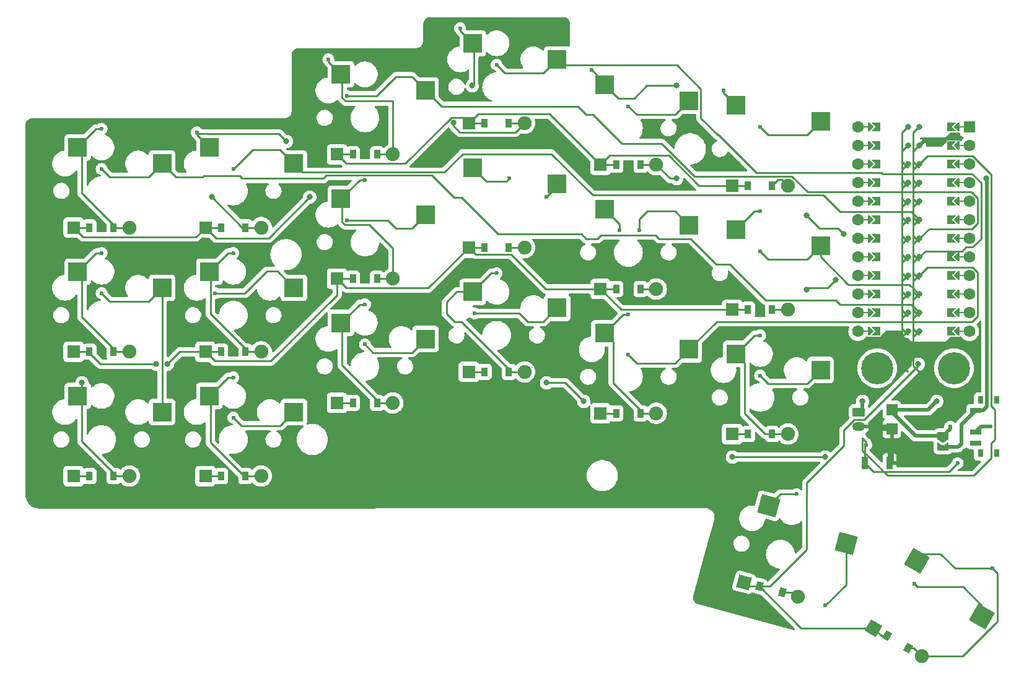
<source format=gbr>
%TF.GenerationSoftware,KiCad,Pcbnew,(7.0.0-0)*%
%TF.CreationDate,2023-02-19T20:14:33+01:00*%
%TF.ProjectId,karlkb_6x3,6b61726c-6b62-45f3-9678-332e6b696361,v0.1*%
%TF.SameCoordinates,Original*%
%TF.FileFunction,Copper,L2,Bot*%
%TF.FilePolarity,Positive*%
%FSLAX46Y46*%
G04 Gerber Fmt 4.6, Leading zero omitted, Abs format (unit mm)*
G04 Created by KiCad (PCBNEW (7.0.0-0)) date 2023-02-19 20:14:33*
%MOMM*%
%LPD*%
G01*
G04 APERTURE LIST*
G04 Aperture macros list*
%AMRoundRect*
0 Rectangle with rounded corners*
0 $1 Rounding radius*
0 $2 $3 $4 $5 $6 $7 $8 $9 X,Y pos of 4 corners*
0 Add a 4 corners polygon primitive as box body*
4,1,4,$2,$3,$4,$5,$6,$7,$8,$9,$2,$3,0*
0 Add four circle primitives for the rounded corners*
1,1,$1+$1,$2,$3*
1,1,$1+$1,$4,$5*
1,1,$1+$1,$6,$7*
1,1,$1+$1,$8,$9*
0 Add four rect primitives between the rounded corners*
20,1,$1+$1,$2,$3,$4,$5,0*
20,1,$1+$1,$4,$5,$6,$7,0*
20,1,$1+$1,$6,$7,$8,$9,0*
20,1,$1+$1,$8,$9,$2,$3,0*%
%AMRotRect*
0 Rectangle, with rotation*
0 The origin of the aperture is its center*
0 $1 length*
0 $2 width*
0 $3 Rotation angle, in degrees counterclockwise*
0 Add horizontal line*
21,1,$1,$2,0,0,$3*%
%AMFreePoly0*
4,1,49,0.004652,0.123753,0.008918,0.124682,0.028635,0.117327,0.062500,0.108253,0.068172,0.102580,0.074910,0.100068,0.087486,0.083266,0.108253,0.062500,0.111163,0.051639,0.117119,0.043683,0.118510,0.024217,0.125000,0.000000,0.121245,-0.014013,0.122144,-0.026571,0.113772,-0.041901,0.108253,-0.062500,0.095633,-0.075119,0.088389,-0.088388,-0.641000,-0.817776,-0.641000,-4.770224,
0.088389,-5.499612,0.109711,-5.528094,0.124682,-5.596918,0.100068,-5.662910,0.043683,-5.705119,-0.026571,-5.710144,-0.088388,-5.676389,-0.854388,-4.910388,-0.867764,-4.892519,-0.871157,-4.889580,-0.871926,-4.886960,-0.875710,-4.881906,-0.882285,-4.851677,-0.891000,-4.822000,-0.891000,-0.766000,-0.887823,-0.743906,-0.888144,-0.739429,-0.886835,-0.737032,-0.885937,-0.730783,-0.869209,-0.704755,
-0.854388,-0.677612,-0.088388,0.088389,-0.064427,0.106325,-0.062500,0.108253,-0.061491,0.108523,-0.059906,0.109711,-0.044779,0.113001,0.000000,0.125000,0.004652,0.123753,0.004652,0.123753,$1*%
%AMFreePoly1*
4,1,6,0.600000,0.200000,0.000000,-0.400000,-0.600000,0.200000,-0.600000,0.400000,0.600000,0.400000,0.600000,0.200000,0.600000,0.200000,$1*%
%AMFreePoly2*
4,1,5,0.125000,-0.500000,-0.125000,-0.500000,-0.125000,0.500000,0.125000,0.500000,0.125000,-0.500000,0.125000,-0.500000,$1*%
%AMFreePoly3*
4,1,6,0.600000,-0.250000,-0.600000,-0.250000,-0.600000,1.000000,0.000000,0.400000,0.600000,1.000000,0.600000,-0.250000,0.600000,-0.250000,$1*%
%AMFreePoly4*
4,1,6,1.000000,0.000000,0.500000,-0.750000,-0.500000,-0.750000,-0.500000,0.750000,0.500000,0.750000,1.000000,0.000000,1.000000,0.000000,$1*%
%AMFreePoly5*
4,1,6,0.500000,-0.750000,-0.650000,-0.750000,-0.150000,0.000000,-0.650000,0.750000,0.500000,0.750000,0.500000,-0.750000,0.500000,-0.750000,$1*%
G04 Aperture macros list end*
%TA.AperFunction,SMDPad,CuDef*%
%ADD10R,2.600000X2.600000*%
%TD*%
%TA.AperFunction,SMDPad,CuDef*%
%ADD11RotRect,2.600000X2.600000X345.000000*%
%TD*%
%TA.AperFunction,SMDPad,CuDef*%
%ADD12RotRect,2.600000X2.600000X330.000000*%
%TD*%
%TA.AperFunction,SMDPad,CuDef*%
%ADD13R,0.900000X1.200000*%
%TD*%
%TA.AperFunction,ComponentPad*%
%ADD14C,1.905000*%
%TD*%
%TA.AperFunction,ComponentPad*%
%ADD15R,1.778000X1.778000*%
%TD*%
%TA.AperFunction,SMDPad,CuDef*%
%ADD16RotRect,0.900000X1.200000X345.000000*%
%TD*%
%TA.AperFunction,ComponentPad*%
%ADD17RotRect,1.778000X1.778000X345.000000*%
%TD*%
%TA.AperFunction,SMDPad,CuDef*%
%ADD18RotRect,0.900000X1.200000X330.000000*%
%TD*%
%TA.AperFunction,ComponentPad*%
%ADD19RotRect,1.778000X1.778000X330.000000*%
%TD*%
%TA.AperFunction,SMDPad,CuDef*%
%ADD20FreePoly0,270.000000*%
%TD*%
%TA.AperFunction,SMDPad,CuDef*%
%ADD21FreePoly0,90.000000*%
%TD*%
%TA.AperFunction,ComponentPad*%
%ADD22C,0.800000*%
%TD*%
%TA.AperFunction,SMDPad,CuDef*%
%ADD23FreePoly1,270.000000*%
%TD*%
%TA.AperFunction,SMDPad,CuDef*%
%ADD24FreePoly2,270.000000*%
%TD*%
%TA.AperFunction,SMDPad,CuDef*%
%ADD25FreePoly3,270.000000*%
%TD*%
%TA.AperFunction,SMDPad,CuDef*%
%ADD26FreePoly3,90.000000*%
%TD*%
%TA.AperFunction,SMDPad,CuDef*%
%ADD27FreePoly1,90.000000*%
%TD*%
%TA.AperFunction,SMDPad,CuDef*%
%ADD28FreePoly2,90.000000*%
%TD*%
%TA.AperFunction,ComponentPad*%
%ADD29R,1.600000X1.600000*%
%TD*%
%TA.AperFunction,ComponentPad*%
%ADD30C,1.600000*%
%TD*%
%TA.AperFunction,ComponentPad*%
%ADD31RoundRect,0.250000X-0.625000X-0.350000X0.625000X-0.350000X0.625000X0.350000X-0.625000X0.350000X0*%
%TD*%
%TA.AperFunction,ComponentPad*%
%ADD32O,1.750000X1.200000*%
%TD*%
%TA.AperFunction,SMDPad,CuDef*%
%ADD33R,1.500000X1.500000*%
%TD*%
%TA.AperFunction,SMDPad,CuDef*%
%ADD34FreePoly4,270.000000*%
%TD*%
%TA.AperFunction,SMDPad,CuDef*%
%ADD35FreePoly5,270.000000*%
%TD*%
%TA.AperFunction,SMDPad,CuDef*%
%ADD36R,1.500000X0.700000*%
%TD*%
%TA.AperFunction,SMDPad,CuDef*%
%ADD37R,0.800000X1.000000*%
%TD*%
%TA.AperFunction,SMDPad,CuDef*%
%ADD38R,0.900000X1.700000*%
%TD*%
%TA.AperFunction,ComponentPad*%
%ADD39C,4.400000*%
%TD*%
%TA.AperFunction,ViaPad*%
%ADD40C,0.800000*%
%TD*%
%TA.AperFunction,ViaPad*%
%ADD41C,0.600000*%
%TD*%
%TA.AperFunction,Conductor*%
%ADD42C,0.250000*%
%TD*%
%TA.AperFunction,Conductor*%
%ADD43C,0.500000*%
%TD*%
G04 APERTURE END LIST*
D10*
%TO.P,S1,1*%
%TO.N,outer_bottom*%
X146724999Y-144049999D03*
%TO.P,S1,2*%
%TO.N,P16*%
X158274999Y-146249999D03*
%TD*%
%TO.P,S2,1*%
%TO.N,outer_home*%
X146724999Y-127049999D03*
%TO.P,S2,2*%
%TO.N,P16*%
X158274999Y-129249999D03*
%TD*%
%TO.P,S3,1*%
%TO.N,outer_top*%
X146724999Y-110049999D03*
%TO.P,S3,2*%
%TO.N,P16*%
X158274999Y-112249999D03*
%TD*%
%TO.P,S4,1*%
%TO.N,pinky_bottom*%
X164724999Y-144049999D03*
%TO.P,S4,2*%
%TO.N,P20*%
X176274999Y-146249999D03*
%TD*%
%TO.P,S5,1*%
%TO.N,pinky_home*%
X164724999Y-127049999D03*
%TO.P,S5,2*%
%TO.N,P20*%
X176274999Y-129249999D03*
%TD*%
%TO.P,S6,1*%
%TO.N,pinky_top*%
X164724999Y-110049999D03*
%TO.P,S6,2*%
%TO.N,P20*%
X176274999Y-112249999D03*
%TD*%
%TO.P,S7,1*%
%TO.N,ring_bottom*%
X182724999Y-134049999D03*
%TO.P,S7,2*%
%TO.N,P19*%
X194274999Y-136249999D03*
%TD*%
%TO.P,S8,1*%
%TO.N,ring_home*%
X182724999Y-117049999D03*
%TO.P,S8,2*%
%TO.N,P19*%
X194274999Y-119249999D03*
%TD*%
%TO.P,S9,1*%
%TO.N,ring_top*%
X182724999Y-100049999D03*
%TO.P,S9,2*%
%TO.N,P19*%
X194274999Y-102249999D03*
%TD*%
%TO.P,S10,1*%
%TO.N,middle_bottom*%
X200724999Y-129799999D03*
%TO.P,S10,2*%
%TO.N,P18*%
X212274999Y-131999999D03*
%TD*%
%TO.P,S11,1*%
%TO.N,middle_home*%
X200724999Y-112799999D03*
%TO.P,S11,2*%
%TO.N,P18*%
X212274999Y-114999999D03*
%TD*%
%TO.P,S12,1*%
%TO.N,middle_top*%
X200724999Y-95799999D03*
%TO.P,S12,2*%
%TO.N,P18*%
X212274999Y-97999999D03*
%TD*%
%TO.P,S13,1*%
%TO.N,index_bottom*%
X218724999Y-135466666D03*
%TO.P,S13,2*%
%TO.N,P15*%
X230274999Y-137666666D03*
%TD*%
%TO.P,S14,1*%
%TO.N,index_home*%
X218724999Y-118466666D03*
%TO.P,S14,2*%
%TO.N,P15*%
X230274999Y-120666666D03*
%TD*%
%TO.P,S15,1*%
%TO.N,index_top*%
X218724999Y-101466666D03*
%TO.P,S15,2*%
%TO.N,P15*%
X230274999Y-103666666D03*
%TD*%
%TO.P,S16,1*%
%TO.N,inner_bottom*%
X236724999Y-138299999D03*
%TO.P,S16,2*%
%TO.N,P14*%
X248274999Y-140499999D03*
%TD*%
%TO.P,S17,1*%
%TO.N,inner_home*%
X236724999Y-121299999D03*
%TO.P,S17,2*%
%TO.N,P14*%
X248274999Y-123499999D03*
%TD*%
%TO.P,S18,1*%
%TO.N,inner_top*%
X236724999Y-104299999D03*
%TO.P,S18,2*%
%TO.N,P14*%
X248274999Y-106499999D03*
%TD*%
D11*
%TO.P,S19,1*%
%TO.N,home_thumb*%
X241149844Y-159089962D03*
%TO.P,S19,2*%
%TO.N,P15*%
X251736886Y-164204359D03*
%TD*%
D12*
%TO.P,S20,1*%
%TO.N,far_thumb*%
X261449644Y-166573027D03*
%TO.P,S20,2*%
%TO.N,P14*%
X270352237Y-174253283D03*
%TD*%
D13*
%TO.P,D1,2*%
%TO.N,outer_bottom*%
X151649999Y-154999999D03*
%TO.P,D1,1*%
%TO.N,P6*%
X148349999Y-154999999D03*
D14*
%TO.N,outer_bottom*%
X153810000Y-155000000D03*
D15*
%TO.P,D1,2*%
%TO.N,P6*%
X146189999Y-154999999D03*
%TD*%
D13*
%TO.P,D2,2*%
%TO.N,outer_home*%
X151649999Y-137999999D03*
%TO.P,D2,1*%
%TO.N,P5*%
X148349999Y-137999999D03*
D14*
%TO.N,outer_home*%
X153810000Y-138000000D03*
D15*
%TO.P,D2,2*%
%TO.N,P5*%
X146189999Y-137999999D03*
%TD*%
D13*
%TO.P,D3,2*%
%TO.N,outer_top*%
X151649999Y-120999999D03*
%TO.P,D3,1*%
%TO.N,P4*%
X148349999Y-120999999D03*
D14*
%TO.N,outer_top*%
X153810000Y-121000000D03*
D15*
%TO.P,D3,2*%
%TO.N,P4*%
X146189999Y-120999999D03*
%TD*%
D13*
%TO.P,D4,2*%
%TO.N,pinky_bottom*%
X169649999Y-154999999D03*
%TO.P,D4,1*%
%TO.N,P6*%
X166349999Y-154999999D03*
D14*
%TO.N,pinky_bottom*%
X171810000Y-155000000D03*
D15*
%TO.P,D4,2*%
%TO.N,P6*%
X164189999Y-154999999D03*
%TD*%
D13*
%TO.P,D5,2*%
%TO.N,pinky_home*%
X169649999Y-137999999D03*
%TO.P,D5,1*%
%TO.N,P5*%
X166349999Y-137999999D03*
D14*
%TO.N,pinky_home*%
X171810000Y-138000000D03*
D15*
%TO.P,D5,2*%
%TO.N,P5*%
X164189999Y-137999999D03*
%TD*%
D13*
%TO.P,D6,2*%
%TO.N,pinky_top*%
X169649999Y-120999999D03*
%TO.P,D6,1*%
%TO.N,P4*%
X166349999Y-120999999D03*
D14*
%TO.N,pinky_top*%
X171810000Y-121000000D03*
D15*
%TO.P,D6,2*%
%TO.N,P4*%
X164189999Y-120999999D03*
%TD*%
D13*
%TO.P,D7,2*%
%TO.N,ring_bottom*%
X187649999Y-144999999D03*
%TO.P,D7,1*%
%TO.N,P6*%
X184349999Y-144999999D03*
D14*
%TO.N,ring_bottom*%
X189810000Y-145000000D03*
D15*
%TO.P,D7,2*%
%TO.N,P6*%
X182189999Y-144999999D03*
%TD*%
D13*
%TO.P,D8,2*%
%TO.N,ring_home*%
X187649999Y-127999999D03*
%TO.P,D8,1*%
%TO.N,P5*%
X184349999Y-127999999D03*
D14*
%TO.N,ring_home*%
X189810000Y-128000000D03*
D15*
%TO.P,D8,2*%
%TO.N,P5*%
X182189999Y-127999999D03*
%TD*%
D13*
%TO.P,D9,2*%
%TO.N,ring_top*%
X187649999Y-110999999D03*
%TO.P,D9,1*%
%TO.N,P4*%
X184349999Y-110999999D03*
D14*
%TO.N,ring_top*%
X189810000Y-111000000D03*
D15*
%TO.P,D9,2*%
%TO.N,P4*%
X182189999Y-110999999D03*
%TD*%
D13*
%TO.P,D10,2*%
%TO.N,middle_bottom*%
X205649999Y-140749999D03*
%TO.P,D10,1*%
%TO.N,P6*%
X202349999Y-140749999D03*
D14*
%TO.N,middle_bottom*%
X207810000Y-140750000D03*
D15*
%TO.P,D10,2*%
%TO.N,P6*%
X200189999Y-140749999D03*
%TD*%
D13*
%TO.P,D11,2*%
%TO.N,middle_home*%
X205649999Y-123749999D03*
%TO.P,D11,1*%
%TO.N,P5*%
X202349999Y-123749999D03*
D14*
%TO.N,middle_home*%
X207810000Y-123750000D03*
D15*
%TO.P,D11,2*%
%TO.N,P5*%
X200189999Y-123749999D03*
%TD*%
D13*
%TO.P,D12,2*%
%TO.N,middle_top*%
X205649999Y-106749999D03*
%TO.P,D12,1*%
%TO.N,P4*%
X202349999Y-106749999D03*
D14*
%TO.N,middle_top*%
X207810000Y-106750000D03*
D15*
%TO.P,D12,2*%
%TO.N,P4*%
X200189999Y-106749999D03*
%TD*%
D13*
%TO.P,D13,2*%
%TO.N,index_bottom*%
X223649999Y-146416666D03*
%TO.P,D13,1*%
%TO.N,P6*%
X220349999Y-146416666D03*
D14*
%TO.N,index_bottom*%
X225810000Y-146416667D03*
D15*
%TO.P,D13,2*%
%TO.N,P6*%
X218189999Y-146416666D03*
%TD*%
D13*
%TO.P,D14,2*%
%TO.N,index_home*%
X223649999Y-129416666D03*
%TO.P,D14,1*%
%TO.N,P5*%
X220349999Y-129416666D03*
D14*
%TO.N,index_home*%
X225810000Y-129416667D03*
D15*
%TO.P,D14,2*%
%TO.N,P5*%
X218189999Y-129416666D03*
%TD*%
D13*
%TO.P,D15,2*%
%TO.N,index_top*%
X223649999Y-112416666D03*
%TO.P,D15,1*%
%TO.N,P4*%
X220349999Y-112416666D03*
D14*
%TO.N,index_top*%
X225810000Y-112416667D03*
D15*
%TO.P,D15,2*%
%TO.N,P4*%
X218189999Y-112416666D03*
%TD*%
D13*
%TO.P,D16,2*%
%TO.N,inner_bottom*%
X241649999Y-149249999D03*
%TO.P,D16,1*%
%TO.N,P6*%
X238349999Y-149249999D03*
D14*
%TO.N,inner_bottom*%
X243810000Y-149250000D03*
D15*
%TO.P,D16,2*%
%TO.N,P6*%
X236189999Y-149249999D03*
%TD*%
D13*
%TO.P,D17,2*%
%TO.N,inner_home*%
X241649999Y-132249999D03*
%TO.P,D17,1*%
%TO.N,P5*%
X238349999Y-132249999D03*
D14*
%TO.N,inner_home*%
X243810000Y-132250000D03*
D15*
%TO.P,D17,2*%
%TO.N,P5*%
X236189999Y-132249999D03*
%TD*%
D13*
%TO.P,D18,2*%
%TO.N,inner_top*%
X241649999Y-115249999D03*
%TO.P,D18,1*%
%TO.N,P4*%
X238349999Y-115249999D03*
D14*
%TO.N,inner_top*%
X243810000Y-115250000D03*
D15*
%TO.P,D18,2*%
%TO.N,P4*%
X236189999Y-115249999D03*
%TD*%
D16*
%TO.P,D19,2*%
%TO.N,home_thumb*%
X243072961Y-170941533D03*
%TO.P,D19,1*%
%TO.N,P7*%
X239885405Y-170087431D03*
D14*
%TO.N,home_thumb*%
X245159361Y-171500584D03*
D17*
%TO.P,D19,2*%
%TO.N,P7*%
X237799006Y-169528381D03*
%TD*%
D18*
%TO.P,D20,2*%
%TO.N,far_thumb*%
X260239819Y-178518505D03*
%TO.P,D20,1*%
%TO.N,P7*%
X257381935Y-176868505D03*
D14*
%TO.N,far_thumb*%
X262110435Y-179598506D03*
D19*
%TO.P,D20,2*%
%TO.N,P7*%
X255511320Y-175788505D03*
%TD*%
D20*
%TO.P,MCU1,12*%
%TO.N,P10*%
X261762000Y-135220000D03*
D21*
%TO.P,MCU1,13*%
%TO.N,P9*%
X260238000Y-135220000D03*
D22*
%TO.P,MCU1,12*%
%TO.N,P10*%
X261762000Y-135220000D03*
%TO.P,MCU1,13*%
%TO.N,P9*%
X260238000Y-135220000D03*
D20*
%TO.P,MCU1,11*%
%TO.N,P16*%
X261762000Y-132680000D03*
D21*
%TO.P,MCU1,14*%
%TO.N,P8*%
X260238000Y-132680000D03*
D22*
%TO.P,MCU1,11*%
%TO.N,P16*%
X261762000Y-132680000D03*
%TO.P,MCU1,14*%
%TO.N,P8*%
X260238000Y-132680000D03*
D20*
%TO.P,MCU1,10*%
%TO.N,P14*%
X261762000Y-130140000D03*
D21*
%TO.P,MCU1,15*%
%TO.N,P7*%
X260238000Y-130140000D03*
D22*
%TO.P,MCU1,10*%
%TO.N,P14*%
X261762000Y-130140000D03*
%TO.P,MCU1,15*%
%TO.N,P7*%
X260238000Y-130140000D03*
D20*
%TO.P,MCU1,9*%
%TO.N,P15*%
X261762000Y-127600000D03*
D21*
%TO.P,MCU1,16*%
%TO.N,P6*%
X260238000Y-127600000D03*
D22*
%TO.P,MCU1,9*%
%TO.N,P15*%
X261762000Y-127600000D03*
%TO.P,MCU1,16*%
%TO.N,P6*%
X260238000Y-127600000D03*
D20*
%TO.P,MCU1,8*%
%TO.N,P18*%
X261762000Y-125060000D03*
D21*
%TO.P,MCU1,17*%
%TO.N,P5*%
X260238000Y-125060000D03*
D22*
%TO.P,MCU1,8*%
%TO.N,P18*%
X261762000Y-125060000D03*
%TO.P,MCU1,17*%
%TO.N,P5*%
X260238000Y-125060000D03*
D20*
%TO.P,MCU1,7*%
%TO.N,P19*%
X261762000Y-122520000D03*
D21*
%TO.P,MCU1,18*%
%TO.N,P4*%
X260238000Y-122520000D03*
D22*
%TO.P,MCU1,7*%
%TO.N,P19*%
X261762000Y-122520000D03*
%TO.P,MCU1,18*%
%TO.N,P4*%
X260238000Y-122520000D03*
D20*
%TO.P,MCU1,6*%
%TO.N,P20*%
X261762000Y-119980000D03*
D21*
%TO.P,MCU1,19*%
%TO.N,P3*%
X260238000Y-119980000D03*
D22*
%TO.P,MCU1,6*%
%TO.N,P20*%
X261762000Y-119980000D03*
%TO.P,MCU1,19*%
%TO.N,P3*%
X260238000Y-119980000D03*
D20*
%TO.P,MCU1,5*%
%TO.N,P21*%
X261762000Y-117440000D03*
D21*
%TO.P,MCU1,20*%
%TO.N,P2*%
X260238000Y-117440000D03*
D22*
%TO.P,MCU1,5*%
%TO.N,P21*%
X261762000Y-117440000D03*
%TO.P,MCU1,20*%
%TO.N,P2*%
X260238000Y-117440000D03*
D20*
%TO.P,MCU1,4*%
%TO.N,VCC*%
X261762000Y-114900000D03*
D21*
%TO.P,MCU1,21*%
%TO.N,GND*%
X260238000Y-114900000D03*
D22*
%TO.P,MCU1,4*%
%TO.N,VCC*%
X261762000Y-114900000D03*
%TO.P,MCU1,21*%
%TO.N,GND*%
X260238000Y-114900000D03*
D20*
%TO.P,MCU1,3*%
%TO.N,RST*%
X261762000Y-112360000D03*
D21*
%TO.P,MCU1,22*%
%TO.N,GND*%
X260238000Y-112360000D03*
D22*
%TO.P,MCU1,3*%
%TO.N,RST*%
X261762000Y-112360000D03*
%TO.P,MCU1,22*%
%TO.N,GND*%
X260238000Y-112360000D03*
D20*
%TO.P,MCU1,1*%
%TO.N,RAW*%
X261762000Y-107280000D03*
D21*
%TO.P,MCU1,24*%
%TO.N,P1*%
X260238000Y-107280000D03*
D22*
%TO.P,MCU1,1*%
%TO.N,RAW*%
X261762000Y-107280000D03*
%TO.P,MCU1,24*%
%TO.N,P1*%
X260238000Y-107280000D03*
%TO.P,MCU1,23*%
%TO.N,P0*%
X260238000Y-109820000D03*
%TO.P,MCU1,2*%
%TO.N,GND*%
X261762000Y-109820000D03*
D20*
X261762000Y-109820000D03*
D21*
%TO.P,MCU1,23*%
%TO.N,P0*%
X260238000Y-109820000D03*
D23*
%TO.P,MCU1,*%
%TO.N,*%
X266842000Y-135220000D03*
D24*
X267350000Y-135220000D03*
D25*
%TO.P,MCU1,13*%
%TO.N,P9*%
X265826000Y-135220000D03*
D23*
%TO.P,MCU1,*%
%TO.N,*%
X266842000Y-132680000D03*
D24*
X267350000Y-132680000D03*
D25*
%TO.P,MCU1,14*%
%TO.N,P8*%
X265826000Y-132680000D03*
D23*
%TO.P,MCU1,*%
%TO.N,*%
X266842000Y-130140000D03*
D24*
X267350000Y-130140000D03*
D25*
%TO.P,MCU1,15*%
%TO.N,P7*%
X265826000Y-130140000D03*
D23*
%TO.P,MCU1,*%
%TO.N,*%
X266842000Y-127600000D03*
D24*
X267350000Y-127600000D03*
D25*
%TO.P,MCU1,16*%
%TO.N,P6*%
X265826000Y-127600000D03*
D23*
%TO.P,MCU1,*%
%TO.N,*%
X266842000Y-125060000D03*
D24*
X267350000Y-125060000D03*
D25*
%TO.P,MCU1,17*%
%TO.N,P5*%
X265826000Y-125060000D03*
D23*
%TO.P,MCU1,*%
%TO.N,*%
X266842000Y-122520000D03*
D24*
X267350000Y-122520000D03*
D25*
%TO.P,MCU1,18*%
%TO.N,P4*%
X265826000Y-122520000D03*
D23*
%TO.P,MCU1,*%
%TO.N,*%
X266842000Y-119980000D03*
D24*
X267350000Y-119980000D03*
D25*
%TO.P,MCU1,19*%
%TO.N,P3*%
X265826000Y-119980000D03*
D23*
%TO.P,MCU1,*%
%TO.N,*%
X266842000Y-117440000D03*
D24*
X267350000Y-117440000D03*
D25*
%TO.P,MCU1,20*%
%TO.N,P2*%
X265826000Y-117440000D03*
D23*
%TO.P,MCU1,*%
%TO.N,*%
X266842000Y-114900000D03*
D24*
X267350000Y-114900000D03*
D25*
%TO.P,MCU1,21*%
%TO.N,GND*%
X265826000Y-114900000D03*
D23*
%TO.P,MCU1,*%
%TO.N,*%
X266842000Y-112360000D03*
D24*
X267350000Y-112360000D03*
D25*
%TO.P,MCU1,22*%
%TO.N,GND*%
X265826000Y-112360000D03*
D23*
%TO.P,MCU1,*%
%TO.N,*%
X266842000Y-109820000D03*
D24*
X267350000Y-109820000D03*
D25*
%TO.P,MCU1,23*%
%TO.N,P0*%
X265826000Y-109820000D03*
%TO.P,MCU1,24*%
%TO.N,P1*%
X265826000Y-107280000D03*
D23*
%TO.P,MCU1,*%
%TO.N,*%
X266842000Y-107280000D03*
D24*
X267350000Y-107280000D03*
D26*
%TO.P,MCU1,12*%
%TO.N,P10*%
X256174000Y-135220000D03*
D27*
%TO.P,MCU1,*%
%TO.N,*%
X255158000Y-135220000D03*
D28*
X254650000Y-135220000D03*
D26*
%TO.P,MCU1,11*%
%TO.N,P16*%
X256174000Y-132680000D03*
D27*
%TO.P,MCU1,*%
%TO.N,*%
X255158000Y-132680000D03*
D28*
X254650000Y-132680000D03*
D26*
%TO.P,MCU1,10*%
%TO.N,P14*%
X256174000Y-130140000D03*
D27*
%TO.P,MCU1,*%
%TO.N,*%
X255158000Y-130140000D03*
D28*
X254650000Y-130140000D03*
D26*
%TO.P,MCU1,9*%
%TO.N,P15*%
X256174000Y-127600000D03*
D27*
%TO.P,MCU1,*%
%TO.N,*%
X255158000Y-127600000D03*
D28*
X254650000Y-127600000D03*
D26*
%TO.P,MCU1,8*%
%TO.N,P18*%
X256174000Y-125060000D03*
D27*
%TO.P,MCU1,*%
%TO.N,*%
X255158000Y-125060000D03*
D28*
X254650000Y-125060000D03*
D26*
%TO.P,MCU1,7*%
%TO.N,P19*%
X256174000Y-122520000D03*
D27*
%TO.P,MCU1,*%
%TO.N,*%
X255158000Y-122520000D03*
D28*
X254650000Y-122520000D03*
D26*
%TO.P,MCU1,6*%
%TO.N,P20*%
X256174000Y-119980000D03*
D27*
%TO.P,MCU1,*%
%TO.N,*%
X255158000Y-119980000D03*
D28*
X254650000Y-119980000D03*
D26*
%TO.P,MCU1,5*%
%TO.N,P21*%
X256174000Y-117440000D03*
D27*
%TO.P,MCU1,*%
%TO.N,*%
X255158000Y-117440000D03*
D28*
X254650000Y-117440000D03*
D26*
%TO.P,MCU1,4*%
%TO.N,VCC*%
X256174000Y-114900000D03*
D27*
%TO.P,MCU1,*%
%TO.N,*%
X255158000Y-114900000D03*
D28*
X254650000Y-114900000D03*
D26*
%TO.P,MCU1,3*%
%TO.N,RST*%
X256174000Y-112360000D03*
D27*
%TO.P,MCU1,*%
%TO.N,*%
X255158000Y-112360000D03*
D28*
X254650000Y-112360000D03*
D26*
%TO.P,MCU1,2*%
%TO.N,N/C*%
X256174000Y-109820000D03*
D27*
%TO.P,MCU1,*%
%TO.N,*%
X255158000Y-109820000D03*
D28*
X254650000Y-109820000D03*
D27*
X255158000Y-107280000D03*
D26*
%TO.P,MCU1,1*%
%TO.N,RAW*%
X256174000Y-107280000D03*
D28*
%TO.P,MCU1,*%
%TO.N,*%
X254650000Y-107280000D03*
D29*
X268619999Y-107279999D03*
D30*
X268620000Y-107280000D03*
X268620000Y-109820000D03*
X268620000Y-112360000D03*
X268620000Y-114900000D03*
X268620000Y-117440000D03*
X268620000Y-119980000D03*
X268620000Y-122520000D03*
X268620000Y-125060000D03*
X268620000Y-127600000D03*
X268620000Y-130140000D03*
X268620000Y-132680000D03*
X268620000Y-135220000D03*
X253380000Y-135220000D03*
X253380000Y-132680000D03*
X253380000Y-130140000D03*
X253380000Y-127600000D03*
X253380000Y-125060000D03*
X253380000Y-122520000D03*
X253380000Y-119980000D03*
X253380000Y-117440000D03*
X253380000Y-114900000D03*
X253380000Y-112360000D03*
X253380000Y-109820000D03*
X253380000Y-107280000D03*
%TD*%
D31*
%TO.P,_2,1*%
%TO.N,Bplus*%
X253500000Y-146250000D03*
D32*
%TO.P,_2,2*%
%TO.N,GND*%
X253499999Y-148249999D03*
D31*
%TO.P,_2,1*%
%TO.N,Bplus*%
X253500000Y-146250000D03*
D32*
%TO.P,_2,2*%
%TO.N,GND*%
X253499999Y-148249999D03*
%TD*%
D33*
%TO.P,PAD1,1*%
%TO.N,Bplus*%
X257999999Y-145949999D03*
%TD*%
%TO.P,PAD2,1*%
%TO.N,GND*%
X257999999Y-148549999D03*
%TD*%
D34*
%TO.P,J1,1*%
%TO.N,Bplus*%
X265000000Y-149525000D03*
D35*
%TO.P,J1,2*%
%TO.N,RAW*%
X265000000Y-150975000D03*
%TD*%
D36*
%TO.P,_3,1*%
%TO.N,RAW*%
X269469999Y-145999999D03*
%TO.P,_3,2*%
%TO.N,Bplus*%
X269469999Y-148999999D03*
%TO.P,_3,3*%
%TO.N,N/C*%
X269469999Y-150499999D03*
D37*
%TO.P,_3,*%
%TO.N,*%
X272329999Y-144599999D03*
X272329999Y-151899999D03*
X270119999Y-151899999D03*
X270119999Y-144599999D03*
%TD*%
D38*
%TO.P,_4_B,1*%
%TO.N,RST*%
X254299999Y-153249999D03*
%TO.P,_4_B,2*%
%TO.N,GND*%
X257699999Y-153249999D03*
%TD*%
D39*
%TO.P,_73,1*%
%TO.N,N/C*%
X256000000Y-140250000D03*
%TD*%
%TO.P,_74,1*%
%TO.N,N/C*%
X266500000Y-140250000D03*
%TD*%
D40*
%TO.N,RAW*%
X270880500Y-114300000D03*
%TO.N,P5*%
X250330200Y-128129800D03*
X246380000Y-129540000D03*
X159000500Y-139700000D03*
X157480000Y-139700000D03*
%TO.N,P4*%
X251460000Y-121920000D03*
X246380000Y-119380000D03*
X178449500Y-116840000D03*
%TO.N,Bplus*%
X254000000Y-144780000D03*
X264160000Y-144780000D03*
%TO.N,P7*%
X261620000Y-139700000D03*
%TO.N,index_top*%
X228600000Y-101600000D03*
X228600000Y-114300000D03*
%TO.N,middle_top*%
X200660000Y-101600000D03*
X198120000Y-106680000D03*
%TO.N,pinky_top*%
X175260000Y-109220000D03*
X165100000Y-116840000D03*
%TO.N,outer_bottom*%
X147320000Y-142240000D03*
%TO.N,P6*%
X248920000Y-152400000D03*
X236220000Y-152400000D03*
X215900000Y-144780000D03*
X210820000Y-142240000D03*
D41*
%TO.N,RAW*%
X267500000Y-150550000D03*
%TO.N,Bplus*%
X266000000Y-148250000D03*
%TO.N,GND*%
X197000000Y-103000000D03*
X198000000Y-109000000D03*
X237000000Y-112250000D03*
X233000000Y-129250000D03*
X237000000Y-146750000D03*
X245000000Y-146750000D03*
X249500000Y-146250000D03*
%TO.N,RST*%
X254500000Y-150750000D03*
X267000000Y-153250000D03*
%TO.N,Bplus*%
X271500000Y-148250000D03*
%TO.N,P20*%
X168000000Y-113000000D03*
%TO.N,pinky_top*%
X163000000Y-108000000D03*
%TO.N,P20*%
X165500000Y-130000000D03*
%TO.N,pinky_home*%
X168000000Y-124500000D03*
%TO.N,P20*%
X168000000Y-147000000D03*
%TO.N,pinky_bottom*%
X168000000Y-141500000D03*
%TO.N,P19*%
X183500000Y-103000000D03*
%TO.N,ring_top*%
X181000000Y-98000000D03*
%TO.N,P19*%
X183500000Y-120000000D03*
%TO.N,ring_home*%
X186000000Y-114500000D03*
%TO.N,P19*%
X186000000Y-137000000D03*
%TO.N,ring_bottom*%
X186000000Y-131500000D03*
%TO.N,P18*%
X204000000Y-98750000D03*
%TO.N,middle_top*%
X199000000Y-93750000D03*
%TO.N,P18*%
X210820000Y-116840000D03*
%TO.N,middle_home*%
X205740000Y-114300000D03*
%TO.N,P18*%
X201000000Y-132750000D03*
%TO.N,middle_bottom*%
X204000000Y-127250000D03*
%TO.N,P15*%
X222000000Y-104416667D03*
%TO.N,index_top*%
X217000000Y-99416667D03*
%TO.N,P15*%
X223520000Y-121417167D03*
%TO.N,index_home*%
X220796744Y-121417167D03*
%TO.N,P15*%
X222000000Y-138416667D03*
%TO.N,index_bottom*%
X222000000Y-132916667D03*
%TO.N,P14*%
X240000000Y-107250000D03*
%TO.N,inner_top*%
X235000000Y-102250000D03*
%TO.N,P14*%
X240000000Y-124250000D03*
%TO.N,inner_home*%
X240000000Y-118750000D03*
%TO.N,P14*%
X240000000Y-141250000D03*
%TO.N,inner_bottom*%
X240000000Y-135750000D03*
%TO.N,P15*%
X248920000Y-172720000D03*
%TO.N,home_thumb*%
X244973241Y-157474485D03*
%TO.N,P14*%
X261078827Y-169765303D03*
%TO.N,far_thumb*%
X271780000Y-167640000D03*
%TO.N,P16*%
X150000000Y-113000000D03*
%TO.N,outer_top*%
X150000000Y-107500000D03*
%TO.N,P16*%
X150000000Y-130000000D03*
%TO.N,outer_home*%
X150000000Y-124500000D03*
%TD*%
D42*
%TO.N,far_thumb*%
X271780000Y-167640000D02*
X272453071Y-168313071D01*
X272453071Y-174863737D02*
X267718302Y-179598506D01*
X267718302Y-179598506D02*
X262110435Y-179598506D01*
X272453071Y-168313071D02*
X272453071Y-174863737D01*
X271780000Y-167640000D02*
X266700000Y-167640000D01*
X262401311Y-165621362D02*
X261449645Y-166573028D01*
X266700000Y-167640000D02*
X264681362Y-165621362D01*
X264681362Y-165621362D02*
X262401311Y-165621362D01*
%TO.N,index_home*%
X223650000Y-129416667D02*
X225810000Y-129416667D01*
%TO.N,P20*%
X168000000Y-147000000D02*
X169125000Y-148125000D01*
X169125000Y-148125000D02*
X174400000Y-148125000D01*
X174400000Y-148125000D02*
X176275000Y-146250000D01*
D43*
%TO.N,RAW*%
X270520000Y-146000000D02*
X271030000Y-145490000D01*
X271030000Y-116840000D02*
X271030000Y-114449500D01*
X271030000Y-114449500D02*
X270880500Y-114300000D01*
X269470000Y-146000000D02*
X270520000Y-146000000D01*
X271030000Y-145490000D02*
X271030000Y-116840000D01*
D42*
%TO.N,RST*%
X254500000Y-150360000D02*
X254000000Y-149860000D01*
X254500000Y-150750000D02*
X254500000Y-150360000D01*
X271605000Y-113754009D02*
X269085991Y-111235000D01*
X254000000Y-149860000D02*
X254000000Y-151500000D01*
X271605000Y-150541726D02*
X272125000Y-150021726D01*
X254000000Y-151500000D02*
X257440000Y-154940000D01*
X257440000Y-154940000D02*
X269240000Y-154940000D01*
X269240000Y-154940000D02*
X271605000Y-152575000D01*
X271605000Y-152575000D02*
X271605000Y-150541726D01*
X272125000Y-150021726D02*
X272125000Y-145945000D01*
X272125000Y-145945000D02*
X271605000Y-145425000D01*
X271605000Y-145425000D02*
X271605000Y-113754009D01*
X269085991Y-111235000D02*
X262887000Y-111235000D01*
X262887000Y-111235000D02*
X261762000Y-112360000D01*
%TO.N,P15*%
X248920000Y-172720000D02*
X251736887Y-169903113D01*
X251736887Y-169903113D02*
X251736887Y-164204360D01*
%TO.N,P14*%
X270352238Y-174253284D02*
X270352238Y-172752173D01*
X270352238Y-172752173D02*
X267780065Y-170180000D01*
X267780065Y-170180000D02*
X261493524Y-170180000D01*
X261493524Y-170180000D02*
X261078827Y-169765303D01*
%TO.N,middle_home*%
X207810000Y-123750000D02*
X205650000Y-123750000D01*
%TO.N,P5*%
X249194000Y-129266000D02*
X250330200Y-128129800D01*
X246654000Y-129266000D02*
X249194000Y-129266000D01*
X246380000Y-129540000D02*
X246654000Y-129266000D01*
X218190000Y-129416667D02*
X221023333Y-132250000D01*
X221023333Y-132250000D02*
X236190000Y-132250000D01*
X200190000Y-123750000D02*
X201115000Y-124675000D01*
X210696667Y-129416667D02*
X218190000Y-129416667D01*
X201115000Y-124675000D02*
X205955000Y-124675000D01*
X205955000Y-124675000D02*
X210696667Y-129416667D01*
X182190000Y-128000000D02*
X183467500Y-129277500D01*
X183467500Y-129277500D02*
X194662500Y-129277500D01*
X194662500Y-129277500D02*
X200190000Y-123750000D01*
X164190000Y-138000000D02*
X165467500Y-139277500D01*
X165467500Y-139277500D02*
X173142500Y-139277500D01*
X173142500Y-139277500D02*
X182190000Y-130230000D01*
X182190000Y-130230000D02*
X182190000Y-128000000D01*
X146190000Y-138000000D02*
X148160000Y-138000000D01*
X160700500Y-138000000D02*
X164190000Y-138000000D01*
X148160000Y-138000000D02*
X149860000Y-139700000D01*
X149860000Y-139700000D02*
X157480000Y-139700000D01*
X159000500Y-139700000D02*
X160700500Y-138000000D01*
%TO.N,P4*%
X246380000Y-119380000D02*
X248105000Y-121105000D01*
X250645000Y-121105000D02*
X251460000Y-121920000D01*
X248105000Y-121105000D02*
X250645000Y-121105000D01*
X218190000Y-112416667D02*
X219467500Y-111139167D01*
X219467500Y-111139167D02*
X227523847Y-111139167D01*
X227523847Y-111139167D02*
X231634680Y-115250000D01*
X231634680Y-115250000D02*
X236190000Y-115250000D01*
X200190000Y-106750000D02*
X201467500Y-105472500D01*
X201467500Y-105472500D02*
X211245833Y-105472500D01*
X211245833Y-105472500D02*
X218190000Y-112416667D01*
X182190000Y-111000000D02*
X183467500Y-112277500D01*
X183467500Y-112277500D02*
X191497195Y-112277500D01*
X191497195Y-112277500D02*
X197819695Y-105955000D01*
X197819695Y-105955000D02*
X199395000Y-105955000D01*
X199395000Y-105955000D02*
X200190000Y-106750000D01*
X165633372Y-122443372D02*
X172846128Y-122443372D01*
X172846128Y-122443372D02*
X178449500Y-116840000D01*
X164190000Y-121000000D02*
X165633372Y-122443372D01*
X164190000Y-121000000D02*
X162912500Y-122277500D01*
X147467500Y-122277500D02*
X146190000Y-121000000D01*
X162912500Y-122277500D02*
X147467500Y-122277500D01*
%TO.N,RST*%
X254300000Y-153250000D02*
X254300000Y-150950000D01*
X254300000Y-150950000D02*
X254500000Y-150750000D01*
X254300000Y-153250000D02*
X255475000Y-154425000D01*
X255475000Y-154425000D02*
X265825000Y-154425000D01*
X265825000Y-154425000D02*
X267000000Y-153250000D01*
D43*
%TO.N,GND*%
X258000000Y-148550000D02*
X258000000Y-152950000D01*
X258000000Y-152950000D02*
X257700000Y-153250000D01*
X253500000Y-148250000D02*
X257700000Y-148250000D01*
X257700000Y-148250000D02*
X258000000Y-148550000D01*
%TO.N,Bplus*%
X258000000Y-145950000D02*
X262990000Y-145950000D01*
X262990000Y-145950000D02*
X264160000Y-144780000D01*
X254000000Y-144780000D02*
X254000000Y-145750000D01*
X254000000Y-145750000D02*
X253500000Y-146250000D01*
X265000000Y-149525000D02*
X261214339Y-149525000D01*
X258000000Y-146310661D02*
X258000000Y-145950000D01*
X261214339Y-149525000D02*
X258000000Y-146310661D01*
X266000000Y-148250000D02*
X266000000Y-148525000D01*
X266000000Y-148525000D02*
X265000000Y-149525000D01*
%TO.N,RAW*%
X267500000Y-150550000D02*
X267500000Y-147970000D01*
X267500000Y-147970000D02*
X269470000Y-146000000D01*
X267500000Y-150550000D02*
X267075000Y-150975000D01*
X267075000Y-150975000D02*
X265000000Y-150975000D01*
%TO.N,Bplus*%
X271500000Y-148250000D02*
X270220000Y-148250000D01*
X270220000Y-148250000D02*
X269470000Y-149000000D01*
D42*
%TO.N,P7*%
X254218173Y-147320000D02*
X261620000Y-139918173D01*
X251460000Y-148706852D02*
X252846852Y-147320000D01*
X239885406Y-170087432D02*
X241325700Y-170087432D01*
X241325700Y-170087432D02*
X246380000Y-165033132D01*
X246380000Y-155965305D02*
X251460000Y-150885305D01*
X246380000Y-165033132D02*
X246380000Y-155965305D01*
X251460000Y-150885305D02*
X251460000Y-148706852D01*
X252846852Y-147320000D02*
X254218173Y-147320000D01*
X261620000Y-139918173D02*
X261620000Y-139700000D01*
X255511321Y-175788506D02*
X245586480Y-175788506D01*
X245586480Y-175788506D02*
X239885406Y-170087432D01*
X257381936Y-176868506D02*
X256591321Y-176868506D01*
X256591321Y-176868506D02*
X255511321Y-175788506D01*
X239885406Y-170087432D02*
X238358057Y-170087432D01*
X238358057Y-170087432D02*
X237799007Y-169528382D01*
%TO.N,P6*%
X238350000Y-149250000D02*
X236190000Y-149250000D01*
%TO.N,P5*%
X238350000Y-132250000D02*
X236190000Y-132250000D01*
X220350000Y-129416667D02*
X218190000Y-129416667D01*
%TO.N,P6*%
X220350000Y-146416667D02*
X218190000Y-146416667D01*
X202350000Y-140750000D02*
X200190000Y-140750000D01*
%TO.N,P5*%
X202350000Y-123750000D02*
X200190000Y-123750000D01*
X184350000Y-128000000D02*
X182190000Y-128000000D01*
%TO.N,P6*%
X184350000Y-145000000D02*
X182190000Y-145000000D01*
X166350000Y-155000000D02*
X164190000Y-155000000D01*
X148350000Y-155000000D02*
X146190000Y-155000000D01*
%TO.N,P5*%
X166350000Y-138000000D02*
X164190000Y-138000000D01*
X148350000Y-138000000D02*
X146190000Y-138000000D01*
%TO.N,P4*%
X148350000Y-121000000D02*
X146190000Y-121000000D01*
X166350000Y-121000000D02*
X164190000Y-121000000D01*
X184350000Y-111000000D02*
X182190000Y-111000000D01*
X202350000Y-106750000D02*
X200190000Y-106750000D01*
X220350000Y-112416667D02*
X218190000Y-112416667D01*
X238350000Y-115250000D02*
X236190000Y-115250000D01*
%TO.N,home_thumb*%
X241149845Y-159089963D02*
X242765323Y-157474485D01*
X242765323Y-157474485D02*
X244973241Y-157474485D01*
%TO.N,far_thumb*%
X260239820Y-178518506D02*
X261030435Y-178518506D01*
X261030435Y-178518506D02*
X262110435Y-179598506D01*
%TO.N,home_thumb*%
X243072962Y-170941534D02*
X244600311Y-170941534D01*
X244600311Y-170941534D02*
X245159361Y-171500584D01*
%TO.N,inner_bottom*%
X241650000Y-149250000D02*
X243810000Y-149250000D01*
%TO.N,inner_home*%
X241650000Y-132250000D02*
X243810000Y-132250000D01*
%TO.N,inner_top*%
X241650000Y-115250000D02*
X242477500Y-114422500D01*
X242477500Y-114422500D02*
X242982500Y-114422500D01*
X242982500Y-114422500D02*
X243810000Y-115250000D01*
%TO.N,index_top*%
X228600000Y-101600000D02*
X224518317Y-101600000D01*
X227693333Y-114300000D02*
X228600000Y-114300000D01*
X225810000Y-112416667D02*
X227693333Y-114300000D01*
X220600000Y-103341667D02*
X218725000Y-101466667D01*
X224518317Y-101600000D02*
X222776650Y-103341667D01*
X222776650Y-103341667D02*
X220600000Y-103341667D01*
X223650000Y-112416667D02*
X225810000Y-112416667D01*
%TO.N,middle_top*%
X200660000Y-101600000D02*
X200875000Y-101385000D01*
X206596000Y-107964000D02*
X198976000Y-107964000D01*
X198976000Y-107964000D02*
X198120000Y-107108000D01*
X207810000Y-106750000D02*
X206596000Y-107964000D01*
X198120000Y-107108000D02*
X198120000Y-106680000D01*
X200875000Y-101385000D02*
X200875000Y-95950000D01*
X200875000Y-95950000D02*
X200725000Y-95800000D01*
X205650000Y-106750000D02*
X207810000Y-106750000D01*
%TO.N,ring_top*%
X189810000Y-111000000D02*
X189810000Y-103711650D01*
X189810000Y-103711650D02*
X183327766Y-103711650D01*
X182875000Y-103258884D02*
X182875000Y-100200000D01*
X183327766Y-103711650D02*
X182875000Y-103258884D01*
X182875000Y-100200000D02*
X182725000Y-100050000D01*
X187650000Y-111000000D02*
X189810000Y-111000000D01*
%TO.N,ring_home*%
X189810000Y-128000000D02*
X189810000Y-123855001D01*
X189810000Y-123855001D02*
X186579999Y-120625000D01*
X186579999Y-120625000D02*
X183241116Y-120625000D01*
X183241116Y-120625000D02*
X182875000Y-120258884D01*
X182875000Y-120258884D02*
X182875000Y-117200000D01*
X182875000Y-117200000D02*
X182725000Y-117050000D01*
X187650000Y-128000000D02*
X189810000Y-128000000D01*
%TO.N,pinky_home*%
X171810000Y-138000000D02*
X170045001Y-138000000D01*
X170045001Y-138000000D02*
X164875000Y-132829999D01*
X164875000Y-132829999D02*
X164875000Y-127200000D01*
X164875000Y-127200000D02*
X164725000Y-127050000D01*
X169650000Y-138000000D02*
X171810000Y-138000000D01*
%TO.N,pinky_top*%
X174215000Y-108175000D02*
X163175000Y-108175000D01*
X169260000Y-121000000D02*
X165100000Y-116840000D01*
X171810000Y-121000000D02*
X169260000Y-121000000D01*
X175260000Y-109220000D02*
X174215000Y-108175000D01*
X163175000Y-108175000D02*
X163000000Y-108000000D01*
X169650000Y-121000000D02*
X171810000Y-121000000D01*
%TO.N,outer_top*%
X153810000Y-121000000D02*
X152045001Y-121000000D01*
X152045001Y-121000000D02*
X147320000Y-116274999D01*
X147320000Y-116274999D02*
X147320000Y-110645000D01*
X147320000Y-110645000D02*
X146725000Y-110050000D01*
X151650000Y-121000000D02*
X153810000Y-121000000D01*
%TO.N,outer_home*%
X153810000Y-138000000D02*
X152045001Y-138000000D01*
X147320000Y-133274999D02*
X147320000Y-127645000D01*
X147320000Y-127645000D02*
X146725000Y-127050000D01*
X152045001Y-138000000D02*
X147320000Y-133274999D01*
X151650000Y-138000000D02*
X153810000Y-138000000D01*
%TO.N,outer_bottom*%
X153810000Y-155000000D02*
X152045001Y-155000000D01*
X152045001Y-155000000D02*
X147320000Y-150274999D01*
X147320000Y-144645000D02*
X146725000Y-144050000D01*
X147320000Y-150274999D02*
X147320000Y-144645000D01*
X151650000Y-155000000D02*
X153810000Y-155000000D01*
%TO.N,pinky_bottom*%
X171810000Y-155000000D02*
X169435000Y-155000000D01*
X169435000Y-155000000D02*
X164875000Y-150440000D01*
X164875000Y-150440000D02*
X164875000Y-144200000D01*
X164875000Y-144200000D02*
X164725000Y-144050000D01*
X169650000Y-155000000D02*
X171810000Y-155000000D01*
%TO.N,ring_bottom*%
X189810000Y-145000000D02*
X188045001Y-145000000D01*
X188045001Y-145000000D02*
X182880000Y-139834999D01*
X182880000Y-139834999D02*
X182880000Y-134205000D01*
X182880000Y-134205000D02*
X182725000Y-134050000D01*
X187650000Y-145000000D02*
X189810000Y-145000000D01*
%TO.N,middle_bottom*%
X207810000Y-140750000D02*
X206045001Y-140750000D01*
X199170001Y-133875000D02*
X198223350Y-133875000D01*
X206045001Y-140750000D02*
X199170001Y-133875000D01*
X198223350Y-133875000D02*
X197125000Y-132776650D01*
X197125000Y-131223350D02*
X198548350Y-129800000D01*
X198548350Y-129800000D02*
X200725000Y-129800000D01*
X197125000Y-132776650D02*
X197125000Y-131223350D01*
X205650000Y-140750000D02*
X207810000Y-140750000D01*
%TO.N,index_bottom*%
X225810000Y-146416667D02*
X223650000Y-146416667D01*
X218725000Y-135466667D02*
X219910500Y-136652167D01*
X219910500Y-136652167D02*
X219910500Y-142282166D01*
X219910500Y-142282166D02*
X224045001Y-146416667D01*
X224045001Y-146416667D02*
X225810000Y-146416667D01*
%TO.N,inner_bottom*%
X236725000Y-138300000D02*
X237910500Y-139485500D01*
X240690000Y-149250000D02*
X243810000Y-149250000D01*
X237910500Y-139485500D02*
X237910500Y-146470500D01*
X237910500Y-146470500D02*
X240690000Y-149250000D01*
X240000000Y-135750000D02*
X239275000Y-135750000D01*
X239275000Y-135750000D02*
X236725000Y-138300000D01*
%TO.N,index_bottom*%
X222000000Y-132916667D02*
X221275000Y-132916667D01*
X221275000Y-132916667D02*
X218725000Y-135466667D01*
%TO.N,middle_bottom*%
X204000000Y-127250000D02*
X203275000Y-127250000D01*
X203275000Y-127250000D02*
X200725000Y-129800000D01*
%TO.N,ring_bottom*%
X186000000Y-131500000D02*
X185275000Y-131500000D01*
X185275000Y-131500000D02*
X182725000Y-134050000D01*
%TO.N,pinky_bottom*%
X168000000Y-141500000D02*
X167275000Y-141500000D01*
X167275000Y-141500000D02*
X164725000Y-144050000D01*
%TO.N,outer_bottom*%
X147320000Y-142240000D02*
X147320000Y-143455000D01*
X147320000Y-143455000D02*
X146725000Y-144050000D01*
%TO.N,pinky_home*%
X168000000Y-124500000D02*
X167275000Y-124500000D01*
X167275000Y-124500000D02*
X164725000Y-127050000D01*
%TO.N,ring_home*%
X186000000Y-114500000D02*
X185275000Y-114500000D01*
X185275000Y-114500000D02*
X182725000Y-117050000D01*
%TO.N,middle_home*%
X205740000Y-114300000D02*
X205365000Y-114675000D01*
X205365000Y-114675000D02*
X202600000Y-114675000D01*
X202600000Y-114675000D02*
X200725000Y-112800000D01*
%TO.N,P18*%
X212275000Y-115385000D02*
X212275000Y-115000000D01*
X210820000Y-116840000D02*
X212275000Y-115385000D01*
%TO.N,index_home*%
X220796744Y-121417167D02*
X220796744Y-120538411D01*
X220796744Y-120538411D02*
X218725000Y-118466667D01*
%TO.N,P15*%
X228400000Y-118791667D02*
X230275000Y-120666667D01*
X223520000Y-121417167D02*
X223520000Y-119896667D01*
X223520000Y-119896667D02*
X224625000Y-118791667D01*
X224625000Y-118791667D02*
X228400000Y-118791667D01*
%TO.N,index_home*%
X218725000Y-118466667D02*
X219348350Y-118466667D01*
%TO.N,inner_home*%
X236725000Y-121300000D02*
X239275000Y-118750000D01*
X239275000Y-118750000D02*
X240000000Y-118750000D01*
%TO.N,inner_top*%
X236725000Y-104300000D02*
X235000000Y-102575000D01*
X235000000Y-102575000D02*
X235000000Y-102250000D01*
%TO.N,index_top*%
X218725000Y-101466667D02*
X218725000Y-101141667D01*
X218725000Y-101141667D02*
X217000000Y-99416667D01*
%TO.N,middle_top*%
X200725000Y-95800000D02*
X199000000Y-94075000D01*
X199000000Y-94075000D02*
X199000000Y-93750000D01*
%TO.N,ring_top*%
X182725000Y-100050000D02*
X181000000Y-98325000D01*
X181000000Y-98325000D02*
X181000000Y-98000000D01*
%TO.N,pinky_top*%
X164725000Y-110050000D02*
X163000000Y-108325000D01*
X163000000Y-108325000D02*
X163000000Y-108000000D01*
%TO.N,outer_top*%
X146725000Y-110050000D02*
X149275000Y-107500000D01*
X149275000Y-107500000D02*
X150000000Y-107500000D01*
%TO.N,outer_home*%
X146725000Y-127050000D02*
X149275000Y-124500000D01*
X149275000Y-124500000D02*
X150000000Y-124500000D01*
%TO.N,P6*%
X236220000Y-152400000D02*
X248920000Y-152400000D01*
X210820000Y-142240000D02*
X213360000Y-142240000D01*
X213360000Y-142240000D02*
X215900000Y-144780000D01*
%TO.N,P16*%
X158275000Y-129250000D02*
X158275000Y-146250000D01*
%TO.N,P14*%
X248275000Y-123500000D02*
X248275000Y-125050000D01*
X252041000Y-128816000D02*
X260438000Y-128816000D01*
X248275000Y-125050000D02*
X252041000Y-128816000D01*
X260438000Y-128816000D02*
X261762000Y-130140000D01*
%TO.N,P15*%
X230275000Y-137666667D02*
X234045667Y-133896000D01*
X234045667Y-133896000D02*
X268994991Y-133896000D01*
X268994991Y-133896000D02*
X269745000Y-133145991D01*
X269745000Y-133145991D02*
X269745000Y-127134009D01*
X269745000Y-127134009D02*
X269085991Y-126475000D01*
X269085991Y-126475000D02*
X262887000Y-126475000D01*
X262887000Y-126475000D02*
X261762000Y-127600000D01*
%TO.N,P18*%
X212275000Y-98000000D02*
X213066667Y-98791667D01*
X270195000Y-114884009D02*
X270195000Y-122535991D01*
X213066667Y-98791667D02*
X228650000Y-98791667D01*
X270195000Y-122535991D02*
X269085991Y-123645000D01*
X228650000Y-98791667D02*
X231900000Y-102041667D01*
X231900000Y-102041667D02*
X231900000Y-106051650D01*
X234223350Y-108375000D02*
X234358684Y-108375000D01*
X268994991Y-113684000D02*
X270195000Y-114884009D01*
X231900000Y-106051650D02*
X234223350Y-108375000D01*
X234358684Y-108375000D02*
X239506184Y-113522500D01*
X239506184Y-113522500D02*
X256592104Y-113522500D01*
X256592104Y-113522500D02*
X256753604Y-113684000D01*
X256753604Y-113684000D02*
X268994991Y-113684000D01*
X269085991Y-123645000D02*
X268154009Y-123645000D01*
X268154009Y-123645000D02*
X267564009Y-124235000D01*
X267564009Y-124235000D02*
X262587000Y-124235000D01*
X262587000Y-124235000D02*
X261762000Y-125060000D01*
%TO.N,P19*%
X194275000Y-102250000D02*
X196468317Y-104443317D01*
X196468317Y-104443317D02*
X215125000Y-104443317D01*
X215125000Y-104443317D02*
X216223350Y-105541667D01*
X216223350Y-105541667D02*
X217170001Y-105541667D01*
X217170001Y-105541667D02*
X221134501Y-109506167D01*
X221134501Y-109506167D02*
X226527243Y-109506167D01*
X226527243Y-109506167D02*
X230993576Y-113972500D01*
X230993576Y-113972500D02*
X244339158Y-113972500D01*
X244339158Y-113972500D02*
X246482658Y-116116000D01*
X246482658Y-116116000D02*
X268886991Y-116116000D01*
X268886991Y-116116000D02*
X269745000Y-116974009D01*
X269745000Y-116974009D02*
X269745000Y-120445991D01*
X269745000Y-120445991D02*
X268994991Y-121196000D01*
X268994991Y-121196000D02*
X263086000Y-121196000D01*
X263086000Y-121196000D02*
X261762000Y-122520000D01*
%TO.N,P20*%
X176275000Y-112250000D02*
X177450000Y-113425000D01*
X248671667Y-116591667D02*
X250935000Y-118855000D01*
X260637000Y-118855000D02*
X261762000Y-119980000D01*
X177450000Y-113425000D02*
X196850000Y-113425000D01*
X196850000Y-113425000D02*
X199350000Y-110925000D01*
X199350000Y-110925000D02*
X211450000Y-110925000D01*
X211450000Y-110925000D02*
X217116667Y-116591667D01*
X217116667Y-116591667D02*
X248671667Y-116591667D01*
X250935000Y-118855000D02*
X260637000Y-118855000D01*
%TO.N,P16*%
X158275000Y-112250000D02*
X160150000Y-114125000D01*
X160150000Y-114125000D02*
X163776650Y-114125000D01*
X163776650Y-114125000D02*
X163991150Y-113910500D01*
X163991150Y-113910500D02*
X168865499Y-113910500D01*
X235819101Y-126024100D02*
X240767501Y-130972500D01*
X240767501Y-130972500D02*
X250352500Y-130972500D01*
X168865499Y-113910500D02*
X169254999Y-114300000D01*
X169254999Y-114300000D02*
X180340000Y-114300000D01*
X180340000Y-114300000D02*
X180765000Y-113875000D01*
X180765000Y-113875000D02*
X195155000Y-113875000D01*
X195155000Y-113875000D02*
X198155000Y-116875000D01*
X198155000Y-116875000D02*
X199170001Y-116875000D01*
X199170001Y-116875000D02*
X204215001Y-121920000D01*
X204215001Y-121920000D02*
X215601683Y-121920000D01*
X215601683Y-121920000D02*
X216223350Y-122541667D01*
X216223350Y-122541667D02*
X217776650Y-122541667D01*
X217776650Y-122541667D02*
X218276650Y-122041667D01*
X218276650Y-122041667D02*
X225723350Y-122041667D01*
X225723350Y-122041667D02*
X226223350Y-122541667D01*
X226223350Y-122541667D02*
X230509783Y-122541667D01*
X230509783Y-122541667D02*
X233992216Y-126024100D01*
X233992216Y-126024100D02*
X235819101Y-126024100D01*
X250352500Y-130972500D02*
X250935000Y-131555000D01*
X250935000Y-131555000D02*
X260637000Y-131555000D01*
X260637000Y-131555000D02*
X261762000Y-132680000D01*
%TO.N,P14*%
X240000000Y-141250000D02*
X241125000Y-142375000D01*
X241125000Y-142375000D02*
X246400000Y-142375000D01*
X246400000Y-142375000D02*
X248275000Y-140500000D01*
X240000000Y-124250000D02*
X241125000Y-125375000D01*
X241125000Y-125375000D02*
X246400000Y-125375000D01*
X246400000Y-125375000D02*
X248275000Y-123500000D01*
X240000000Y-107250000D02*
X241125000Y-108375000D01*
X246400000Y-108375000D02*
X248275000Y-106500000D01*
X241125000Y-108375000D02*
X246400000Y-108375000D01*
%TO.N,P15*%
X222000000Y-104416667D02*
X223125000Y-105541667D01*
X223125000Y-105541667D02*
X228400000Y-105541667D01*
X228400000Y-105541667D02*
X230275000Y-103666667D01*
X222000000Y-138416667D02*
X223125000Y-139541667D01*
X223125000Y-139541667D02*
X228400000Y-139541667D01*
X228400000Y-139541667D02*
X230275000Y-137666667D01*
%TO.N,P18*%
X201000000Y-132750000D02*
X207098350Y-132750000D01*
X207098350Y-132750000D02*
X208223350Y-133875000D01*
X208223350Y-133875000D02*
X210400000Y-133875000D01*
X210400000Y-133875000D02*
X212275000Y-132000000D01*
X204000000Y-98750000D02*
X205125000Y-99875000D01*
X205125000Y-99875000D02*
X210400000Y-99875000D01*
X210400000Y-99875000D02*
X212275000Y-98000000D01*
%TO.N,P19*%
X186000000Y-137000000D02*
X187125000Y-138125000D01*
X187125000Y-138125000D02*
X192400000Y-138125000D01*
X192400000Y-138125000D02*
X194275000Y-136250000D01*
X183500000Y-120000000D02*
X189098350Y-120000000D01*
X189098350Y-120000000D02*
X190223350Y-121125000D01*
X190223350Y-121125000D02*
X192400000Y-121125000D01*
X192400000Y-121125000D02*
X194275000Y-119250000D01*
X183500000Y-103000000D02*
X187598350Y-103000000D01*
X187598350Y-103000000D02*
X190223350Y-100375000D01*
X190223350Y-100375000D02*
X192400000Y-100375000D01*
X192400000Y-100375000D02*
X194275000Y-102250000D01*
%TO.N,P20*%
X165500000Y-130000000D02*
X169598350Y-130000000D01*
X169598350Y-130000000D02*
X172598350Y-127000000D01*
X174025000Y-127000000D02*
X176275000Y-129250000D01*
X172598350Y-127000000D02*
X174025000Y-127000000D01*
X168000000Y-113000000D02*
X170625000Y-110375000D01*
X170625000Y-110375000D02*
X174400000Y-110375000D01*
X174400000Y-110375000D02*
X176275000Y-112250000D01*
%TO.N,P16*%
X150000000Y-130000000D02*
X151125000Y-131125000D01*
X151125000Y-131125000D02*
X156400000Y-131125000D01*
X156400000Y-131125000D02*
X158275000Y-129250000D01*
X158275000Y-112250000D02*
X156400000Y-114125000D01*
X151125000Y-114125000D02*
X150000000Y-113000000D01*
X156400000Y-114125000D02*
X151125000Y-114125000D01*
%TD*%
%TA.AperFunction,Conductor*%
%TO.N,GND*%
G36*
X213105475Y-92225979D02*
G01*
X213249558Y-92238584D01*
X213271184Y-92242397D01*
X213405555Y-92278402D01*
X213426183Y-92285910D01*
X213552266Y-92344704D01*
X213571275Y-92355679D01*
X213685234Y-92435474D01*
X213702052Y-92449587D01*
X213800412Y-92547947D01*
X213814526Y-92564767D01*
X213894318Y-92678721D01*
X213905297Y-92697737D01*
X213964087Y-92823811D01*
X213971599Y-92844450D01*
X214007601Y-92978813D01*
X214011414Y-93000442D01*
X214024020Y-93144524D01*
X214024500Y-93155506D01*
X214024500Y-96149581D01*
X214005695Y-96215802D01*
X213954894Y-96262256D01*
X213887260Y-96275079D01*
X213837802Y-96256122D01*
X213836325Y-96258829D01*
X213828416Y-96254510D01*
X213821204Y-96249111D01*
X213812766Y-96245964D01*
X213812763Y-96245962D01*
X213691580Y-96200763D01*
X213691578Y-96200762D01*
X213684201Y-96198011D01*
X213676373Y-96197169D01*
X213676367Y-96197168D01*
X213626988Y-96191860D01*
X213626985Y-96191859D01*
X213623638Y-96191500D01*
X210926362Y-96191500D01*
X210923015Y-96191859D01*
X210923011Y-96191860D01*
X210873632Y-96197168D01*
X210873625Y-96197169D01*
X210865799Y-96198011D01*
X210858423Y-96200761D01*
X210858419Y-96200763D01*
X210737236Y-96245962D01*
X210737230Y-96245965D01*
X210728796Y-96249111D01*
X210721588Y-96254506D01*
X210721582Y-96254510D01*
X210618950Y-96331340D01*
X210618946Y-96331343D01*
X210611739Y-96336739D01*
X210606343Y-96343946D01*
X210606340Y-96343950D01*
X210529510Y-96446582D01*
X210529506Y-96446588D01*
X210524111Y-96453796D01*
X210520965Y-96462230D01*
X210520962Y-96462236D01*
X210475763Y-96583419D01*
X210475761Y-96583423D01*
X210473011Y-96590799D01*
X210472169Y-96598625D01*
X210472168Y-96598632D01*
X210466860Y-96648011D01*
X210466500Y-96651362D01*
X210466500Y-96654731D01*
X210466500Y-96685857D01*
X210452336Y-96743898D01*
X210413028Y-96788890D01*
X210357413Y-96810717D01*
X210297997Y-96804472D01*
X210248136Y-96771559D01*
X210197189Y-96716651D01*
X210197179Y-96716642D01*
X210193981Y-96713195D01*
X210167142Y-96691792D01*
X210091419Y-96631404D01*
X209988857Y-96549614D01*
X209984780Y-96547260D01*
X209984777Y-96547258D01*
X209765730Y-96420791D01*
X209765723Y-96420787D01*
X209761643Y-96418432D01*
X209517416Y-96322580D01*
X209512816Y-96321530D01*
X209266231Y-96265248D01*
X209266228Y-96265247D01*
X209261630Y-96264198D01*
X209256928Y-96263845D01*
X209256924Y-96263845D01*
X209067836Y-96249675D01*
X209067822Y-96249674D01*
X209065494Y-96249500D01*
X208934506Y-96249500D01*
X208932178Y-96249674D01*
X208932163Y-96249675D01*
X208743075Y-96263845D01*
X208743069Y-96263845D01*
X208738370Y-96264198D01*
X208733772Y-96265247D01*
X208733768Y-96265248D01*
X208487183Y-96321530D01*
X208487179Y-96321531D01*
X208482584Y-96322580D01*
X208478196Y-96324302D01*
X208478190Y-96324304D01*
X208242749Y-96416708D01*
X208242745Y-96416709D01*
X208238357Y-96418432D01*
X208234281Y-96420784D01*
X208234269Y-96420791D01*
X208015222Y-96547258D01*
X208015212Y-96547264D01*
X208011143Y-96549614D01*
X208007466Y-96552546D01*
X208007462Y-96552549D01*
X207809698Y-96710260D01*
X207809689Y-96710267D01*
X207806019Y-96713195D01*
X207802823Y-96716638D01*
X207802818Y-96716644D01*
X207630772Y-96902065D01*
X207630761Y-96902077D01*
X207627567Y-96905521D01*
X207624917Y-96909407D01*
X207624908Y-96909419D01*
X207482428Y-97118399D01*
X207482422Y-97118407D01*
X207479772Y-97122296D01*
X207477727Y-97126541D01*
X207477726Y-97126544D01*
X207367983Y-97354427D01*
X207367979Y-97354434D01*
X207365937Y-97358677D01*
X207364551Y-97363170D01*
X207364546Y-97363183D01*
X207289994Y-97604878D01*
X207288604Y-97609385D01*
X207287903Y-97614034D01*
X207287901Y-97614044D01*
X207250202Y-97864157D01*
X207250201Y-97864164D01*
X207249500Y-97868818D01*
X207249500Y-98131182D01*
X207250201Y-98135836D01*
X207250202Y-98135842D01*
X207287901Y-98385955D01*
X207287902Y-98385962D01*
X207288604Y-98390615D01*
X207289994Y-98395121D01*
X207364546Y-98636816D01*
X207364549Y-98636825D01*
X207365937Y-98641323D01*
X207367982Y-98645569D01*
X207367983Y-98645572D01*
X207402074Y-98716362D01*
X207479772Y-98877704D01*
X207593507Y-99044523D01*
X207615203Y-99108435D01*
X207600800Y-99174376D01*
X207554430Y-99223422D01*
X207489401Y-99241500D01*
X205439595Y-99241500D01*
X205391377Y-99231909D01*
X205350500Y-99204595D01*
X204834343Y-98688438D01*
X204809916Y-98654012D01*
X204798230Y-98613449D01*
X204796267Y-98596029D01*
X204793217Y-98568953D01*
X204782124Y-98537252D01*
X204735380Y-98403664D01*
X204733043Y-98396985D01*
X204723213Y-98381340D01*
X204639878Y-98248714D01*
X204639877Y-98248713D01*
X204636111Y-98242719D01*
X204507281Y-98113889D01*
X204501287Y-98110123D01*
X204501285Y-98110121D01*
X204359006Y-98020721D01*
X204359003Y-98020719D01*
X204353015Y-98016957D01*
X204346339Y-98014621D01*
X204346335Y-98014619D01*
X204187724Y-97959119D01*
X204187720Y-97959118D01*
X204181047Y-97956783D01*
X204000000Y-97936384D01*
X203992971Y-97937176D01*
X203825981Y-97955991D01*
X203825979Y-97955991D01*
X203818953Y-97956783D01*
X203812280Y-97959117D01*
X203812275Y-97959119D01*
X203653664Y-98014619D01*
X203653656Y-98014622D01*
X203646985Y-98016957D01*
X203641000Y-98020717D01*
X203640993Y-98020721D01*
X203498714Y-98110121D01*
X203498707Y-98110126D01*
X203492719Y-98113889D01*
X203487714Y-98118893D01*
X203487710Y-98118897D01*
X203368897Y-98237710D01*
X203368893Y-98237714D01*
X203363889Y-98242719D01*
X203360126Y-98248707D01*
X203360121Y-98248714D01*
X203270721Y-98390993D01*
X203270717Y-98391000D01*
X203266957Y-98396985D01*
X203264622Y-98403656D01*
X203264619Y-98403664D01*
X203209119Y-98562275D01*
X203209117Y-98562280D01*
X203206783Y-98568953D01*
X203205991Y-98575979D01*
X203205991Y-98575981D01*
X203201732Y-98613782D01*
X203186384Y-98750000D01*
X203206783Y-98931047D01*
X203209118Y-98937720D01*
X203209119Y-98937724D01*
X203264619Y-99096335D01*
X203264621Y-99096339D01*
X203266957Y-99103015D01*
X203270719Y-99109003D01*
X203270721Y-99109006D01*
X203350260Y-99235592D01*
X203363889Y-99257281D01*
X203492719Y-99386111D01*
X203646985Y-99483043D01*
X203818953Y-99543217D01*
X203825989Y-99544009D01*
X203830187Y-99544968D01*
X203891969Y-99579443D01*
X203925432Y-99641779D01*
X203920025Y-99712322D01*
X203877454Y-99768830D01*
X203811140Y-99793488D01*
X203724127Y-99799711D01*
X203724115Y-99799712D01*
X203719637Y-99800033D01*
X203715235Y-99800990D01*
X203715232Y-99800991D01*
X203449388Y-99858822D01*
X203449381Y-99858824D01*
X203444982Y-99859781D01*
X203440765Y-99861353D01*
X203440761Y-99861355D01*
X203185836Y-99956437D01*
X203185831Y-99956439D01*
X203181625Y-99958008D01*
X203177692Y-99960155D01*
X203177680Y-99960161D01*
X202938880Y-100090556D01*
X202938874Y-100090559D01*
X202934927Y-100092715D01*
X202931324Y-100095411D01*
X202931318Y-100095416D01*
X202713515Y-100258461D01*
X202713507Y-100258467D01*
X202709912Y-100261159D01*
X202706733Y-100264337D01*
X202706726Y-100264344D01*
X202514344Y-100456726D01*
X202514337Y-100456733D01*
X202511159Y-100459912D01*
X202508467Y-100463507D01*
X202508461Y-100463515D01*
X202345416Y-100681318D01*
X202345411Y-100681324D01*
X202342715Y-100684927D01*
X202340559Y-100688874D01*
X202340556Y-100688880D01*
X202210161Y-100927680D01*
X202210155Y-100927692D01*
X202208008Y-100931625D01*
X202206439Y-100935831D01*
X202206437Y-100935836D01*
X202116348Y-101177375D01*
X202109781Y-101194982D01*
X202108824Y-101199381D01*
X202108822Y-101199388D01*
X202052829Y-101456783D01*
X202050033Y-101469637D01*
X202049712Y-101474116D01*
X202049711Y-101474128D01*
X202032198Y-101718997D01*
X202029981Y-101750000D01*
X202030302Y-101754488D01*
X202049711Y-102025871D01*
X202049712Y-102025881D01*
X202050033Y-102030363D01*
X202050990Y-102034766D01*
X202050991Y-102034767D01*
X202104936Y-102282749D01*
X202109781Y-102305018D01*
X202208008Y-102568375D01*
X202210158Y-102572312D01*
X202210161Y-102572319D01*
X202321433Y-102776098D01*
X202342715Y-102815073D01*
X202511159Y-103040088D01*
X202709912Y-103238841D01*
X202934927Y-103407285D01*
X203115240Y-103505743D01*
X203172125Y-103536805D01*
X203181625Y-103541992D01*
X203245353Y-103565761D01*
X203301100Y-103606875D01*
X203326691Y-103671243D01*
X203314392Y-103739411D01*
X203267920Y-103790777D01*
X203201320Y-103809817D01*
X196782911Y-103809817D01*
X196734693Y-103800226D01*
X196693816Y-103772912D01*
X196120405Y-103199501D01*
X196093091Y-103158624D01*
X196083500Y-103110406D01*
X196083500Y-100904731D01*
X196083500Y-100901362D01*
X196076989Y-100840799D01*
X196025889Y-100703796D01*
X196019218Y-100694885D01*
X195943659Y-100593950D01*
X195938261Y-100586739D01*
X195888632Y-100549587D01*
X195828417Y-100504510D01*
X195828414Y-100504508D01*
X195821204Y-100499111D01*
X195812766Y-100495964D01*
X195812763Y-100495962D01*
X195691580Y-100450763D01*
X195691578Y-100450762D01*
X195684201Y-100448011D01*
X195676373Y-100447169D01*
X195676367Y-100447168D01*
X195626988Y-100441860D01*
X195626985Y-100441859D01*
X195623638Y-100441500D01*
X195620269Y-100441500D01*
X193414595Y-100441500D01*
X193366377Y-100431909D01*
X193325500Y-100404595D01*
X192903646Y-99982741D01*
X192896112Y-99974463D01*
X192892000Y-99967982D01*
X192842348Y-99921356D01*
X192839506Y-99918601D01*
X192822574Y-99901669D01*
X192819770Y-99898865D01*
X192816575Y-99896386D01*
X192807554Y-99888682D01*
X192803738Y-99885099D01*
X192775321Y-99858414D01*
X192768377Y-99854596D01*
X192768371Y-99854592D01*
X192757566Y-99848652D01*
X192741047Y-99837801D01*
X192725041Y-99825386D01*
X192717766Y-99822238D01*
X192717763Y-99822236D01*
X192684466Y-99807828D01*
X192673804Y-99802605D01*
X192642007Y-99785124D01*
X192642005Y-99785123D01*
X192635060Y-99781305D01*
X192627383Y-99779334D01*
X192627381Y-99779333D01*
X192615438Y-99776267D01*
X192596734Y-99769863D01*
X192585420Y-99764967D01*
X192585418Y-99764966D01*
X192578145Y-99761819D01*
X192570319Y-99760579D01*
X192570318Y-99760579D01*
X192534475Y-99754902D01*
X192522859Y-99752496D01*
X192480030Y-99741500D01*
X192472101Y-99741500D01*
X192459776Y-99741500D01*
X192440065Y-99739949D01*
X192427885Y-99738019D01*
X192427878Y-99738018D01*
X192420057Y-99736780D01*
X192412173Y-99737525D01*
X192412165Y-99737525D01*
X192376039Y-99740941D01*
X192364181Y-99741500D01*
X190302118Y-99741500D01*
X190290934Y-99740972D01*
X190283442Y-99739298D01*
X190275516Y-99739547D01*
X190215352Y-99741438D01*
X190211394Y-99741500D01*
X190183494Y-99741500D01*
X190179569Y-99741995D01*
X190179548Y-99741997D01*
X190179474Y-99742007D01*
X190167663Y-99742936D01*
X190131385Y-99744076D01*
X190131377Y-99744077D01*
X190123461Y-99744326D01*
X190115847Y-99746537D01*
X190115845Y-99746538D01*
X190103999Y-99749979D01*
X190084653Y-99753986D01*
X190072410Y-99755533D01*
X190072408Y-99755533D01*
X190064553Y-99756526D01*
X190057193Y-99759439D01*
X190057188Y-99759441D01*
X190023443Y-99772801D01*
X190012221Y-99776643D01*
X189977368Y-99786769D01*
X189977363Y-99786770D01*
X189969757Y-99788981D01*
X189962937Y-99793013D01*
X189962935Y-99793015D01*
X189952313Y-99799297D01*
X189934564Y-99807991D01*
X189923110Y-99812526D01*
X189923102Y-99812529D01*
X189915733Y-99815448D01*
X189909318Y-99820107D01*
X189909317Y-99820109D01*
X189879963Y-99841435D01*
X189870049Y-99847947D01*
X189838810Y-99866423D01*
X189838808Y-99866424D01*
X189831988Y-99870458D01*
X189826389Y-99876055D01*
X189826382Y-99876062D01*
X189817658Y-99884786D01*
X189802637Y-99897615D01*
X189792657Y-99904866D01*
X189792648Y-99904873D01*
X189786243Y-99909528D01*
X189781195Y-99915628D01*
X189781186Y-99915638D01*
X189758050Y-99943604D01*
X189750063Y-99952381D01*
X187372850Y-102329595D01*
X187331973Y-102356909D01*
X187283755Y-102366500D01*
X184047736Y-102366500D01*
X183980700Y-102347187D01*
X183859006Y-102270721D01*
X183859003Y-102270719D01*
X183853015Y-102266957D01*
X183846339Y-102264621D01*
X183846335Y-102264619D01*
X183687724Y-102209119D01*
X183687720Y-102209118D01*
X183681047Y-102206783D01*
X183674020Y-102205991D01*
X183674019Y-102205991D01*
X183620393Y-102199949D01*
X183563522Y-102178847D01*
X183523101Y-102133617D01*
X183508500Y-102074741D01*
X183508500Y-101984500D01*
X183525381Y-101921500D01*
X183571500Y-101875381D01*
X183634500Y-101858500D01*
X184070269Y-101858500D01*
X184073638Y-101858500D01*
X184134201Y-101851989D01*
X184271204Y-101800889D01*
X184388261Y-101713261D01*
X184475889Y-101596204D01*
X184526989Y-101459201D01*
X184533500Y-101398638D01*
X184533500Y-101364143D01*
X184547664Y-101306102D01*
X184586972Y-101261110D01*
X184642587Y-101239283D01*
X184702003Y-101245528D01*
X184751864Y-101278441D01*
X184802810Y-101333348D01*
X184802818Y-101333355D01*
X184806019Y-101336805D01*
X185011143Y-101500386D01*
X185015222Y-101502741D01*
X185202683Y-101610972D01*
X185238357Y-101631568D01*
X185482584Y-101727420D01*
X185738370Y-101785802D01*
X185934506Y-101800500D01*
X186063141Y-101800500D01*
X186065494Y-101800500D01*
X186261630Y-101785802D01*
X186517416Y-101727420D01*
X186761643Y-101631568D01*
X186988857Y-101500386D01*
X187193981Y-101336805D01*
X187372433Y-101144479D01*
X187520228Y-100927704D01*
X187634063Y-100691323D01*
X187711396Y-100440615D01*
X187750500Y-100181182D01*
X187750500Y-99918818D01*
X187711396Y-99659385D01*
X187642108Y-99434758D01*
X187635453Y-99413183D01*
X187635452Y-99413181D01*
X187634063Y-99408677D01*
X187520228Y-99172296D01*
X187372433Y-98955521D01*
X187369231Y-98952070D01*
X187369227Y-98952065D01*
X187197660Y-98767160D01*
X187193981Y-98763195D01*
X187184571Y-98755691D01*
X187057070Y-98654012D01*
X186988857Y-98599614D01*
X186984780Y-98597260D01*
X186984777Y-98597258D01*
X186765730Y-98470791D01*
X186765723Y-98470787D01*
X186761643Y-98468432D01*
X186571866Y-98393950D01*
X186521809Y-98374304D01*
X186521807Y-98374303D01*
X186517416Y-98372580D01*
X186457945Y-98359006D01*
X186266231Y-98315248D01*
X186266228Y-98315247D01*
X186261630Y-98314198D01*
X186256928Y-98313845D01*
X186256924Y-98313845D01*
X186067836Y-98299675D01*
X186067822Y-98299674D01*
X186065494Y-98299500D01*
X185934506Y-98299500D01*
X185932178Y-98299674D01*
X185932163Y-98299675D01*
X185743075Y-98313845D01*
X185743069Y-98313845D01*
X185738370Y-98314198D01*
X185733772Y-98315247D01*
X185733768Y-98315248D01*
X185487183Y-98371530D01*
X185487179Y-98371531D01*
X185482584Y-98372580D01*
X185478196Y-98374302D01*
X185478190Y-98374304D01*
X185242749Y-98466708D01*
X185242745Y-98466709D01*
X185238357Y-98468432D01*
X185234281Y-98470784D01*
X185234269Y-98470791D01*
X185015222Y-98597258D01*
X185015212Y-98597264D01*
X185011143Y-98599614D01*
X185007466Y-98602546D01*
X185007462Y-98602549D01*
X184809698Y-98760260D01*
X184809689Y-98760267D01*
X184806019Y-98763195D01*
X184802826Y-98766635D01*
X184802810Y-98766651D01*
X184751864Y-98821559D01*
X184702003Y-98854472D01*
X184642587Y-98860717D01*
X184586972Y-98838890D01*
X184547664Y-98793898D01*
X184533500Y-98735857D01*
X184533500Y-98704731D01*
X184533500Y-98701362D01*
X184526989Y-98640799D01*
X184475889Y-98503796D01*
X184388261Y-98386739D01*
X184353095Y-98360414D01*
X184278417Y-98304510D01*
X184278414Y-98304508D01*
X184271204Y-98299111D01*
X184262766Y-98295964D01*
X184262763Y-98295962D01*
X184141580Y-98250763D01*
X184141578Y-98250762D01*
X184134201Y-98248011D01*
X184126373Y-98247169D01*
X184126367Y-98247168D01*
X184076988Y-98241860D01*
X184076985Y-98241859D01*
X184073638Y-98241500D01*
X184070269Y-98241500D01*
X181927400Y-98241500D01*
X181860364Y-98222187D01*
X181813878Y-98170170D01*
X181807253Y-98131182D01*
X197249500Y-98131182D01*
X197250201Y-98135836D01*
X197250202Y-98135842D01*
X197287901Y-98385955D01*
X197287902Y-98385962D01*
X197288604Y-98390615D01*
X197289994Y-98395121D01*
X197364546Y-98636816D01*
X197364549Y-98636825D01*
X197365937Y-98641323D01*
X197367982Y-98645569D01*
X197367983Y-98645572D01*
X197402074Y-98716362D01*
X197479772Y-98877704D01*
X197482426Y-98881597D01*
X197482428Y-98881600D01*
X197624908Y-99090580D01*
X197624912Y-99090586D01*
X197627567Y-99094479D01*
X197630767Y-99097928D01*
X197630772Y-99097934D01*
X197755083Y-99231909D01*
X197806019Y-99286805D01*
X198011143Y-99450386D01*
X198015222Y-99452741D01*
X198207479Y-99563741D01*
X198238357Y-99581568D01*
X198482584Y-99677420D01*
X198738370Y-99735802D01*
X198934506Y-99750500D01*
X199063141Y-99750500D01*
X199065494Y-99750500D01*
X199261630Y-99735802D01*
X199517416Y-99677420D01*
X199761643Y-99581568D01*
X199988857Y-99450386D01*
X200036940Y-99412040D01*
X200101392Y-99385344D01*
X200170169Y-99397030D01*
X200222187Y-99443516D01*
X200241500Y-99510552D01*
X200241500Y-100716890D01*
X200227767Y-100774093D01*
X200189561Y-100818826D01*
X200054091Y-100917250D01*
X200054087Y-100917254D01*
X200048747Y-100921134D01*
X200044330Y-100926039D01*
X200044325Y-100926044D01*
X199941316Y-101040448D01*
X199920960Y-101063056D01*
X199917661Y-101068769D01*
X199917658Y-101068774D01*
X199840594Y-101202254D01*
X199825473Y-101228444D01*
X199823434Y-101234719D01*
X199823431Y-101234726D01*
X199778800Y-101372086D01*
X199747295Y-101423005D01*
X199695843Y-101453632D01*
X199636064Y-101457050D01*
X199581456Y-101432487D01*
X199544353Y-101385491D01*
X199543063Y-101382667D01*
X199458179Y-101196795D01*
X199336169Y-101025456D01*
X199273751Y-100965941D01*
X199188281Y-100884445D01*
X199183937Y-100880303D01*
X199006986Y-100766584D01*
X198915188Y-100729833D01*
X198817283Y-100690637D01*
X198817279Y-100690636D01*
X198811712Y-100688407D01*
X198699125Y-100666708D01*
X198611060Y-100649735D01*
X198605171Y-100648600D01*
X198447532Y-100648600D01*
X198444554Y-100648884D01*
X198444540Y-100648885D01*
X198296586Y-100663013D01*
X198296581Y-100663013D01*
X198290611Y-100663584D01*
X198284861Y-100665272D01*
X198284852Y-100665274D01*
X198094554Y-100721151D01*
X198094551Y-100721151D01*
X198088789Y-100722844D01*
X198083457Y-100725592D01*
X198083449Y-100725596D01*
X197907168Y-100816476D01*
X197907159Y-100816481D01*
X197901830Y-100819229D01*
X197897113Y-100822938D01*
X197897109Y-100822941D01*
X197741203Y-100945546D01*
X197741198Y-100945549D01*
X197736490Y-100949253D01*
X197732567Y-100953779D01*
X197732562Y-100953785D01*
X197602677Y-101103680D01*
X197602672Y-101103686D01*
X197598745Y-101108219D01*
X197595747Y-101113411D01*
X197595741Y-101113420D01*
X197496576Y-101285180D01*
X197496573Y-101285186D01*
X197493574Y-101290381D01*
X197491612Y-101296048D01*
X197491610Y-101296054D01*
X197426742Y-101483477D01*
X197426740Y-101483485D01*
X197424778Y-101489154D01*
X197423924Y-101495091D01*
X197423922Y-101495101D01*
X197396136Y-101688360D01*
X197394843Y-101697355D01*
X197395128Y-101703344D01*
X197395128Y-101703351D01*
X197404566Y-101901466D01*
X197404566Y-101901471D01*
X197404852Y-101907459D01*
X197406265Y-101913285D01*
X197406266Y-101913289D01*
X197434513Y-102029722D01*
X197454442Y-102111871D01*
X197456936Y-102117332D01*
X197539327Y-102297745D01*
X197539329Y-102297749D01*
X197541821Y-102303205D01*
X197585034Y-102363889D01*
X197657823Y-102466108D01*
X197663831Y-102474544D01*
X197816063Y-102619697D01*
X197993014Y-102733416D01*
X198188288Y-102811593D01*
X198394829Y-102851400D01*
X198549467Y-102851400D01*
X198552468Y-102851400D01*
X198709389Y-102836416D01*
X198911211Y-102777156D01*
X199098170Y-102680771D01*
X199263510Y-102550747D01*
X199401255Y-102391781D01*
X199506426Y-102209619D01*
X199575222Y-102010846D01*
X199578793Y-101986005D01*
X199605512Y-101924740D01*
X199659810Y-101885759D01*
X199726407Y-101880036D01*
X199786560Y-101909182D01*
X199819822Y-101959654D01*
X199820747Y-101959243D01*
X199823237Y-101964837D01*
X199823340Y-101964993D01*
X199825473Y-101971556D01*
X199861341Y-102033681D01*
X199904580Y-102108574D01*
X199920960Y-102136944D01*
X200048747Y-102278866D01*
X200054089Y-102282747D01*
X200054091Y-102282749D01*
X200084742Y-102305018D01*
X200203248Y-102391118D01*
X200377712Y-102468794D01*
X200564513Y-102508500D01*
X200748884Y-102508500D01*
X200755487Y-102508500D01*
X200942288Y-102468794D01*
X201116752Y-102391118D01*
X201271253Y-102278866D01*
X201399040Y-102136944D01*
X201494527Y-101971556D01*
X201553542Y-101789928D01*
X201573504Y-101600000D01*
X201553542Y-101410072D01*
X201514666Y-101290427D01*
X201508500Y-101251492D01*
X201508500Y-97734500D01*
X201525381Y-97671500D01*
X201571500Y-97625381D01*
X201634500Y-97608500D01*
X202070269Y-97608500D01*
X202073638Y-97608500D01*
X202134201Y-97601989D01*
X202271204Y-97550889D01*
X202388261Y-97463261D01*
X202475889Y-97346204D01*
X202526989Y-97209201D01*
X202533500Y-97148638D01*
X202533500Y-97114143D01*
X202547664Y-97056102D01*
X202586972Y-97011110D01*
X202642587Y-96989283D01*
X202702003Y-96995528D01*
X202751864Y-97028441D01*
X202802810Y-97083348D01*
X202802818Y-97083355D01*
X202806019Y-97086805D01*
X202809697Y-97089738D01*
X202809698Y-97089739D01*
X202840300Y-97114143D01*
X203011143Y-97250386D01*
X203015222Y-97252741D01*
X203201209Y-97360121D01*
X203238357Y-97381568D01*
X203482584Y-97477420D01*
X203738370Y-97535802D01*
X203934506Y-97550500D01*
X204063141Y-97550500D01*
X204065494Y-97550500D01*
X204261630Y-97535802D01*
X204517416Y-97477420D01*
X204761643Y-97381568D01*
X204988857Y-97250386D01*
X205193981Y-97086805D01*
X205372433Y-96894479D01*
X205520228Y-96677704D01*
X205634063Y-96441323D01*
X205711396Y-96190615D01*
X205750500Y-95931182D01*
X205750500Y-95668818D01*
X205711396Y-95409385D01*
X205634063Y-95158677D01*
X205520228Y-94922296D01*
X205372433Y-94705521D01*
X205369231Y-94702070D01*
X205369227Y-94702065D01*
X205197660Y-94517160D01*
X205193981Y-94513195D01*
X205184571Y-94505691D01*
X205075088Y-94418381D01*
X204988857Y-94349614D01*
X204984780Y-94347260D01*
X204984777Y-94347258D01*
X204765730Y-94220791D01*
X204765723Y-94220787D01*
X204761643Y-94218432D01*
X204517416Y-94122580D01*
X204431697Y-94103015D01*
X204266231Y-94065248D01*
X204266228Y-94065247D01*
X204261630Y-94064198D01*
X204256928Y-94063845D01*
X204256924Y-94063845D01*
X204067836Y-94049675D01*
X204067822Y-94049674D01*
X204065494Y-94049500D01*
X203934506Y-94049500D01*
X203932178Y-94049674D01*
X203932163Y-94049675D01*
X203743075Y-94063845D01*
X203743069Y-94063845D01*
X203738370Y-94064198D01*
X203733772Y-94065247D01*
X203733768Y-94065248D01*
X203487183Y-94121530D01*
X203487179Y-94121531D01*
X203482584Y-94122580D01*
X203478196Y-94124302D01*
X203478190Y-94124304D01*
X203242749Y-94216708D01*
X203242745Y-94216709D01*
X203238357Y-94218432D01*
X203234281Y-94220784D01*
X203234269Y-94220791D01*
X203015222Y-94347258D01*
X203015212Y-94347264D01*
X203011143Y-94349614D01*
X203007466Y-94352546D01*
X203007462Y-94352549D01*
X202809698Y-94510260D01*
X202809689Y-94510267D01*
X202806019Y-94513195D01*
X202802826Y-94516635D01*
X202802810Y-94516651D01*
X202751864Y-94571559D01*
X202702003Y-94604472D01*
X202642587Y-94610717D01*
X202586972Y-94588890D01*
X202547664Y-94543898D01*
X202533500Y-94485857D01*
X202533500Y-94454731D01*
X202533500Y-94451362D01*
X202526989Y-94390799D01*
X202475889Y-94253796D01*
X202388261Y-94136739D01*
X202367944Y-94121530D01*
X202278417Y-94054510D01*
X202278414Y-94054508D01*
X202271204Y-94049111D01*
X202262766Y-94045964D01*
X202262763Y-94045962D01*
X202141580Y-94000763D01*
X202141578Y-94000762D01*
X202134201Y-93998011D01*
X202126373Y-93997169D01*
X202126367Y-93997168D01*
X202076988Y-93991860D01*
X202076985Y-93991859D01*
X202073638Y-93991500D01*
X202070269Y-93991500D01*
X199927400Y-93991500D01*
X199860364Y-93972187D01*
X199813878Y-93920170D01*
X199802192Y-93851393D01*
X199812824Y-93757029D01*
X199813616Y-93750000D01*
X199793217Y-93568953D01*
X199733043Y-93396985D01*
X199636111Y-93242719D01*
X199507281Y-93113889D01*
X199501287Y-93110123D01*
X199501285Y-93110121D01*
X199359006Y-93020721D01*
X199359003Y-93020719D01*
X199353015Y-93016957D01*
X199346339Y-93014621D01*
X199346335Y-93014619D01*
X199187724Y-92959119D01*
X199187720Y-92959118D01*
X199181047Y-92956783D01*
X199000000Y-92936384D01*
X198992971Y-92937176D01*
X198825981Y-92955991D01*
X198825979Y-92955991D01*
X198818953Y-92956783D01*
X198812280Y-92959117D01*
X198812275Y-92959119D01*
X198653664Y-93014619D01*
X198653656Y-93014622D01*
X198646985Y-93016957D01*
X198641000Y-93020717D01*
X198640993Y-93020721D01*
X198498714Y-93110121D01*
X198498707Y-93110126D01*
X198492719Y-93113889D01*
X198487714Y-93118893D01*
X198487710Y-93118897D01*
X198368897Y-93237710D01*
X198368893Y-93237714D01*
X198363889Y-93242719D01*
X198360126Y-93248707D01*
X198360121Y-93248714D01*
X198270721Y-93390993D01*
X198270717Y-93391000D01*
X198266957Y-93396985D01*
X198264622Y-93403656D01*
X198264619Y-93403664D01*
X198209119Y-93562275D01*
X198209117Y-93562280D01*
X198206783Y-93568953D01*
X198186384Y-93750000D01*
X198206783Y-93931047D01*
X198209118Y-93937720D01*
X198209119Y-93937724D01*
X198264619Y-94096335D01*
X198264621Y-94096339D01*
X198266957Y-94103015D01*
X198270719Y-94109003D01*
X198270721Y-94109006D01*
X198340960Y-94220791D01*
X198363889Y-94257281D01*
X198368897Y-94262289D01*
X198382706Y-94276098D01*
X198409249Y-94315154D01*
X198411770Y-94320980D01*
X198413982Y-94328593D01*
X198418015Y-94335413D01*
X198418017Y-94335417D01*
X198424293Y-94346029D01*
X198432990Y-94363782D01*
X198440448Y-94382617D01*
X198445107Y-94389030D01*
X198445108Y-94389031D01*
X198466432Y-94418381D01*
X198472948Y-94428301D01*
X198491422Y-94459538D01*
X198495458Y-94466362D01*
X198501063Y-94471967D01*
X198509778Y-94480682D01*
X198522618Y-94495715D01*
X198534528Y-94512107D01*
X198540635Y-94517159D01*
X198540636Y-94517160D01*
X198568598Y-94540292D01*
X198577378Y-94548282D01*
X198879595Y-94850499D01*
X198906909Y-94891376D01*
X198916500Y-94939594D01*
X198916500Y-96133938D01*
X198901156Y-96194198D01*
X198858861Y-96239781D01*
X198799916Y-96259585D01*
X198779130Y-96261143D01*
X198743075Y-96263845D01*
X198743069Y-96263845D01*
X198738370Y-96264198D01*
X198733772Y-96265247D01*
X198733768Y-96265248D01*
X198487183Y-96321530D01*
X198487179Y-96321531D01*
X198482584Y-96322580D01*
X198478196Y-96324302D01*
X198478190Y-96324304D01*
X198242749Y-96416708D01*
X198242745Y-96416709D01*
X198238357Y-96418432D01*
X198234281Y-96420784D01*
X198234269Y-96420791D01*
X198015222Y-96547258D01*
X198015212Y-96547264D01*
X198011143Y-96549614D01*
X198007466Y-96552546D01*
X198007462Y-96552549D01*
X197809698Y-96710260D01*
X197809689Y-96710267D01*
X197806019Y-96713195D01*
X197802823Y-96716638D01*
X197802818Y-96716644D01*
X197630772Y-96902065D01*
X197630761Y-96902077D01*
X197627567Y-96905521D01*
X197624917Y-96909407D01*
X197624908Y-96909419D01*
X197482428Y-97118399D01*
X197482422Y-97118407D01*
X197479772Y-97122296D01*
X197477727Y-97126541D01*
X197477726Y-97126544D01*
X197367983Y-97354427D01*
X197367979Y-97354434D01*
X197365937Y-97358677D01*
X197364551Y-97363170D01*
X197364546Y-97363183D01*
X197289994Y-97604878D01*
X197288604Y-97609385D01*
X197287903Y-97614034D01*
X197287901Y-97614044D01*
X197250202Y-97864157D01*
X197250201Y-97864164D01*
X197249500Y-97868818D01*
X197249500Y-98131182D01*
X181807253Y-98131182D01*
X181802192Y-98101393D01*
X181812824Y-98007029D01*
X181813616Y-98000000D01*
X181793217Y-97818953D01*
X181733043Y-97646985D01*
X181703040Y-97599236D01*
X181639878Y-97498714D01*
X181639877Y-97498713D01*
X181636111Y-97492719D01*
X181507281Y-97363889D01*
X181501287Y-97360123D01*
X181501285Y-97360121D01*
X181359006Y-97270721D01*
X181359003Y-97270719D01*
X181353015Y-97266957D01*
X181346339Y-97264621D01*
X181346335Y-97264619D01*
X181187724Y-97209119D01*
X181187720Y-97209118D01*
X181181047Y-97206783D01*
X181132978Y-97201367D01*
X181007029Y-97187176D01*
X181000000Y-97186384D01*
X180992971Y-97187176D01*
X180825981Y-97205991D01*
X180825979Y-97205991D01*
X180818953Y-97206783D01*
X180812280Y-97209117D01*
X180812275Y-97209119D01*
X180653664Y-97264619D01*
X180653656Y-97264622D01*
X180646985Y-97266957D01*
X180641000Y-97270717D01*
X180640993Y-97270721D01*
X180498714Y-97360121D01*
X180498707Y-97360126D01*
X180492719Y-97363889D01*
X180487714Y-97368893D01*
X180487710Y-97368897D01*
X180368897Y-97487710D01*
X180368893Y-97487714D01*
X180363889Y-97492719D01*
X180360126Y-97498707D01*
X180360121Y-97498714D01*
X180270721Y-97640993D01*
X180270717Y-97641000D01*
X180266957Y-97646985D01*
X180264622Y-97653656D01*
X180264619Y-97653664D01*
X180209119Y-97812275D01*
X180209117Y-97812280D01*
X180206783Y-97818953D01*
X180205991Y-97825979D01*
X180205991Y-97825981D01*
X180198534Y-97892167D01*
X180186384Y-98000000D01*
X180206783Y-98181047D01*
X180209118Y-98187720D01*
X180209119Y-98187724D01*
X180264619Y-98346335D01*
X180264621Y-98346339D01*
X180266957Y-98353015D01*
X180270719Y-98359003D01*
X180270721Y-98359006D01*
X180340960Y-98470791D01*
X180363889Y-98507281D01*
X180368897Y-98512289D01*
X180382706Y-98526098D01*
X180409249Y-98565154D01*
X180411770Y-98570980D01*
X180413982Y-98578593D01*
X180418015Y-98585413D01*
X180418017Y-98585417D01*
X180424293Y-98596029D01*
X180432990Y-98613782D01*
X180440448Y-98632617D01*
X180445107Y-98639030D01*
X180445108Y-98639031D01*
X180466432Y-98668381D01*
X180472948Y-98678301D01*
X180491422Y-98709538D01*
X180495458Y-98716362D01*
X180501063Y-98721967D01*
X180509778Y-98730682D01*
X180522618Y-98745715D01*
X180525731Y-98750000D01*
X180534528Y-98762107D01*
X180540635Y-98767159D01*
X180540636Y-98767160D01*
X180568598Y-98790292D01*
X180577378Y-98798282D01*
X180879595Y-99100499D01*
X180906909Y-99141376D01*
X180916500Y-99189594D01*
X180916500Y-100383938D01*
X180901156Y-100444198D01*
X180858861Y-100489781D01*
X180799916Y-100509585D01*
X180779130Y-100511143D01*
X180743075Y-100513845D01*
X180743069Y-100513845D01*
X180738370Y-100514198D01*
X180733772Y-100515247D01*
X180733768Y-100515248D01*
X180487183Y-100571530D01*
X180487179Y-100571531D01*
X180482584Y-100572580D01*
X180478196Y-100574302D01*
X180478190Y-100574304D01*
X180242749Y-100666708D01*
X180242745Y-100666709D01*
X180238357Y-100668432D01*
X180234281Y-100670784D01*
X180234269Y-100670791D01*
X180015222Y-100797258D01*
X180015212Y-100797264D01*
X180011143Y-100799614D01*
X180007466Y-100802546D01*
X180007462Y-100802549D01*
X179809698Y-100960260D01*
X179809689Y-100960267D01*
X179806019Y-100963195D01*
X179802823Y-100966638D01*
X179802818Y-100966644D01*
X179630772Y-101152065D01*
X179630761Y-101152077D01*
X179627567Y-101155521D01*
X179624917Y-101159407D01*
X179624908Y-101159419D01*
X179482428Y-101368399D01*
X179482422Y-101368407D01*
X179479772Y-101372296D01*
X179477727Y-101376541D01*
X179477726Y-101376544D01*
X179367983Y-101604427D01*
X179367979Y-101604434D01*
X179365937Y-101608677D01*
X179364551Y-101613170D01*
X179364546Y-101613183D01*
X179289994Y-101854878D01*
X179288604Y-101859385D01*
X179287903Y-101864034D01*
X179287901Y-101864044D01*
X179250202Y-102114157D01*
X179250201Y-102114164D01*
X179249500Y-102118818D01*
X179249500Y-102381182D01*
X179250201Y-102385836D01*
X179250202Y-102385842D01*
X179287901Y-102635955D01*
X179287902Y-102635962D01*
X179288604Y-102640615D01*
X179289994Y-102645121D01*
X179364546Y-102886816D01*
X179364549Y-102886825D01*
X179365937Y-102891323D01*
X179367982Y-102895569D01*
X179367983Y-102895572D01*
X179402074Y-102966362D01*
X179479772Y-103127704D01*
X179482426Y-103131597D01*
X179482428Y-103131600D01*
X179624908Y-103340580D01*
X179624912Y-103340586D01*
X179627567Y-103344479D01*
X179630767Y-103347928D01*
X179630772Y-103347934D01*
X179735784Y-103461110D01*
X179806019Y-103536805D01*
X180011143Y-103700386D01*
X180015222Y-103702741D01*
X180222089Y-103822176D01*
X180238357Y-103831568D01*
X180482584Y-103927420D01*
X180738370Y-103985802D01*
X180934506Y-104000500D01*
X181063141Y-104000500D01*
X181065494Y-104000500D01*
X181261630Y-103985802D01*
X181517416Y-103927420D01*
X181761643Y-103831568D01*
X181988857Y-103700386D01*
X181992538Y-103697450D01*
X181992546Y-103697445D01*
X182154193Y-103568535D01*
X182215840Y-103542185D01*
X182282276Y-103551185D01*
X182334690Y-103592985D01*
X182338797Y-103598638D01*
X182341433Y-103602266D01*
X182347948Y-103612185D01*
X182364528Y-103640219D01*
X182370458Y-103650246D01*
X182376063Y-103655850D01*
X182376063Y-103655851D01*
X182384778Y-103664566D01*
X182397618Y-103679599D01*
X182409528Y-103695991D01*
X182415635Y-103701043D01*
X182415636Y-103701044D01*
X182443592Y-103724171D01*
X182452373Y-103732161D01*
X182824117Y-104103906D01*
X182831652Y-104112187D01*
X182835766Y-104118668D01*
X182841544Y-104124094D01*
X182841545Y-104124095D01*
X182885417Y-104165293D01*
X182888258Y-104168047D01*
X182907996Y-104187785D01*
X182911126Y-104190213D01*
X182911198Y-104190269D01*
X182920206Y-104197963D01*
X182952445Y-104228236D01*
X182959393Y-104232055D01*
X182959395Y-104232057D01*
X182970192Y-104237993D01*
X182986716Y-104248847D01*
X182996460Y-104256405D01*
X182996463Y-104256407D01*
X183002725Y-104261264D01*
X183009998Y-104264411D01*
X183043301Y-104278822D01*
X183053966Y-104284047D01*
X183092706Y-104305345D01*
X183112326Y-104310382D01*
X183131018Y-104316780D01*
X183149621Y-104324831D01*
X183193291Y-104331747D01*
X183204891Y-104334148D01*
X183247736Y-104345150D01*
X183267990Y-104345150D01*
X183287700Y-104346700D01*
X183307709Y-104349870D01*
X183351727Y-104345708D01*
X183363585Y-104345150D01*
X184571731Y-104345150D01*
X184628934Y-104358883D01*
X184673667Y-104397089D01*
X184696180Y-104451439D01*
X184691564Y-104510086D01*
X184660826Y-104560245D01*
X184514344Y-104706726D01*
X184514337Y-104706733D01*
X184511159Y-104709912D01*
X184508467Y-104713507D01*
X184508461Y-104713515D01*
X184345416Y-104931318D01*
X184345411Y-104931324D01*
X184342715Y-104934927D01*
X184340559Y-104938874D01*
X184340556Y-104938880D01*
X184210161Y-105177680D01*
X184210155Y-105177692D01*
X184208008Y-105181625D01*
X184206439Y-105185831D01*
X184206437Y-105185836D01*
X184111355Y-105440761D01*
X184109781Y-105444982D01*
X184108824Y-105449381D01*
X184108822Y-105449388D01*
X184066211Y-105645269D01*
X184050033Y-105719637D01*
X184049712Y-105724116D01*
X184049711Y-105724128D01*
X184031702Y-105975938D01*
X184029981Y-106000000D01*
X184030302Y-106004488D01*
X184049711Y-106275871D01*
X184049712Y-106275881D01*
X184050033Y-106280363D01*
X184050990Y-106284766D01*
X184050991Y-106284767D01*
X184107324Y-106543726D01*
X184109781Y-106555018D01*
X184208008Y-106818375D01*
X184210158Y-106822312D01*
X184210161Y-106822319D01*
X184331675Y-107044855D01*
X184342715Y-107065073D01*
X184345416Y-107068681D01*
X184488042Y-107259208D01*
X184511159Y-107290088D01*
X184709912Y-107488841D01*
X184934927Y-107657285D01*
X185089156Y-107741500D01*
X185172125Y-107786805D01*
X185181625Y-107791992D01*
X185444982Y-107890219D01*
X185719637Y-107949967D01*
X185929825Y-107965000D01*
X186067918Y-107965000D01*
X186070175Y-107965000D01*
X186280363Y-107949967D01*
X186555018Y-107890219D01*
X186818375Y-107791992D01*
X187065073Y-107657285D01*
X187290088Y-107488841D01*
X187488841Y-107290088D01*
X187657285Y-107065073D01*
X187791992Y-106818375D01*
X187890219Y-106555018D01*
X187949967Y-106280363D01*
X187970019Y-106000000D01*
X187949967Y-105719637D01*
X187890219Y-105444982D01*
X187791992Y-105181625D01*
X187657285Y-104934927D01*
X187488841Y-104709912D01*
X187339174Y-104560244D01*
X187308436Y-104510086D01*
X187303820Y-104451439D01*
X187326333Y-104397089D01*
X187371066Y-104358883D01*
X187428269Y-104345150D01*
X189050500Y-104345150D01*
X189113500Y-104362031D01*
X189159619Y-104408150D01*
X189176500Y-104471150D01*
X189176500Y-109606533D01*
X189158741Y-109671031D01*
X189110469Y-109717347D01*
X189012752Y-109770228D01*
X189012748Y-109770230D01*
X189008170Y-109772708D01*
X189004064Y-109775903D01*
X189004059Y-109775907D01*
X188821211Y-109918224D01*
X188817100Y-109921424D01*
X188813579Y-109925248D01*
X188813570Y-109925257D01*
X188677041Y-110073567D01*
X188632010Y-110104863D01*
X188577950Y-110114067D01*
X188525100Y-110099434D01*
X188483474Y-110063740D01*
X188463261Y-110036739D01*
X188432621Y-110013802D01*
X188353417Y-109954510D01*
X188353414Y-109954508D01*
X188346204Y-109949111D01*
X188337766Y-109945964D01*
X188337763Y-109945962D01*
X188216580Y-109900763D01*
X188216578Y-109900762D01*
X188209201Y-109898011D01*
X188201373Y-109897169D01*
X188201367Y-109897168D01*
X188151988Y-109891860D01*
X188151985Y-109891859D01*
X188148638Y-109891500D01*
X187151362Y-109891500D01*
X187148015Y-109891859D01*
X187148011Y-109891860D01*
X187098632Y-109897168D01*
X187098625Y-109897169D01*
X187090799Y-109898011D01*
X187083423Y-109900761D01*
X187083419Y-109900763D01*
X186962236Y-109945962D01*
X186962230Y-109945965D01*
X186953796Y-109949111D01*
X186946588Y-109954506D01*
X186946582Y-109954510D01*
X186843950Y-110031340D01*
X186843946Y-110031343D01*
X186836739Y-110036739D01*
X186831343Y-110043946D01*
X186831340Y-110043950D01*
X186754510Y-110146582D01*
X186754506Y-110146588D01*
X186749111Y-110153796D01*
X186745965Y-110162230D01*
X186745962Y-110162236D01*
X186700763Y-110283419D01*
X186700761Y-110283423D01*
X186698011Y-110290799D01*
X186697169Y-110298625D01*
X186697168Y-110298632D01*
X186692831Y-110338982D01*
X186691500Y-110351362D01*
X186691500Y-110354731D01*
X186691500Y-111518000D01*
X186674619Y-111581000D01*
X186628500Y-111627119D01*
X186565500Y-111644000D01*
X185434500Y-111644000D01*
X185371500Y-111627119D01*
X185325381Y-111581000D01*
X185308500Y-111518000D01*
X185308500Y-110354731D01*
X185308500Y-110351362D01*
X185301989Y-110290799D01*
X185250889Y-110153796D01*
X185243845Y-110144387D01*
X185179934Y-110059011D01*
X185163261Y-110036739D01*
X185132621Y-110013802D01*
X185053417Y-109954510D01*
X185053414Y-109954508D01*
X185046204Y-109949111D01*
X185037766Y-109945964D01*
X185037763Y-109945962D01*
X184916580Y-109900763D01*
X184916578Y-109900762D01*
X184909201Y-109898011D01*
X184901373Y-109897169D01*
X184901367Y-109897168D01*
X184851988Y-109891860D01*
X184851985Y-109891859D01*
X184848638Y-109891500D01*
X183851362Y-109891500D01*
X183848015Y-109891859D01*
X183848011Y-109891860D01*
X183798632Y-109897168D01*
X183798625Y-109897169D01*
X183790799Y-109898011D01*
X183783421Y-109900762D01*
X183783416Y-109900764D01*
X183690185Y-109935537D01*
X183631195Y-109942590D01*
X183575531Y-109921829D01*
X183535567Y-109877869D01*
X183533036Y-109873235D01*
X183529889Y-109864796D01*
X183520767Y-109852611D01*
X183448839Y-109756526D01*
X183442261Y-109747739D01*
X183427622Y-109736780D01*
X183332417Y-109665510D01*
X183332414Y-109665508D01*
X183325204Y-109660111D01*
X183316766Y-109656964D01*
X183316763Y-109656962D01*
X183195580Y-109611763D01*
X183195578Y-109611762D01*
X183188201Y-109609011D01*
X183180373Y-109608169D01*
X183180367Y-109608168D01*
X183130988Y-109602860D01*
X183130985Y-109602859D01*
X183127638Y-109602500D01*
X181252362Y-109602500D01*
X181249015Y-109602859D01*
X181249011Y-109602860D01*
X181199632Y-109608168D01*
X181199625Y-109608169D01*
X181191799Y-109609011D01*
X181184423Y-109611761D01*
X181184419Y-109611763D01*
X181063236Y-109656962D01*
X181063230Y-109656965D01*
X181054796Y-109660111D01*
X181047588Y-109665506D01*
X181047582Y-109665510D01*
X180944950Y-109742340D01*
X180944946Y-109742343D01*
X180937739Y-109747739D01*
X180932343Y-109754946D01*
X180932340Y-109754950D01*
X180855510Y-109857582D01*
X180855506Y-109857588D01*
X180850111Y-109864796D01*
X180846965Y-109873230D01*
X180846962Y-109873236D01*
X180801763Y-109994419D01*
X180801761Y-109994423D01*
X180799011Y-110001799D01*
X180798169Y-110009625D01*
X180798168Y-110009632D01*
X180792869Y-110058928D01*
X180792500Y-110062362D01*
X180792500Y-111937638D01*
X180792859Y-111940985D01*
X180792860Y-111940988D01*
X180798168Y-111990367D01*
X180798169Y-111990373D01*
X180799011Y-111998201D01*
X180801762Y-112005578D01*
X180801763Y-112005580D01*
X180846962Y-112126763D01*
X180846964Y-112126766D01*
X180850111Y-112135204D01*
X180855508Y-112142414D01*
X180855510Y-112142417D01*
X180927110Y-112238062D01*
X180937739Y-112252261D01*
X181054796Y-112339889D01*
X181191799Y-112390989D01*
X181252362Y-112397500D01*
X182639405Y-112397500D01*
X182687623Y-112407091D01*
X182728500Y-112434405D01*
X182870500Y-112576405D01*
X182901238Y-112626564D01*
X182905854Y-112685211D01*
X182883341Y-112739561D01*
X182838608Y-112777767D01*
X182781405Y-112791500D01*
X178209500Y-112791500D01*
X178146500Y-112774619D01*
X178100381Y-112728500D01*
X178083500Y-112665500D01*
X178083500Y-110904731D01*
X178083500Y-110901362D01*
X178076989Y-110840799D01*
X178025889Y-110703796D01*
X177992949Y-110659794D01*
X177943659Y-110593950D01*
X177938261Y-110586739D01*
X177931049Y-110581340D01*
X177828417Y-110504510D01*
X177828414Y-110504508D01*
X177821204Y-110499111D01*
X177812766Y-110495964D01*
X177812763Y-110495962D01*
X177691580Y-110450763D01*
X177691578Y-110450762D01*
X177684201Y-110448011D01*
X177676373Y-110447169D01*
X177676367Y-110447168D01*
X177626988Y-110441860D01*
X177626985Y-110441859D01*
X177623638Y-110441500D01*
X177620269Y-110441500D01*
X175414595Y-110441500D01*
X175366377Y-110431909D01*
X175325500Y-110404595D01*
X175264500Y-110343595D01*
X175233762Y-110293436D01*
X175229146Y-110234789D01*
X175251659Y-110180439D01*
X175296392Y-110142233D01*
X175342524Y-110131157D01*
X175342318Y-110129190D01*
X175348882Y-110128500D01*
X175355487Y-110128500D01*
X175542288Y-110088794D01*
X175716752Y-110011118D01*
X175871253Y-109898866D01*
X175999040Y-109756944D01*
X176094527Y-109591556D01*
X176153542Y-109409928D01*
X176173504Y-109220000D01*
X176153542Y-109030072D01*
X176105970Y-108883662D01*
X176096569Y-108854728D01*
X176096568Y-108854726D01*
X176094527Y-108848444D01*
X175999040Y-108683056D01*
X175871253Y-108541134D01*
X175865911Y-108537253D01*
X175865908Y-108537250D01*
X175776893Y-108472577D01*
X175716752Y-108428882D01*
X175542288Y-108351206D01*
X175535835Y-108349834D01*
X175535831Y-108349833D01*
X175361943Y-108312872D01*
X175361940Y-108312871D01*
X175355487Y-108311500D01*
X175348884Y-108311500D01*
X175299595Y-108311500D01*
X175251377Y-108301909D01*
X175210500Y-108274595D01*
X174718646Y-107782741D01*
X174711112Y-107774463D01*
X174707000Y-107767982D01*
X174657348Y-107721356D01*
X174654506Y-107718601D01*
X174637574Y-107701669D01*
X174634770Y-107698865D01*
X174631575Y-107696386D01*
X174622554Y-107688682D01*
X174616704Y-107683189D01*
X174590321Y-107658414D01*
X174583377Y-107654596D01*
X174583371Y-107654592D01*
X174572566Y-107648652D01*
X174556047Y-107637801D01*
X174540041Y-107625386D01*
X174532766Y-107622238D01*
X174532763Y-107622236D01*
X174499466Y-107607828D01*
X174488804Y-107602605D01*
X174457007Y-107585124D01*
X174457005Y-107585123D01*
X174450060Y-107581305D01*
X174442383Y-107579334D01*
X174442381Y-107579333D01*
X174430438Y-107576267D01*
X174411734Y-107569863D01*
X174400420Y-107564967D01*
X174400418Y-107564966D01*
X174393145Y-107561819D01*
X174385319Y-107560579D01*
X174385318Y-107560579D01*
X174349475Y-107554902D01*
X174337859Y-107552496D01*
X174295030Y-107541500D01*
X174287101Y-107541500D01*
X174274776Y-107541500D01*
X174255065Y-107539949D01*
X174242885Y-107538019D01*
X174242878Y-107538018D01*
X174235057Y-107536780D01*
X174227173Y-107537525D01*
X174227165Y-107537525D01*
X174191039Y-107540941D01*
X174179181Y-107541500D01*
X163734677Y-107541500D01*
X163680008Y-107529022D01*
X163637744Y-107495319D01*
X163636111Y-107492719D01*
X163507281Y-107363889D01*
X163501287Y-107360123D01*
X163501285Y-107360121D01*
X163359006Y-107270721D01*
X163359003Y-107270719D01*
X163353015Y-107266957D01*
X163346339Y-107264621D01*
X163346335Y-107264619D01*
X163187724Y-107209119D01*
X163187720Y-107209118D01*
X163181047Y-107206783D01*
X163000000Y-107186384D01*
X162992971Y-107187176D01*
X162825981Y-107205991D01*
X162825979Y-107205991D01*
X162818953Y-107206783D01*
X162812280Y-107209117D01*
X162812275Y-107209119D01*
X162653664Y-107264619D01*
X162653656Y-107264622D01*
X162646985Y-107266957D01*
X162641000Y-107270717D01*
X162640993Y-107270721D01*
X162498714Y-107360121D01*
X162498707Y-107360126D01*
X162492719Y-107363889D01*
X162487714Y-107368893D01*
X162487710Y-107368897D01*
X162368897Y-107487710D01*
X162368893Y-107487714D01*
X162363889Y-107492719D01*
X162360126Y-107498707D01*
X162360121Y-107498714D01*
X162270721Y-107640993D01*
X162270717Y-107641000D01*
X162266957Y-107646985D01*
X162264622Y-107653656D01*
X162264619Y-107653664D01*
X162209119Y-107812275D01*
X162209117Y-107812280D01*
X162206783Y-107818953D01*
X162205991Y-107825979D01*
X162205991Y-107825981D01*
X162195783Y-107916580D01*
X162186384Y-108000000D01*
X162187176Y-108007029D01*
X162203379Y-108150840D01*
X162206783Y-108181047D01*
X162209118Y-108187720D01*
X162209119Y-108187724D01*
X162264619Y-108346335D01*
X162264621Y-108346339D01*
X162266957Y-108353015D01*
X162270719Y-108359003D01*
X162270721Y-108359006D01*
X162359194Y-108499810D01*
X162363889Y-108507281D01*
X162368896Y-108512288D01*
X162368897Y-108512289D01*
X162382706Y-108526098D01*
X162409249Y-108565154D01*
X162411770Y-108570980D01*
X162413982Y-108578593D01*
X162418015Y-108585413D01*
X162418017Y-108585417D01*
X162424293Y-108596029D01*
X162432990Y-108613782D01*
X162437109Y-108624186D01*
X162440448Y-108632617D01*
X162445107Y-108639030D01*
X162445108Y-108639031D01*
X162466432Y-108668381D01*
X162472948Y-108678301D01*
X162489966Y-108707076D01*
X162495458Y-108716362D01*
X162501063Y-108721967D01*
X162509778Y-108730682D01*
X162522618Y-108745715D01*
X162534528Y-108762107D01*
X162540635Y-108767159D01*
X162540636Y-108767160D01*
X162568598Y-108790292D01*
X162577378Y-108798282D01*
X162879595Y-109100499D01*
X162906909Y-109141376D01*
X162916500Y-109189594D01*
X162916500Y-110383938D01*
X162901156Y-110444198D01*
X162858861Y-110489781D01*
X162799916Y-110509585D01*
X162779130Y-110511143D01*
X162743075Y-110513845D01*
X162743069Y-110513845D01*
X162738370Y-110514198D01*
X162733772Y-110515247D01*
X162733768Y-110515248D01*
X162487183Y-110571530D01*
X162487179Y-110571531D01*
X162482584Y-110572580D01*
X162478196Y-110574302D01*
X162478190Y-110574304D01*
X162242749Y-110666708D01*
X162242745Y-110666709D01*
X162238357Y-110668432D01*
X162234281Y-110670784D01*
X162234269Y-110670791D01*
X162015222Y-110797258D01*
X162015212Y-110797264D01*
X162011143Y-110799614D01*
X162007466Y-110802546D01*
X162007462Y-110802549D01*
X161809698Y-110960260D01*
X161809689Y-110960267D01*
X161806019Y-110963195D01*
X161802823Y-110966638D01*
X161802818Y-110966644D01*
X161630772Y-111152065D01*
X161630761Y-111152077D01*
X161627567Y-111155521D01*
X161624917Y-111159407D01*
X161624908Y-111159419D01*
X161482428Y-111368399D01*
X161482424Y-111368406D01*
X161479772Y-111372296D01*
X161477727Y-111376541D01*
X161477726Y-111376544D01*
X161367983Y-111604427D01*
X161367979Y-111604434D01*
X161365937Y-111608677D01*
X161364551Y-111613170D01*
X161364546Y-111613183D01*
X161289994Y-111854878D01*
X161288604Y-111859385D01*
X161287903Y-111864034D01*
X161287901Y-111864044D01*
X161250202Y-112114157D01*
X161250201Y-112114164D01*
X161249500Y-112118818D01*
X161249500Y-112381182D01*
X161250201Y-112385836D01*
X161250202Y-112385842D01*
X161287901Y-112635955D01*
X161287902Y-112635962D01*
X161288604Y-112640615D01*
X161289994Y-112645121D01*
X161364546Y-112886816D01*
X161364549Y-112886825D01*
X161365937Y-112891323D01*
X161367982Y-112895569D01*
X161367983Y-112895572D01*
X161381561Y-112923767D01*
X161479772Y-113127704D01*
X161593507Y-113294523D01*
X161615203Y-113358435D01*
X161600800Y-113424376D01*
X161554430Y-113473422D01*
X161489401Y-113491500D01*
X160464595Y-113491500D01*
X160416377Y-113481909D01*
X160375500Y-113454595D01*
X160120405Y-113199500D01*
X160093091Y-113158623D01*
X160083500Y-113110405D01*
X160083500Y-110904731D01*
X160083500Y-110901362D01*
X160076989Y-110840799D01*
X160025889Y-110703796D01*
X159992949Y-110659794D01*
X159943659Y-110593950D01*
X159938261Y-110586739D01*
X159931049Y-110581340D01*
X159828417Y-110504510D01*
X159828414Y-110504508D01*
X159821204Y-110499111D01*
X159812766Y-110495964D01*
X159812763Y-110495962D01*
X159691580Y-110450763D01*
X159691578Y-110450762D01*
X159684201Y-110448011D01*
X159676373Y-110447169D01*
X159676367Y-110447168D01*
X159626988Y-110441860D01*
X159626985Y-110441859D01*
X159623638Y-110441500D01*
X156926362Y-110441500D01*
X156923015Y-110441859D01*
X156923011Y-110441860D01*
X156873632Y-110447168D01*
X156873625Y-110447169D01*
X156865799Y-110448011D01*
X156858423Y-110450761D01*
X156858419Y-110450763D01*
X156737236Y-110495962D01*
X156737230Y-110495965D01*
X156728796Y-110499111D01*
X156721588Y-110504506D01*
X156721582Y-110504510D01*
X156618950Y-110581340D01*
X156618946Y-110581343D01*
X156611739Y-110586739D01*
X156606343Y-110593946D01*
X156606340Y-110593950D01*
X156529510Y-110696582D01*
X156529506Y-110696588D01*
X156524111Y-110703796D01*
X156520965Y-110712230D01*
X156520962Y-110712236D01*
X156475763Y-110833419D01*
X156475761Y-110833423D01*
X156473011Y-110840799D01*
X156472169Y-110848625D01*
X156472168Y-110848632D01*
X156470850Y-110860896D01*
X156466500Y-110901362D01*
X156466500Y-110904731D01*
X156466500Y-110935857D01*
X156452336Y-110993898D01*
X156413028Y-111038890D01*
X156357413Y-111060717D01*
X156297997Y-111054472D01*
X156248136Y-111021559D01*
X156197189Y-110966651D01*
X156197179Y-110966642D01*
X156193981Y-110963195D01*
X156189198Y-110959381D01*
X156065702Y-110860896D01*
X155988857Y-110799614D01*
X155984780Y-110797260D01*
X155984777Y-110797258D01*
X155765730Y-110670791D01*
X155765723Y-110670787D01*
X155761643Y-110668432D01*
X155605718Y-110607236D01*
X155521809Y-110574304D01*
X155521807Y-110574303D01*
X155517416Y-110572580D01*
X155512816Y-110571530D01*
X155266231Y-110515248D01*
X155266228Y-110515247D01*
X155261630Y-110514198D01*
X155256928Y-110513845D01*
X155256924Y-110513845D01*
X155067836Y-110499675D01*
X155067822Y-110499674D01*
X155065494Y-110499500D01*
X154934506Y-110499500D01*
X154932178Y-110499674D01*
X154932163Y-110499675D01*
X154743075Y-110513845D01*
X154743069Y-110513845D01*
X154738370Y-110514198D01*
X154733772Y-110515247D01*
X154733768Y-110515248D01*
X154487183Y-110571530D01*
X154487179Y-110571531D01*
X154482584Y-110572580D01*
X154478196Y-110574302D01*
X154478190Y-110574304D01*
X154242749Y-110666708D01*
X154242745Y-110666709D01*
X154238357Y-110668432D01*
X154234281Y-110670784D01*
X154234269Y-110670791D01*
X154015222Y-110797258D01*
X154015212Y-110797264D01*
X154011143Y-110799614D01*
X154007466Y-110802546D01*
X154007462Y-110802549D01*
X153809698Y-110960260D01*
X153809689Y-110960267D01*
X153806019Y-110963195D01*
X153802823Y-110966638D01*
X153802818Y-110966644D01*
X153630772Y-111152065D01*
X153630761Y-111152077D01*
X153627567Y-111155521D01*
X153624917Y-111159407D01*
X153624908Y-111159419D01*
X153482428Y-111368399D01*
X153482424Y-111368406D01*
X153479772Y-111372296D01*
X153477727Y-111376541D01*
X153477726Y-111376544D01*
X153367983Y-111604427D01*
X153367979Y-111604434D01*
X153365937Y-111608677D01*
X153364551Y-111613170D01*
X153364546Y-111613183D01*
X153289994Y-111854878D01*
X153288604Y-111859385D01*
X153287903Y-111864034D01*
X153287901Y-111864044D01*
X153250202Y-112114157D01*
X153250201Y-112114164D01*
X153249500Y-112118818D01*
X153249500Y-112381182D01*
X153250201Y-112385836D01*
X153250202Y-112385842D01*
X153287901Y-112635955D01*
X153287902Y-112635962D01*
X153288604Y-112640615D01*
X153289994Y-112645121D01*
X153364546Y-112886816D01*
X153364549Y-112886825D01*
X153365937Y-112891323D01*
X153367982Y-112895569D01*
X153367983Y-112895572D01*
X153381561Y-112923767D01*
X153479772Y-113127704D01*
X153593507Y-113294523D01*
X153615203Y-113358435D01*
X153600800Y-113424376D01*
X153554430Y-113473422D01*
X153489401Y-113491500D01*
X151439595Y-113491500D01*
X151391377Y-113481909D01*
X151350500Y-113454595D01*
X150834343Y-112938438D01*
X150809916Y-112904012D01*
X150798230Y-112863449D01*
X150796519Y-112848261D01*
X150793217Y-112818953D01*
X150789819Y-112809243D01*
X150739052Y-112664157D01*
X150733043Y-112646985D01*
X150636111Y-112492719D01*
X150507281Y-112363889D01*
X150501287Y-112360123D01*
X150501285Y-112360121D01*
X150359006Y-112270721D01*
X150359003Y-112270719D01*
X150353015Y-112266957D01*
X150346339Y-112264621D01*
X150346335Y-112264619D01*
X150187724Y-112209119D01*
X150187720Y-112209118D01*
X150181047Y-112206783D01*
X150000000Y-112186384D01*
X149992971Y-112187176D01*
X149825981Y-112205991D01*
X149825979Y-112205991D01*
X149818953Y-112206783D01*
X149812280Y-112209117D01*
X149812275Y-112209119D01*
X149653664Y-112264619D01*
X149653656Y-112264622D01*
X149646985Y-112266957D01*
X149641000Y-112270717D01*
X149640993Y-112270721D01*
X149498714Y-112360121D01*
X149498707Y-112360126D01*
X149492719Y-112363889D01*
X149487714Y-112368893D01*
X149487710Y-112368897D01*
X149368897Y-112487710D01*
X149368893Y-112487714D01*
X149363889Y-112492719D01*
X149360126Y-112498707D01*
X149360121Y-112498714D01*
X149270721Y-112640993D01*
X149270717Y-112641000D01*
X149266957Y-112646985D01*
X149264622Y-112653656D01*
X149264619Y-112653664D01*
X149209119Y-112812275D01*
X149209117Y-112812280D01*
X149206783Y-112818953D01*
X149205991Y-112825979D01*
X149205991Y-112825981D01*
X149197724Y-112899353D01*
X149186384Y-113000000D01*
X149206783Y-113181047D01*
X149209118Y-113187720D01*
X149209119Y-113187724D01*
X149264619Y-113346335D01*
X149264621Y-113346339D01*
X149266957Y-113353015D01*
X149270719Y-113359003D01*
X149270721Y-113359006D01*
X149358090Y-113498053D01*
X149363889Y-113507281D01*
X149492719Y-113636111D01*
X149498713Y-113639877D01*
X149498714Y-113639878D01*
X149610580Y-113710168D01*
X149646985Y-113733043D01*
X149818953Y-113793217D01*
X149825989Y-113794009D01*
X149830187Y-113794968D01*
X149891969Y-113829443D01*
X149925432Y-113891779D01*
X149920025Y-113962322D01*
X149877454Y-114018830D01*
X149811140Y-114043488D01*
X149724127Y-114049711D01*
X149724115Y-114049712D01*
X149719637Y-114050033D01*
X149715235Y-114050990D01*
X149715232Y-114050991D01*
X149449388Y-114108822D01*
X149449381Y-114108824D01*
X149444982Y-114109781D01*
X149440765Y-114111353D01*
X149440761Y-114111355D01*
X149185836Y-114206437D01*
X149185831Y-114206439D01*
X149181625Y-114208008D01*
X149177692Y-114210155D01*
X149177680Y-114210161D01*
X148938880Y-114340556D01*
X148938874Y-114340559D01*
X148934927Y-114342715D01*
X148931324Y-114345411D01*
X148931318Y-114345416D01*
X148713515Y-114508461D01*
X148713507Y-114508467D01*
X148709912Y-114511159D01*
X148706733Y-114514337D01*
X148706726Y-114514344D01*
X148514344Y-114706726D01*
X148514337Y-114706733D01*
X148511159Y-114709912D01*
X148508467Y-114713507D01*
X148508461Y-114713515D01*
X148345416Y-114931318D01*
X148345411Y-114931324D01*
X148342715Y-114934927D01*
X148340559Y-114938874D01*
X148340556Y-114938880D01*
X148210161Y-115177680D01*
X148210155Y-115177692D01*
X148208008Y-115181625D01*
X148206439Y-115185831D01*
X148206437Y-115185836D01*
X148197556Y-115209648D01*
X148156442Y-115265396D01*
X148092074Y-115290987D01*
X148023906Y-115278688D01*
X147972540Y-115232216D01*
X147953500Y-115165616D01*
X147953500Y-111984186D01*
X147969273Y-111923145D01*
X148012643Y-111877387D01*
X148072331Y-111858500D01*
X148073638Y-111858500D01*
X148134201Y-111851989D01*
X148271204Y-111800889D01*
X148388261Y-111713261D01*
X148475889Y-111596204D01*
X148526989Y-111459201D01*
X148533500Y-111398638D01*
X148533500Y-111364143D01*
X148547664Y-111306102D01*
X148586972Y-111261110D01*
X148642587Y-111239283D01*
X148702003Y-111245528D01*
X148751864Y-111278441D01*
X148802810Y-111333348D01*
X148802818Y-111333355D01*
X148806019Y-111336805D01*
X148809697Y-111339738D01*
X148809698Y-111339739D01*
X148826490Y-111353130D01*
X149011143Y-111500386D01*
X149015222Y-111502741D01*
X149228061Y-111625624D01*
X149238357Y-111631568D01*
X149482584Y-111727420D01*
X149738370Y-111785802D01*
X149934506Y-111800500D01*
X150063141Y-111800500D01*
X150065494Y-111800500D01*
X150261630Y-111785802D01*
X150517416Y-111727420D01*
X150761643Y-111631568D01*
X150988857Y-111500386D01*
X151193981Y-111336805D01*
X151372433Y-111144479D01*
X151520228Y-110927704D01*
X151634063Y-110691323D01*
X151711396Y-110440615D01*
X151750500Y-110181182D01*
X151750500Y-109918818D01*
X151711396Y-109659385D01*
X151634063Y-109408677D01*
X151520228Y-109172296D01*
X151457728Y-109080626D01*
X151375091Y-108959419D01*
X151375088Y-108959415D01*
X151372433Y-108955521D01*
X151369231Y-108952070D01*
X151369227Y-108952065D01*
X151197181Y-108766644D01*
X151193981Y-108763195D01*
X151184571Y-108755691D01*
X151075088Y-108668381D01*
X150988857Y-108599614D01*
X150984780Y-108597260D01*
X150984777Y-108597258D01*
X150765730Y-108470791D01*
X150765723Y-108470787D01*
X150761643Y-108468432D01*
X150517416Y-108372580D01*
X150517614Y-108372074D01*
X150461133Y-108334715D01*
X150432481Y-108269869D01*
X150443376Y-108199816D01*
X150490368Y-108146738D01*
X150507281Y-108136111D01*
X150636111Y-108007281D01*
X150733043Y-107853015D01*
X150793217Y-107681047D01*
X150813616Y-107500000D01*
X150793217Y-107318953D01*
X150733043Y-107146985D01*
X150677986Y-107059362D01*
X150639878Y-106998714D01*
X150639877Y-106998713D01*
X150636111Y-106992719D01*
X150507281Y-106863889D01*
X150501287Y-106860123D01*
X150501285Y-106860121D01*
X150359006Y-106770721D01*
X150359003Y-106770719D01*
X150353015Y-106766957D01*
X150346339Y-106764621D01*
X150346335Y-106764619D01*
X150187724Y-106709119D01*
X150187720Y-106709118D01*
X150181047Y-106706783D01*
X150000000Y-106686384D01*
X149992971Y-106687176D01*
X149825981Y-106705991D01*
X149825979Y-106705991D01*
X149818953Y-106706783D01*
X149812280Y-106709117D01*
X149812275Y-106709119D01*
X149653664Y-106764619D01*
X149653656Y-106764622D01*
X149646985Y-106766957D01*
X149641000Y-106770717D01*
X149640993Y-106770721D01*
X149519300Y-106847187D01*
X149452264Y-106866500D01*
X149353768Y-106866500D01*
X149342584Y-106865972D01*
X149335092Y-106864298D01*
X149327166Y-106864547D01*
X149267002Y-106866438D01*
X149263044Y-106866500D01*
X149235144Y-106866500D01*
X149231219Y-106866995D01*
X149231198Y-106866997D01*
X149231124Y-106867007D01*
X149219313Y-106867936D01*
X149183035Y-106869076D01*
X149183027Y-106869077D01*
X149175111Y-106869326D01*
X149167497Y-106871537D01*
X149167495Y-106871538D01*
X149155649Y-106874979D01*
X149136303Y-106878986D01*
X149124060Y-106880533D01*
X149124058Y-106880533D01*
X149116203Y-106881526D01*
X149108843Y-106884439D01*
X149108838Y-106884441D01*
X149075093Y-106897801D01*
X149063871Y-106901643D01*
X149029018Y-106911769D01*
X149029013Y-106911770D01*
X149021407Y-106913981D01*
X149014587Y-106918013D01*
X149014585Y-106918015D01*
X149003963Y-106924297D01*
X148986214Y-106932991D01*
X148974760Y-106937526D01*
X148974752Y-106937529D01*
X148967383Y-106940448D01*
X148960968Y-106945107D01*
X148960967Y-106945109D01*
X148931613Y-106966435D01*
X148921699Y-106972947D01*
X148890460Y-106991423D01*
X148890458Y-106991424D01*
X148883638Y-106995458D01*
X148878039Y-107001055D01*
X148878032Y-107001062D01*
X148869308Y-107009786D01*
X148854287Y-107022615D01*
X148844307Y-107029866D01*
X148844298Y-107029873D01*
X148837893Y-107034528D01*
X148832845Y-107040628D01*
X148832836Y-107040638D01*
X148809700Y-107068604D01*
X148801713Y-107077381D01*
X147674498Y-108204597D01*
X147633624Y-108231909D01*
X147585406Y-108241500D01*
X145376362Y-108241500D01*
X145373015Y-108241859D01*
X145373011Y-108241860D01*
X145323632Y-108247168D01*
X145323625Y-108247169D01*
X145315799Y-108248011D01*
X145308423Y-108250761D01*
X145308419Y-108250763D01*
X145187236Y-108295962D01*
X145187230Y-108295965D01*
X145178796Y-108299111D01*
X145171588Y-108304506D01*
X145171582Y-108304510D01*
X145068950Y-108381340D01*
X145068946Y-108381343D01*
X145061739Y-108386739D01*
X145056343Y-108393946D01*
X145056340Y-108393950D01*
X144979510Y-108496582D01*
X144979506Y-108496588D01*
X144974111Y-108503796D01*
X144970965Y-108512230D01*
X144970962Y-108512236D01*
X144925763Y-108633419D01*
X144925761Y-108633423D01*
X144923011Y-108640799D01*
X144922169Y-108648625D01*
X144922168Y-108648632D01*
X144917818Y-108689100D01*
X144916500Y-108701362D01*
X144916500Y-108704731D01*
X144916500Y-110383938D01*
X144901156Y-110444198D01*
X144858861Y-110489781D01*
X144799916Y-110509585D01*
X144779130Y-110511143D01*
X144743075Y-110513845D01*
X144743069Y-110513845D01*
X144738370Y-110514198D01*
X144733772Y-110515247D01*
X144733768Y-110515248D01*
X144487183Y-110571530D01*
X144487179Y-110571531D01*
X144482584Y-110572580D01*
X144478196Y-110574302D01*
X144478190Y-110574304D01*
X144242749Y-110666708D01*
X144242745Y-110666709D01*
X144238357Y-110668432D01*
X144234281Y-110670784D01*
X144234269Y-110670791D01*
X144015222Y-110797258D01*
X144015212Y-110797264D01*
X144011143Y-110799614D01*
X144007466Y-110802546D01*
X144007462Y-110802549D01*
X143809698Y-110960260D01*
X143809689Y-110960267D01*
X143806019Y-110963195D01*
X143802823Y-110966638D01*
X143802818Y-110966644D01*
X143630772Y-111152065D01*
X143630761Y-111152077D01*
X143627567Y-111155521D01*
X143624917Y-111159407D01*
X143624908Y-111159419D01*
X143482428Y-111368399D01*
X143482424Y-111368406D01*
X143479772Y-111372296D01*
X143477727Y-111376541D01*
X143477726Y-111376544D01*
X143367983Y-111604427D01*
X143367979Y-111604434D01*
X143365937Y-111608677D01*
X143364551Y-111613170D01*
X143364546Y-111613183D01*
X143289994Y-111854878D01*
X143288604Y-111859385D01*
X143287903Y-111864034D01*
X143287901Y-111864044D01*
X143250202Y-112114157D01*
X143250201Y-112114164D01*
X143249500Y-112118818D01*
X143249500Y-112381182D01*
X143250201Y-112385836D01*
X143250202Y-112385842D01*
X143287901Y-112635955D01*
X143287902Y-112635962D01*
X143288604Y-112640615D01*
X143289994Y-112645121D01*
X143364546Y-112886816D01*
X143364549Y-112886825D01*
X143365937Y-112891323D01*
X143367982Y-112895569D01*
X143367983Y-112895572D01*
X143381561Y-112923767D01*
X143479772Y-113127704D01*
X143482426Y-113131597D01*
X143482428Y-113131600D01*
X143624908Y-113340580D01*
X143624912Y-113340586D01*
X143627567Y-113344479D01*
X143630767Y-113347928D01*
X143630772Y-113347934D01*
X143754359Y-113481129D01*
X143806019Y-113536805D01*
X144011143Y-113700386D01*
X144015222Y-113702741D01*
X144225165Y-113823952D01*
X144238357Y-113831568D01*
X144482584Y-113927420D01*
X144738370Y-113985802D01*
X144934506Y-114000500D01*
X145063141Y-114000500D01*
X145065494Y-114000500D01*
X145261630Y-113985802D01*
X145517416Y-113927420D01*
X145761643Y-113831568D01*
X145988857Y-113700386D01*
X146193981Y-113536805D01*
X146372433Y-113344479D01*
X146456394Y-113221330D01*
X146504139Y-113179617D01*
X146566153Y-113166436D01*
X146626736Y-113185123D01*
X146670549Y-113230948D01*
X146686500Y-113292309D01*
X146686500Y-116196232D01*
X146685972Y-116207415D01*
X146684298Y-116214908D01*
X146684547Y-116222832D01*
X146684547Y-116222834D01*
X146686438Y-116282985D01*
X146686500Y-116286923D01*
X146686500Y-116314855D01*
X146686995Y-116318773D01*
X146686997Y-116318805D01*
X146687008Y-116318887D01*
X146687937Y-116330696D01*
X146689077Y-116366968D01*
X146689078Y-116366975D01*
X146689327Y-116374888D01*
X146691537Y-116382497D01*
X146691538Y-116382499D01*
X146694978Y-116394341D01*
X146698986Y-116413692D01*
X146701526Y-116433796D01*
X146704444Y-116441168D01*
X146704445Y-116441169D01*
X146717800Y-116474900D01*
X146721645Y-116486129D01*
X146731771Y-116520985D01*
X146731773Y-116520991D01*
X146733982Y-116528592D01*
X146738014Y-116535410D01*
X146738015Y-116535412D01*
X146744293Y-116546028D01*
X146752990Y-116563781D01*
X146760448Y-116582616D01*
X146765107Y-116589029D01*
X146765108Y-116589030D01*
X146786432Y-116618380D01*
X146792948Y-116628300D01*
X146809706Y-116656635D01*
X146815458Y-116666361D01*
X146821063Y-116671966D01*
X146829778Y-116680681D01*
X146842618Y-116695714D01*
X146854528Y-116712106D01*
X146860635Y-116717158D01*
X146860636Y-116717159D01*
X146888598Y-116740291D01*
X146897378Y-116748281D01*
X150654595Y-120505498D01*
X150681909Y-120546375D01*
X150691500Y-120594593D01*
X150691500Y-121518000D01*
X150674619Y-121581000D01*
X150628500Y-121627119D01*
X150565500Y-121644000D01*
X149434500Y-121644000D01*
X149371500Y-121627119D01*
X149325381Y-121581000D01*
X149308500Y-121518000D01*
X149308500Y-120354731D01*
X149308500Y-120351362D01*
X149301989Y-120290799D01*
X149250889Y-120153796D01*
X149244406Y-120145136D01*
X149168659Y-120043950D01*
X149163261Y-120036739D01*
X149156049Y-120031340D01*
X149053417Y-119954510D01*
X149053414Y-119954508D01*
X149046204Y-119949111D01*
X149037766Y-119945964D01*
X149037763Y-119945962D01*
X148916580Y-119900763D01*
X148916578Y-119900762D01*
X148909201Y-119898011D01*
X148901373Y-119897169D01*
X148901367Y-119897168D01*
X148851988Y-119891860D01*
X148851985Y-119891859D01*
X148848638Y-119891500D01*
X147851362Y-119891500D01*
X147848015Y-119891859D01*
X147848011Y-119891860D01*
X147798632Y-119897168D01*
X147798625Y-119897169D01*
X147790799Y-119898011D01*
X147783421Y-119900762D01*
X147783416Y-119900764D01*
X147690185Y-119935537D01*
X147631195Y-119942590D01*
X147575531Y-119921829D01*
X147535567Y-119877869D01*
X147533036Y-119873235D01*
X147529889Y-119864796D01*
X147519010Y-119850264D01*
X147447659Y-119754950D01*
X147442261Y-119747739D01*
X147400809Y-119716708D01*
X147332417Y-119665510D01*
X147332414Y-119665508D01*
X147325204Y-119660111D01*
X147316766Y-119656964D01*
X147316763Y-119656962D01*
X147195580Y-119611763D01*
X147195578Y-119611762D01*
X147188201Y-119609011D01*
X147180373Y-119608169D01*
X147180367Y-119608168D01*
X147130988Y-119602860D01*
X147130985Y-119602859D01*
X147127638Y-119602500D01*
X145252362Y-119602500D01*
X145249015Y-119602859D01*
X145249011Y-119602860D01*
X145199632Y-119608168D01*
X145199625Y-119608169D01*
X145191799Y-119609011D01*
X145184423Y-119611761D01*
X145184419Y-119611763D01*
X145063236Y-119656962D01*
X145063230Y-119656965D01*
X145054796Y-119660111D01*
X145047588Y-119665506D01*
X145047582Y-119665510D01*
X144944950Y-119742340D01*
X144944946Y-119742343D01*
X144937739Y-119747739D01*
X144932343Y-119754946D01*
X144932340Y-119754950D01*
X144855510Y-119857582D01*
X144855506Y-119857588D01*
X144850111Y-119864796D01*
X144846965Y-119873230D01*
X144846962Y-119873236D01*
X144801763Y-119994419D01*
X144801761Y-119994423D01*
X144799011Y-120001799D01*
X144798169Y-120009625D01*
X144798168Y-120009632D01*
X144792876Y-120058866D01*
X144792500Y-120062362D01*
X144792500Y-121937638D01*
X144792859Y-121940985D01*
X144792860Y-121940988D01*
X144798168Y-121990367D01*
X144798169Y-121990373D01*
X144799011Y-121998201D01*
X144801762Y-122005578D01*
X144801763Y-122005580D01*
X144846962Y-122126763D01*
X144846964Y-122126766D01*
X144850111Y-122135204D01*
X144855508Y-122142414D01*
X144855510Y-122142417D01*
X144932340Y-122245049D01*
X144937739Y-122252261D01*
X144944950Y-122257659D01*
X145041489Y-122329928D01*
X145054796Y-122339889D01*
X145191799Y-122390989D01*
X145252362Y-122397500D01*
X146639405Y-122397500D01*
X146687623Y-122407091D01*
X146728500Y-122434405D01*
X146963847Y-122669752D01*
X146971386Y-122678035D01*
X146975500Y-122684518D01*
X146981279Y-122689944D01*
X146981280Y-122689946D01*
X147025151Y-122731143D01*
X147027993Y-122733898D01*
X147047730Y-122753635D01*
X147050860Y-122756063D01*
X147050932Y-122756119D01*
X147059940Y-122763813D01*
X147092179Y-122794086D01*
X147099127Y-122797905D01*
X147099129Y-122797907D01*
X147109926Y-122803843D01*
X147126450Y-122814697D01*
X147136194Y-122822255D01*
X147136197Y-122822257D01*
X147142459Y-122827114D01*
X147167069Y-122837763D01*
X147183035Y-122844672D01*
X147193700Y-122849897D01*
X147232440Y-122871195D01*
X147252060Y-122876232D01*
X147270752Y-122882630D01*
X147289355Y-122890681D01*
X147333025Y-122897597D01*
X147344625Y-122899998D01*
X147387470Y-122911000D01*
X147407724Y-122911000D01*
X147427434Y-122912550D01*
X147447443Y-122915720D01*
X147491461Y-122911558D01*
X147503319Y-122911000D01*
X162833733Y-122911000D01*
X162844916Y-122911527D01*
X162852409Y-122913202D01*
X162920485Y-122911062D01*
X162924445Y-122911000D01*
X162948394Y-122911000D01*
X162952356Y-122911000D01*
X162956356Y-122910494D01*
X162968199Y-122909561D01*
X163012389Y-122908173D01*
X163031833Y-122902523D01*
X163051202Y-122898512D01*
X163071297Y-122895974D01*
X163112415Y-122879693D01*
X163123617Y-122875857D01*
X163166093Y-122863518D01*
X163183539Y-122853199D01*
X163201269Y-122844513D01*
X163220117Y-122837052D01*
X163255887Y-122811061D01*
X163265798Y-122804551D01*
X163303862Y-122782042D01*
X163318188Y-122767715D01*
X163333217Y-122754878D01*
X163349607Y-122742972D01*
X163377798Y-122708893D01*
X163385768Y-122700134D01*
X163651499Y-122434404D01*
X163692377Y-122407091D01*
X163740595Y-122397500D01*
X164639406Y-122397500D01*
X164687624Y-122407091D01*
X164728501Y-122434405D01*
X165129714Y-122835618D01*
X165137256Y-122843905D01*
X165141372Y-122850390D01*
X165147151Y-122855816D01*
X165147152Y-122855818D01*
X165191039Y-122897030D01*
X165193880Y-122899784D01*
X165213602Y-122919506D01*
X165216786Y-122921976D01*
X165225809Y-122929681D01*
X165258051Y-122959958D01*
X165265000Y-122963778D01*
X165275801Y-122969716D01*
X165292331Y-122980574D01*
X165302066Y-122988126D01*
X165302069Y-122988128D01*
X165308331Y-122992985D01*
X165348908Y-123010544D01*
X165359543Y-123015753D01*
X165398312Y-123037067D01*
X165417938Y-123042106D01*
X165436631Y-123048506D01*
X165455227Y-123056553D01*
X165463058Y-123057793D01*
X165463061Y-123057794D01*
X165479500Y-123060397D01*
X165498897Y-123063469D01*
X165510497Y-123065870D01*
X165553342Y-123076872D01*
X165573596Y-123076872D01*
X165593306Y-123078422D01*
X165613315Y-123081592D01*
X165657333Y-123077430D01*
X165669191Y-123076872D01*
X172767361Y-123076872D01*
X172778544Y-123077399D01*
X172786037Y-123079074D01*
X172854113Y-123076934D01*
X172858073Y-123076872D01*
X172882022Y-123076872D01*
X172885984Y-123076872D01*
X172889984Y-123076366D01*
X172901827Y-123075433D01*
X172946017Y-123074045D01*
X172965461Y-123068395D01*
X172984830Y-123064384D01*
X173004925Y-123061846D01*
X173046043Y-123045565D01*
X173057245Y-123041729D01*
X173099721Y-123029390D01*
X173117167Y-123019071D01*
X173134897Y-123010385D01*
X173153745Y-123002924D01*
X173189515Y-122976933D01*
X173199426Y-122970423D01*
X173237490Y-122947914D01*
X173251816Y-122933587D01*
X173266845Y-122920750D01*
X173283235Y-122908844D01*
X173311422Y-122874769D01*
X173319400Y-122866002D01*
X178399998Y-117785405D01*
X178440876Y-117758091D01*
X178489094Y-117748500D01*
X178538384Y-117748500D01*
X178544987Y-117748500D01*
X178731788Y-117708794D01*
X178906252Y-117631118D01*
X179060753Y-117518866D01*
X179188540Y-117376944D01*
X179284027Y-117211556D01*
X179343042Y-117029928D01*
X179363004Y-116840000D01*
X179343042Y-116650072D01*
X179305528Y-116534616D01*
X179286069Y-116474728D01*
X179286068Y-116474726D01*
X179284027Y-116468444D01*
X179188540Y-116303056D01*
X179060753Y-116161134D01*
X179055411Y-116157253D01*
X179055408Y-116157250D01*
X178963644Y-116090580D01*
X178906252Y-116048882D01*
X178731788Y-115971206D01*
X178725335Y-115969834D01*
X178725331Y-115969833D01*
X178551443Y-115932872D01*
X178551440Y-115932871D01*
X178544987Y-115931500D01*
X178354013Y-115931500D01*
X178347560Y-115932871D01*
X178347556Y-115932872D01*
X178173668Y-115969833D01*
X178173661Y-115969835D01*
X178167212Y-115971206D01*
X178161182Y-115973890D01*
X178161181Y-115973891D01*
X177998778Y-116046197D01*
X177998775Y-116046198D01*
X177992748Y-116048882D01*
X177987407Y-116052762D01*
X177987406Y-116052763D01*
X177843591Y-116157250D01*
X177843583Y-116157256D01*
X177838247Y-116161134D01*
X177833830Y-116166039D01*
X177833825Y-116166044D01*
X177714879Y-116298148D01*
X177710460Y-116303056D01*
X177707161Y-116308769D01*
X177707158Y-116308774D01*
X177634977Y-116433796D01*
X177614973Y-116468444D01*
X177612934Y-116474718D01*
X177612930Y-116474728D01*
X177557997Y-116643794D01*
X177557995Y-116643801D01*
X177555958Y-116650072D01*
X177555268Y-116656631D01*
X177555268Y-116656634D01*
X177538592Y-116815293D01*
X177527008Y-116856367D01*
X177502377Y-116891217D01*
X173477222Y-120916371D01*
X173415257Y-120950321D01*
X173344760Y-120945578D01*
X173287901Y-120903635D01*
X173262557Y-120837681D01*
X173262193Y-120833291D01*
X173256013Y-120758703D01*
X173196575Y-120523988D01*
X173099315Y-120302258D01*
X172966886Y-120099560D01*
X172850780Y-119973435D01*
X172806429Y-119925257D01*
X172806425Y-119925254D01*
X172802900Y-119921424D01*
X172611830Y-119772708D01*
X172413745Y-119665510D01*
X172403473Y-119659951D01*
X172403470Y-119659949D01*
X172398888Y-119657470D01*
X172393960Y-119655778D01*
X172393955Y-119655776D01*
X172174813Y-119580544D01*
X172174807Y-119580542D01*
X172169883Y-119578852D01*
X172164746Y-119577994D01*
X172164743Y-119577994D01*
X171936199Y-119539857D01*
X171936196Y-119539856D01*
X171931062Y-119539000D01*
X171688938Y-119539000D01*
X171683804Y-119539856D01*
X171683800Y-119539857D01*
X171455256Y-119577994D01*
X171455250Y-119577995D01*
X171450117Y-119578852D01*
X171445195Y-119580541D01*
X171445186Y-119580544D01*
X171226044Y-119655776D01*
X171226035Y-119655779D01*
X171221112Y-119657470D01*
X171216533Y-119659947D01*
X171216526Y-119659951D01*
X171012752Y-119770228D01*
X171012748Y-119770230D01*
X171008170Y-119772708D01*
X171004064Y-119775903D01*
X171004059Y-119775907D01*
X170830106Y-119911301D01*
X170817100Y-119921424D01*
X170813579Y-119925248D01*
X170813570Y-119925257D01*
X170677041Y-120073567D01*
X170632010Y-120104863D01*
X170577950Y-120114067D01*
X170525100Y-120099434D01*
X170483474Y-120063740D01*
X170463261Y-120036739D01*
X170456049Y-120031340D01*
X170353417Y-119954510D01*
X170353414Y-119954508D01*
X170346204Y-119949111D01*
X170337766Y-119945964D01*
X170337763Y-119945962D01*
X170216580Y-119900763D01*
X170216578Y-119900762D01*
X170209201Y-119898011D01*
X170201373Y-119897169D01*
X170201367Y-119897168D01*
X170151988Y-119891860D01*
X170151985Y-119891859D01*
X170148638Y-119891500D01*
X169151362Y-119891500D01*
X169148020Y-119891859D01*
X169148006Y-119891860D01*
X169117430Y-119895147D01*
X169062044Y-119888691D01*
X169014869Y-119858964D01*
X167218428Y-118062523D01*
X167185217Y-118003716D01*
X167187146Y-117936207D01*
X167223659Y-117879391D01*
X167284267Y-117849593D01*
X167351556Y-117855373D01*
X167440753Y-117888642D01*
X167440757Y-117888643D01*
X167444982Y-117890219D01*
X167719637Y-117949967D01*
X167929825Y-117965000D01*
X168067918Y-117965000D01*
X168070175Y-117965000D01*
X168280363Y-117949967D01*
X168555018Y-117890219D01*
X168818375Y-117791992D01*
X169065073Y-117657285D01*
X169290088Y-117488841D01*
X169488841Y-117290088D01*
X169657285Y-117065073D01*
X169791992Y-116818375D01*
X169890219Y-116555018D01*
X169949967Y-116280363D01*
X169970019Y-116000000D01*
X169949967Y-115719637D01*
X169890219Y-115444982D01*
X169791992Y-115181625D01*
X169758279Y-115119885D01*
X169742887Y-115057252D01*
X169760505Y-114995206D01*
X169806517Y-114950008D01*
X169868867Y-114933500D01*
X172710369Y-114933500D01*
X172770227Y-114948626D01*
X172815714Y-114990373D01*
X172835907Y-115048718D01*
X172825958Y-115109651D01*
X172788257Y-115158543D01*
X172741203Y-115195545D01*
X172741192Y-115195554D01*
X172736490Y-115199253D01*
X172732567Y-115203779D01*
X172732562Y-115203785D01*
X172602677Y-115353680D01*
X172602672Y-115353686D01*
X172598745Y-115358219D01*
X172595747Y-115363411D01*
X172595741Y-115363420D01*
X172496576Y-115535180D01*
X172496573Y-115535186D01*
X172493574Y-115540381D01*
X172491612Y-115546048D01*
X172491610Y-115546054D01*
X172426742Y-115733477D01*
X172426740Y-115733485D01*
X172424778Y-115739154D01*
X172423924Y-115745091D01*
X172423922Y-115745101D01*
X172395697Y-115941412D01*
X172394843Y-115947355D01*
X172395128Y-115953344D01*
X172395128Y-115953351D01*
X172404566Y-116151466D01*
X172404566Y-116151471D01*
X172404852Y-116157459D01*
X172406265Y-116163285D01*
X172406266Y-116163289D01*
X172434668Y-116280363D01*
X172454442Y-116361871D01*
X172456936Y-116367332D01*
X172539327Y-116547745D01*
X172539329Y-116547749D01*
X172541821Y-116553205D01*
X172563245Y-116583291D01*
X172637591Y-116687696D01*
X172663831Y-116724544D01*
X172816063Y-116869697D01*
X172993014Y-116983416D01*
X173188288Y-117061593D01*
X173394829Y-117101400D01*
X173549467Y-117101400D01*
X173552468Y-117101400D01*
X173709389Y-117086416D01*
X173911211Y-117027156D01*
X174098170Y-116930771D01*
X174263510Y-116800747D01*
X174401255Y-116641781D01*
X174506426Y-116459619D01*
X174575222Y-116260846D01*
X174605157Y-116052645D01*
X174595148Y-115842541D01*
X174545558Y-115638129D01*
X174458179Y-115446795D01*
X174336169Y-115275456D01*
X174205315Y-115150687D01*
X174173198Y-115100711D01*
X174167550Y-115041568D01*
X174189631Y-114986413D01*
X174234531Y-114947507D01*
X174292268Y-114933500D01*
X180261233Y-114933500D01*
X180272416Y-114934027D01*
X180279909Y-114935702D01*
X180347985Y-114933562D01*
X180351945Y-114933500D01*
X180375894Y-114933500D01*
X180379856Y-114933500D01*
X180383856Y-114932994D01*
X180395699Y-114932061D01*
X180439889Y-114930673D01*
X180459333Y-114925023D01*
X180478702Y-114921012D01*
X180498797Y-114918474D01*
X180539915Y-114902193D01*
X180551117Y-114898357D01*
X180593593Y-114886018D01*
X180611039Y-114875699D01*
X180628769Y-114867013D01*
X180647617Y-114859552D01*
X180683387Y-114833561D01*
X180693298Y-114827051D01*
X180731362Y-114804542D01*
X180745688Y-114790215D01*
X180760717Y-114777378D01*
X180777107Y-114765472D01*
X180805290Y-114731403D01*
X180813267Y-114722635D01*
X180957246Y-114578658D01*
X180990501Y-114545404D01*
X181031378Y-114518091D01*
X181079596Y-114508500D01*
X184066406Y-114508500D01*
X184123609Y-114522233D01*
X184168342Y-114560439D01*
X184190855Y-114614789D01*
X184186239Y-114673436D01*
X184155501Y-114723595D01*
X183674501Y-115204595D01*
X183633624Y-115231909D01*
X183585406Y-115241500D01*
X181376362Y-115241500D01*
X181373015Y-115241859D01*
X181373011Y-115241860D01*
X181323632Y-115247168D01*
X181323625Y-115247169D01*
X181315799Y-115248011D01*
X181308423Y-115250761D01*
X181308419Y-115250763D01*
X181187236Y-115295962D01*
X181187230Y-115295965D01*
X181178796Y-115299111D01*
X181171588Y-115304506D01*
X181171582Y-115304510D01*
X181068950Y-115381340D01*
X181068946Y-115381343D01*
X181061739Y-115386739D01*
X181056343Y-115393946D01*
X181056340Y-115393950D01*
X180979510Y-115496582D01*
X180979506Y-115496588D01*
X180974111Y-115503796D01*
X180970965Y-115512230D01*
X180970962Y-115512236D01*
X180925763Y-115633419D01*
X180925761Y-115633423D01*
X180923011Y-115640799D01*
X180922169Y-115648625D01*
X180922168Y-115648632D01*
X180921267Y-115657018D01*
X180916500Y-115701362D01*
X180916500Y-115704731D01*
X180916500Y-117383938D01*
X180901156Y-117444198D01*
X180858861Y-117489781D01*
X180799916Y-117509585D01*
X180779130Y-117511143D01*
X180743075Y-117513845D01*
X180743069Y-117513845D01*
X180738370Y-117514198D01*
X180733772Y-117515247D01*
X180733768Y-117515248D01*
X180487183Y-117571530D01*
X180487179Y-117571531D01*
X180482584Y-117572580D01*
X180478196Y-117574302D01*
X180478190Y-117574304D01*
X180242749Y-117666708D01*
X180242745Y-117666709D01*
X180238357Y-117668432D01*
X180234281Y-117670784D01*
X180234269Y-117670791D01*
X180015222Y-117797258D01*
X180015212Y-117797264D01*
X180011143Y-117799614D01*
X180007466Y-117802546D01*
X180007462Y-117802549D01*
X179809698Y-117960260D01*
X179809689Y-117960267D01*
X179806019Y-117963195D01*
X179802823Y-117966638D01*
X179802818Y-117966644D01*
X179631165Y-118151643D01*
X179627567Y-118155521D01*
X179624917Y-118159407D01*
X179624908Y-118159419D01*
X179482428Y-118368399D01*
X179482422Y-118368407D01*
X179479772Y-118372296D01*
X179477727Y-118376541D01*
X179477726Y-118376544D01*
X179367983Y-118604427D01*
X179367979Y-118604434D01*
X179365937Y-118608677D01*
X179364551Y-118613170D01*
X179364546Y-118613183D01*
X179289994Y-118854878D01*
X179288604Y-118859385D01*
X179287903Y-118864034D01*
X179287901Y-118864044D01*
X179250202Y-119114157D01*
X179250201Y-119114164D01*
X179249500Y-119118818D01*
X179249500Y-119381182D01*
X179250201Y-119385836D01*
X179250202Y-119385842D01*
X179287901Y-119635955D01*
X179287902Y-119635962D01*
X179288604Y-119640615D01*
X179289994Y-119645121D01*
X179364546Y-119886816D01*
X179364549Y-119886825D01*
X179365937Y-119891323D01*
X179367982Y-119895569D01*
X179367983Y-119895572D01*
X179375521Y-119911225D01*
X179479772Y-120127704D01*
X179482426Y-120131597D01*
X179482428Y-120131600D01*
X179624908Y-120340580D01*
X179624912Y-120340586D01*
X179627567Y-120344479D01*
X179630767Y-120347928D01*
X179630772Y-120347934D01*
X179755627Y-120482495D01*
X179806019Y-120536805D01*
X180011143Y-120700386D01*
X180015222Y-120702741D01*
X180180970Y-120798436D01*
X180238357Y-120831568D01*
X180482584Y-120927420D01*
X180738370Y-120985802D01*
X180934506Y-121000500D01*
X181063141Y-121000500D01*
X181065494Y-121000500D01*
X181261630Y-120985802D01*
X181517416Y-120927420D01*
X181761643Y-120831568D01*
X181988857Y-120700386D01*
X181992538Y-120697450D01*
X181992546Y-120697445D01*
X182154193Y-120568535D01*
X182215840Y-120542185D01*
X182282276Y-120551185D01*
X182334690Y-120592985D01*
X182338698Y-120598502D01*
X182341433Y-120602266D01*
X182347948Y-120612185D01*
X182366422Y-120643422D01*
X182370458Y-120650246D01*
X182376063Y-120655850D01*
X182376063Y-120655851D01*
X182384778Y-120664566D01*
X182397618Y-120679599D01*
X182399703Y-120682469D01*
X182409528Y-120695991D01*
X182415635Y-120701043D01*
X182415636Y-120701044D01*
X182443598Y-120724176D01*
X182452378Y-120732166D01*
X182737458Y-121017246D01*
X182745000Y-121025533D01*
X182749116Y-121032018D01*
X182754895Y-121037444D01*
X182754896Y-121037446D01*
X182798783Y-121078658D01*
X182801625Y-121081413D01*
X182821346Y-121101134D01*
X182824530Y-121103604D01*
X182833553Y-121111309D01*
X182865795Y-121141586D01*
X182872744Y-121145406D01*
X182883545Y-121151344D01*
X182900075Y-121162202D01*
X182909810Y-121169754D01*
X182909813Y-121169756D01*
X182916075Y-121174613D01*
X182956652Y-121192172D01*
X182967287Y-121197381D01*
X183006056Y-121218695D01*
X183025682Y-121223734D01*
X183044375Y-121230134D01*
X183062971Y-121238181D01*
X183070802Y-121239421D01*
X183070805Y-121239422D01*
X183087244Y-121242025D01*
X183106641Y-121245097D01*
X183118241Y-121247498D01*
X183161086Y-121258500D01*
X183181340Y-121258500D01*
X183201050Y-121260050D01*
X183221059Y-121263220D01*
X183265077Y-121259058D01*
X183276935Y-121258500D01*
X184668856Y-121258500D01*
X184729241Y-121273912D01*
X184774854Y-121316379D01*
X184794535Y-121375512D01*
X184783469Y-121436843D01*
X184744365Y-121485368D01*
X184713515Y-121508461D01*
X184713507Y-121508467D01*
X184709912Y-121511159D01*
X184706733Y-121514337D01*
X184706726Y-121514344D01*
X184514344Y-121706726D01*
X184514337Y-121706733D01*
X184511159Y-121709912D01*
X184508467Y-121713507D01*
X184508461Y-121713515D01*
X184345416Y-121931318D01*
X184345411Y-121931324D01*
X184342715Y-121934927D01*
X184340559Y-121938874D01*
X184340556Y-121938880D01*
X184210161Y-122177680D01*
X184210155Y-122177692D01*
X184208008Y-122181625D01*
X184206439Y-122185831D01*
X184206437Y-122185836D01*
X184111355Y-122440761D01*
X184109781Y-122444982D01*
X184108824Y-122449381D01*
X184108822Y-122449388D01*
X184050991Y-122715232D01*
X184050033Y-122719637D01*
X184049712Y-122724116D01*
X184049711Y-122724128D01*
X184032207Y-122968874D01*
X184029981Y-123000000D01*
X184030302Y-123004488D01*
X184049711Y-123275871D01*
X184049712Y-123275881D01*
X184050033Y-123280363D01*
X184050990Y-123284766D01*
X184050991Y-123284767D01*
X184107324Y-123543726D01*
X184109781Y-123555018D01*
X184208008Y-123818375D01*
X184210158Y-123822312D01*
X184210161Y-123822319D01*
X184329843Y-124041500D01*
X184342715Y-124065073D01*
X184357426Y-124084725D01*
X184488042Y-124259208D01*
X184511159Y-124290088D01*
X184709912Y-124488841D01*
X184934927Y-124657285D01*
X185056048Y-124723422D01*
X185172125Y-124786805D01*
X185181625Y-124791992D01*
X185444982Y-124890219D01*
X185719637Y-124949967D01*
X185929825Y-124965000D01*
X186067918Y-124965000D01*
X186070175Y-124965000D01*
X186280363Y-124949967D01*
X186555018Y-124890219D01*
X186818375Y-124791992D01*
X187065073Y-124657285D01*
X187290088Y-124488841D01*
X187488841Y-124290088D01*
X187657285Y-124065073D01*
X187791992Y-123818375D01*
X187890219Y-123555018D01*
X187949967Y-123280363D01*
X187956282Y-123192066D01*
X187973143Y-123137537D01*
X188012334Y-123096042D01*
X188065812Y-123076095D01*
X188122604Y-123081791D01*
X188171056Y-123111961D01*
X189139595Y-124080500D01*
X189166909Y-124121377D01*
X189176500Y-124169595D01*
X189176500Y-126606533D01*
X189158741Y-126671031D01*
X189110469Y-126717347D01*
X189012752Y-126770228D01*
X189012748Y-126770230D01*
X189008170Y-126772708D01*
X189004064Y-126775903D01*
X189004059Y-126775907D01*
X188821211Y-126918224D01*
X188817100Y-126921424D01*
X188813579Y-126925248D01*
X188813570Y-126925257D01*
X188677041Y-127073567D01*
X188632010Y-127104863D01*
X188577950Y-127114067D01*
X188525100Y-127099434D01*
X188483474Y-127063740D01*
X188463261Y-127036739D01*
X188456049Y-127031340D01*
X188353417Y-126954510D01*
X188353414Y-126954508D01*
X188346204Y-126949111D01*
X188337766Y-126945964D01*
X188337763Y-126945962D01*
X188216580Y-126900763D01*
X188216578Y-126900762D01*
X188209201Y-126898011D01*
X188201373Y-126897169D01*
X188201367Y-126897168D01*
X188151988Y-126891860D01*
X188151985Y-126891859D01*
X188148638Y-126891500D01*
X187151362Y-126891500D01*
X187148015Y-126891859D01*
X187148011Y-126891860D01*
X187098632Y-126897168D01*
X187098625Y-126897169D01*
X187090799Y-126898011D01*
X187083423Y-126900761D01*
X187083419Y-126900763D01*
X186962236Y-126945962D01*
X186962230Y-126945965D01*
X186953796Y-126949111D01*
X186946588Y-126954506D01*
X186946582Y-126954510D01*
X186843950Y-127031340D01*
X186843946Y-127031343D01*
X186836739Y-127036739D01*
X186831343Y-127043946D01*
X186831340Y-127043950D01*
X186754510Y-127146582D01*
X186754506Y-127146588D01*
X186749111Y-127153796D01*
X186745965Y-127162230D01*
X186745962Y-127162236D01*
X186700763Y-127283419D01*
X186700761Y-127283423D01*
X186698011Y-127290799D01*
X186697169Y-127298625D01*
X186697168Y-127298632D01*
X186694485Y-127323595D01*
X186691500Y-127351362D01*
X186691500Y-127354731D01*
X186691500Y-128518000D01*
X186674619Y-128581000D01*
X186628500Y-128627119D01*
X186565500Y-128644000D01*
X185434500Y-128644000D01*
X185371500Y-128627119D01*
X185325381Y-128581000D01*
X185308500Y-128518000D01*
X185308500Y-127354731D01*
X185308500Y-127351362D01*
X185301989Y-127290799D01*
X185250889Y-127153796D01*
X185228922Y-127124452D01*
X185168659Y-127043950D01*
X185163261Y-127036739D01*
X185156049Y-127031340D01*
X185053417Y-126954510D01*
X185053414Y-126954508D01*
X185046204Y-126949111D01*
X185037766Y-126945964D01*
X185037763Y-126945962D01*
X184916580Y-126900763D01*
X184916578Y-126900762D01*
X184909201Y-126898011D01*
X184901373Y-126897169D01*
X184901367Y-126897168D01*
X184851988Y-126891860D01*
X184851985Y-126891859D01*
X184848638Y-126891500D01*
X183851362Y-126891500D01*
X183848015Y-126891859D01*
X183848011Y-126891860D01*
X183798632Y-126897168D01*
X183798625Y-126897169D01*
X183790799Y-126898011D01*
X183783421Y-126900762D01*
X183783416Y-126900764D01*
X183690185Y-126935537D01*
X183631195Y-126942590D01*
X183575531Y-126921829D01*
X183535567Y-126877869D01*
X183533036Y-126873235D01*
X183529889Y-126864796D01*
X183521771Y-126853952D01*
X183451279Y-126759786D01*
X183442261Y-126747739D01*
X183405106Y-126719925D01*
X183332417Y-126665510D01*
X183332414Y-126665508D01*
X183325204Y-126660111D01*
X183316766Y-126656964D01*
X183316763Y-126656962D01*
X183195580Y-126611763D01*
X183195578Y-126611762D01*
X183188201Y-126609011D01*
X183180373Y-126608169D01*
X183180367Y-126608168D01*
X183130988Y-126602860D01*
X183130985Y-126602859D01*
X183127638Y-126602500D01*
X181252362Y-126602500D01*
X181249015Y-126602859D01*
X181249011Y-126602860D01*
X181199632Y-126608168D01*
X181199625Y-126608169D01*
X181191799Y-126609011D01*
X181184423Y-126611761D01*
X181184419Y-126611763D01*
X181063236Y-126656962D01*
X181063230Y-126656965D01*
X181054796Y-126660111D01*
X181047588Y-126665506D01*
X181047582Y-126665510D01*
X180944950Y-126742340D01*
X180944946Y-126742343D01*
X180937739Y-126747739D01*
X180932343Y-126754946D01*
X180932340Y-126754950D01*
X180855510Y-126857582D01*
X180855506Y-126857588D01*
X180850111Y-126864796D01*
X180846965Y-126873230D01*
X180846962Y-126873236D01*
X180801763Y-126994419D01*
X180801761Y-126994423D01*
X180799011Y-127001799D01*
X180798169Y-127009625D01*
X180798168Y-127009632D01*
X180794479Y-127043950D01*
X180792500Y-127062362D01*
X180792500Y-128937638D01*
X180792859Y-128940985D01*
X180792860Y-128940988D01*
X180798168Y-128990367D01*
X180798169Y-128990373D01*
X180799011Y-128998201D01*
X180801762Y-129005578D01*
X180801763Y-129005580D01*
X180846962Y-129126763D01*
X180846964Y-129126766D01*
X180850111Y-129135204D01*
X180855508Y-129142414D01*
X180855510Y-129142417D01*
X180921893Y-129231093D01*
X180937739Y-129252261D01*
X180964659Y-129272413D01*
X181041406Y-129329866D01*
X181054796Y-129339889D01*
X181191799Y-129390989D01*
X181252362Y-129397500D01*
X181430500Y-129397500D01*
X181493500Y-129414381D01*
X181539619Y-129460500D01*
X181556500Y-129523500D01*
X181556500Y-129915405D01*
X181546909Y-129963623D01*
X181519595Y-130004500D01*
X173487208Y-138036885D01*
X173425243Y-138070835D01*
X173354747Y-138066092D01*
X173297887Y-138024149D01*
X173272543Y-137958195D01*
X173268499Y-137909386D01*
X173256013Y-137758703D01*
X173196575Y-137523988D01*
X173099315Y-137302258D01*
X172966886Y-137099560D01*
X172868764Y-136992971D01*
X172806429Y-136925257D01*
X172806425Y-136925254D01*
X172802900Y-136921424D01*
X172611830Y-136772708D01*
X172496249Y-136710159D01*
X172403473Y-136659951D01*
X172403470Y-136659949D01*
X172398888Y-136657470D01*
X172393960Y-136655778D01*
X172393955Y-136655776D01*
X172174813Y-136580544D01*
X172174807Y-136580542D01*
X172169883Y-136578852D01*
X172164746Y-136577994D01*
X172164743Y-136577994D01*
X171936199Y-136539857D01*
X171936196Y-136539856D01*
X171931062Y-136539000D01*
X171688938Y-136539000D01*
X171683804Y-136539856D01*
X171683800Y-136539857D01*
X171455256Y-136577994D01*
X171455250Y-136577995D01*
X171450117Y-136578852D01*
X171445195Y-136580541D01*
X171445186Y-136580544D01*
X171226044Y-136655776D01*
X171226035Y-136655779D01*
X171221112Y-136657470D01*
X171216533Y-136659947D01*
X171216526Y-136659951D01*
X171012752Y-136770228D01*
X171012748Y-136770230D01*
X171008170Y-136772708D01*
X171004064Y-136775903D01*
X171004059Y-136775907D01*
X170821211Y-136918224D01*
X170817100Y-136921424D01*
X170813579Y-136925248D01*
X170813570Y-136925257D01*
X170677041Y-137073567D01*
X170632010Y-137104863D01*
X170577950Y-137114067D01*
X170525100Y-137099434D01*
X170483474Y-137063740D01*
X170463261Y-137036739D01*
X170456049Y-137031340D01*
X170353417Y-136954510D01*
X170353414Y-136954508D01*
X170346204Y-136949111D01*
X170337766Y-136945964D01*
X170337763Y-136945962D01*
X170216580Y-136900763D01*
X170216578Y-136900762D01*
X170209201Y-136898011D01*
X170201373Y-136897169D01*
X170201367Y-136897168D01*
X170151988Y-136891860D01*
X170151985Y-136891859D01*
X170148638Y-136891500D01*
X170145269Y-136891500D01*
X169884595Y-136891500D01*
X169836377Y-136881909D01*
X169795500Y-136854595D01*
X168111961Y-135171056D01*
X168081791Y-135122604D01*
X168076095Y-135065812D01*
X168096042Y-135012334D01*
X168137537Y-134973143D01*
X168192066Y-134956282D01*
X168280363Y-134949967D01*
X168555018Y-134890219D01*
X168818375Y-134791992D01*
X169065073Y-134657285D01*
X169290088Y-134488841D01*
X169488841Y-134290088D01*
X169657285Y-134065073D01*
X169791992Y-133818375D01*
X169890219Y-133555018D01*
X169949967Y-133280363D01*
X169970019Y-133000000D01*
X169966254Y-132947355D01*
X172394843Y-132947355D01*
X172395128Y-132953344D01*
X172395128Y-132953351D01*
X172404566Y-133151466D01*
X172404566Y-133151471D01*
X172404852Y-133157459D01*
X172406265Y-133163285D01*
X172406266Y-133163289D01*
X172433739Y-133276533D01*
X172454442Y-133361871D01*
X172456936Y-133367332D01*
X172539327Y-133547745D01*
X172539329Y-133547749D01*
X172541821Y-133553205D01*
X172565823Y-133586911D01*
X172653391Y-133709884D01*
X172663831Y-133724544D01*
X172816063Y-133869697D01*
X172993014Y-133983416D01*
X173188288Y-134061593D01*
X173394829Y-134101400D01*
X173549467Y-134101400D01*
X173552468Y-134101400D01*
X173709389Y-134086416D01*
X173911211Y-134027156D01*
X174098170Y-133930771D01*
X174263510Y-133800747D01*
X174401255Y-133641781D01*
X174506426Y-133459619D01*
X174575222Y-133260846D01*
X174605157Y-133052645D01*
X174595148Y-132842541D01*
X174545558Y-132638129D01*
X174458179Y-132446795D01*
X174336169Y-132275456D01*
X174304029Y-132244811D01*
X174188281Y-132134445D01*
X174183937Y-132130303D01*
X174006986Y-132016584D01*
X173909438Y-131977531D01*
X173817283Y-131940637D01*
X173817279Y-131940636D01*
X173811712Y-131938407D01*
X173605171Y-131898600D01*
X173447532Y-131898600D01*
X173444554Y-131898884D01*
X173444540Y-131898885D01*
X173296586Y-131913013D01*
X173296581Y-131913013D01*
X173290611Y-131913584D01*
X173284861Y-131915272D01*
X173284852Y-131915274D01*
X173094554Y-131971151D01*
X173094551Y-131971151D01*
X173088789Y-131972844D01*
X173083457Y-131975592D01*
X173083449Y-131975596D01*
X172907168Y-132066476D01*
X172907159Y-132066481D01*
X172901830Y-132069229D01*
X172897113Y-132072938D01*
X172897109Y-132072941D01*
X172741203Y-132195546D01*
X172741198Y-132195549D01*
X172736490Y-132199253D01*
X172732567Y-132203779D01*
X172732562Y-132203785D01*
X172602677Y-132353680D01*
X172602672Y-132353686D01*
X172598745Y-132358219D01*
X172595747Y-132363411D01*
X172595741Y-132363420D01*
X172496576Y-132535180D01*
X172496573Y-132535186D01*
X172493574Y-132540381D01*
X172491612Y-132546048D01*
X172491610Y-132546054D01*
X172426742Y-132733477D01*
X172426740Y-132733485D01*
X172424778Y-132739154D01*
X172423924Y-132745091D01*
X172423922Y-132745101D01*
X172398493Y-132921968D01*
X172394843Y-132947355D01*
X169966254Y-132947355D01*
X169949967Y-132719637D01*
X169890219Y-132444982D01*
X169791992Y-132181625D01*
X169783250Y-132165616D01*
X169743161Y-132092197D01*
X169657285Y-131934927D01*
X169488841Y-131709912D01*
X169290088Y-131511159D01*
X169285905Y-131508028D01*
X169115875Y-131380745D01*
X169065073Y-131342715D01*
X169021556Y-131318953D01*
X168822319Y-131210161D01*
X168822312Y-131210158D01*
X168818375Y-131208008D01*
X168808996Y-131204510D01*
X168657517Y-131148011D01*
X168555018Y-131109781D01*
X168550615Y-131108823D01*
X168550611Y-131108822D01*
X168284767Y-131050991D01*
X168284766Y-131050990D01*
X168280363Y-131050033D01*
X168275881Y-131049712D01*
X168275871Y-131049711D01*
X168072425Y-131035160D01*
X168072399Y-131035159D01*
X168070175Y-131035000D01*
X167929825Y-131035000D01*
X167927601Y-131035159D01*
X167927574Y-131035160D01*
X167724128Y-131049711D01*
X167724116Y-131049712D01*
X167719637Y-131050033D01*
X167715235Y-131050990D01*
X167715232Y-131050991D01*
X167449388Y-131108822D01*
X167449381Y-131108824D01*
X167444982Y-131109781D01*
X167440765Y-131111353D01*
X167440761Y-131111355D01*
X167185836Y-131206437D01*
X167185831Y-131206439D01*
X167181625Y-131208008D01*
X167177692Y-131210155D01*
X167177680Y-131210161D01*
X166938880Y-131340556D01*
X166938874Y-131340559D01*
X166934927Y-131342715D01*
X166931324Y-131345411D01*
X166931318Y-131345416D01*
X166713515Y-131508461D01*
X166713507Y-131508467D01*
X166709912Y-131511159D01*
X166706733Y-131514337D01*
X166706726Y-131514344D01*
X166514344Y-131706726D01*
X166514337Y-131706733D01*
X166511159Y-131709912D01*
X166508467Y-131713507D01*
X166508461Y-131713515D01*
X166345416Y-131931318D01*
X166345411Y-131931324D01*
X166342715Y-131934927D01*
X166340559Y-131938874D01*
X166340556Y-131938880D01*
X166210161Y-132177680D01*
X166210155Y-132177692D01*
X166208008Y-132181625D01*
X166206439Y-132185831D01*
X166206437Y-132185836D01*
X166136439Y-132373508D01*
X166109781Y-132444982D01*
X166108824Y-132449381D01*
X166108822Y-132449388D01*
X166052185Y-132709743D01*
X166050033Y-132719637D01*
X166049712Y-132724116D01*
X166049711Y-132724128D01*
X166043718Y-132807932D01*
X166018907Y-132874452D01*
X165962071Y-132916999D01*
X165891256Y-132922064D01*
X165828944Y-132888038D01*
X165545405Y-132604499D01*
X165518091Y-132563622D01*
X165508500Y-132515404D01*
X165508500Y-130925259D01*
X165523101Y-130866383D01*
X165563522Y-130821153D01*
X165620393Y-130800051D01*
X165624381Y-130799601D01*
X165681047Y-130793217D01*
X165853015Y-130733043D01*
X165980699Y-130652813D01*
X166047736Y-130633500D01*
X169519583Y-130633500D01*
X169530766Y-130634027D01*
X169538259Y-130635702D01*
X169606335Y-130633562D01*
X169610295Y-130633500D01*
X169634244Y-130633500D01*
X169638206Y-130633500D01*
X169642206Y-130632994D01*
X169654049Y-130632061D01*
X169698239Y-130630673D01*
X169717683Y-130625023D01*
X169737052Y-130621012D01*
X169757147Y-130618474D01*
X169798265Y-130602193D01*
X169809467Y-130598357D01*
X169851943Y-130586018D01*
X169869389Y-130575699D01*
X169887119Y-130567013D01*
X169905967Y-130559552D01*
X169941737Y-130533561D01*
X169951648Y-130527051D01*
X169989712Y-130504542D01*
X170004038Y-130490215D01*
X170019067Y-130477378D01*
X170035457Y-130465472D01*
X170063644Y-130431397D01*
X170071622Y-130422630D01*
X171055143Y-129439109D01*
X171115052Y-129405633D01*
X171183621Y-129408519D01*
X171240506Y-129446914D01*
X171268830Y-129509426D01*
X171287901Y-129635955D01*
X171287902Y-129635962D01*
X171288604Y-129640615D01*
X171289994Y-129645121D01*
X171364546Y-129886816D01*
X171364549Y-129886825D01*
X171365937Y-129891323D01*
X171367982Y-129895569D01*
X171367983Y-129895572D01*
X171421658Y-130007029D01*
X171479772Y-130127704D01*
X171482426Y-130131597D01*
X171482428Y-130131600D01*
X171624908Y-130340580D01*
X171624912Y-130340586D01*
X171627567Y-130344479D01*
X171630767Y-130347928D01*
X171630772Y-130347934D01*
X171758500Y-130485592D01*
X171806019Y-130536805D01*
X171809697Y-130539738D01*
X171809698Y-130539739D01*
X171838197Y-130562466D01*
X172011143Y-130700386D01*
X172015222Y-130702741D01*
X172224829Y-130823758D01*
X172238357Y-130831568D01*
X172482584Y-130927420D01*
X172738370Y-130985802D01*
X172934506Y-131000500D01*
X173063141Y-131000500D01*
X173065494Y-131000500D01*
X173261630Y-130985802D01*
X173517416Y-130927420D01*
X173761643Y-130831568D01*
X173988857Y-130700386D01*
X174193981Y-130536805D01*
X174197189Y-130533348D01*
X174248136Y-130478441D01*
X174297997Y-130445528D01*
X174357413Y-130439283D01*
X174413028Y-130461110D01*
X174452336Y-130506102D01*
X174466500Y-130564143D01*
X174466500Y-130598638D01*
X174466859Y-130601985D01*
X174466860Y-130601988D01*
X174471702Y-130647030D01*
X174473011Y-130659201D01*
X174475762Y-130666578D01*
X174475763Y-130666580D01*
X174520962Y-130787763D01*
X174520964Y-130787766D01*
X174524111Y-130796204D01*
X174529508Y-130803414D01*
X174529510Y-130803417D01*
X174606340Y-130906049D01*
X174611739Y-130913261D01*
X174633221Y-130929342D01*
X174717375Y-130992340D01*
X174728796Y-131000889D01*
X174865799Y-131051989D01*
X174926362Y-131058500D01*
X177620269Y-131058500D01*
X177623638Y-131058500D01*
X177684201Y-131051989D01*
X177821204Y-131000889D01*
X177938261Y-130913261D01*
X178025889Y-130796204D01*
X178076989Y-130659201D01*
X178078298Y-130647030D01*
X178079066Y-130639878D01*
X178083500Y-130598638D01*
X178083500Y-127901362D01*
X178076989Y-127840799D01*
X178025889Y-127703796D01*
X178015835Y-127690366D01*
X177945444Y-127596335D01*
X177938261Y-127586739D01*
X177917944Y-127571530D01*
X177828417Y-127504510D01*
X177828414Y-127504508D01*
X177821204Y-127499111D01*
X177812766Y-127495964D01*
X177812763Y-127495962D01*
X177691580Y-127450763D01*
X177691578Y-127450762D01*
X177684201Y-127448011D01*
X177676373Y-127447169D01*
X177676367Y-127447168D01*
X177626988Y-127441860D01*
X177626985Y-127441859D01*
X177623638Y-127441500D01*
X177620269Y-127441500D01*
X175414595Y-127441500D01*
X175366377Y-127431909D01*
X175325500Y-127404595D01*
X174961204Y-127040299D01*
X174929944Y-126988494D01*
X174926437Y-126928090D01*
X174951493Y-126873016D01*
X174999333Y-126835972D01*
X175054612Y-126826258D01*
X175054612Y-126825500D01*
X175341083Y-126825500D01*
X175345388Y-126825500D01*
X175633456Y-126785906D01*
X175913450Y-126707456D01*
X176180153Y-126591610D01*
X176428598Y-126440527D01*
X176654157Y-126257022D01*
X176852627Y-126044512D01*
X177020312Y-125806956D01*
X177154088Y-125548780D01*
X177251464Y-125274793D01*
X177310624Y-124990099D01*
X177330467Y-124700000D01*
X177310624Y-124409901D01*
X177251464Y-124125207D01*
X177154088Y-123851220D01*
X177020312Y-123593044D01*
X176929801Y-123464819D01*
X176855110Y-123359005D01*
X176855106Y-123359000D01*
X176852627Y-123355488D01*
X176654157Y-123142978D01*
X176606410Y-123104133D01*
X176431933Y-122962186D01*
X176431931Y-122962184D01*
X176428598Y-122959473D01*
X176408671Y-122947355D01*
X179394843Y-122947355D01*
X179395128Y-122953344D01*
X179395128Y-122953351D01*
X179404566Y-123151466D01*
X179404566Y-123151471D01*
X179404852Y-123157459D01*
X179406265Y-123163285D01*
X179406266Y-123163289D01*
X179434347Y-123279040D01*
X179454442Y-123361871D01*
X179456936Y-123367332D01*
X179539327Y-123547745D01*
X179539329Y-123547749D01*
X179541821Y-123553205D01*
X179585034Y-123613889D01*
X179651635Y-123707418D01*
X179663831Y-123724544D01*
X179816063Y-123869697D01*
X179993014Y-123983416D01*
X180188288Y-124061593D01*
X180394829Y-124101400D01*
X180549467Y-124101400D01*
X180552468Y-124101400D01*
X180709389Y-124086416D01*
X180911211Y-124027156D01*
X181098170Y-123930771D01*
X181263510Y-123800747D01*
X181401255Y-123641781D01*
X181506426Y-123459619D01*
X181575222Y-123260846D01*
X181605157Y-123052645D01*
X181595148Y-122842541D01*
X181545558Y-122638129D01*
X181458179Y-122446795D01*
X181336169Y-122275456D01*
X181229193Y-122173455D01*
X181188281Y-122134445D01*
X181183937Y-122130303D01*
X181006986Y-122016584D01*
X180920441Y-121981936D01*
X180817283Y-121940637D01*
X180817279Y-121940636D01*
X180811712Y-121938407D01*
X180798128Y-121935789D01*
X180611060Y-121899735D01*
X180605171Y-121898600D01*
X180447532Y-121898600D01*
X180444554Y-121898884D01*
X180444540Y-121898885D01*
X180296586Y-121913013D01*
X180296581Y-121913013D01*
X180290611Y-121913584D01*
X180284861Y-121915272D01*
X180284852Y-121915274D01*
X180094554Y-121971151D01*
X180094551Y-121971151D01*
X180088789Y-121972844D01*
X180083457Y-121975592D01*
X180083449Y-121975596D01*
X179907168Y-122066476D01*
X179907159Y-122066481D01*
X179901830Y-122069229D01*
X179897113Y-122072938D01*
X179897109Y-122072941D01*
X179741203Y-122195546D01*
X179741198Y-122195549D01*
X179736490Y-122199253D01*
X179732567Y-122203779D01*
X179732562Y-122203785D01*
X179602677Y-122353680D01*
X179602672Y-122353686D01*
X179598745Y-122358219D01*
X179595747Y-122363411D01*
X179595741Y-122363420D01*
X179496576Y-122535180D01*
X179496573Y-122535186D01*
X179493574Y-122540381D01*
X179491612Y-122546048D01*
X179491610Y-122546054D01*
X179426742Y-122733477D01*
X179426740Y-122733485D01*
X179424778Y-122739154D01*
X179423924Y-122745091D01*
X179423922Y-122745101D01*
X179395697Y-122941412D01*
X179394843Y-122947355D01*
X176408671Y-122947355D01*
X176180153Y-122808390D01*
X176176212Y-122806678D01*
X176176206Y-122806675D01*
X175917385Y-122694253D01*
X175917382Y-122694252D01*
X175913450Y-122692544D01*
X175900805Y-122689001D01*
X175637602Y-122615255D01*
X175637593Y-122615253D01*
X175633456Y-122614094D01*
X175629195Y-122613508D01*
X175629184Y-122613506D01*
X175349656Y-122575086D01*
X175349646Y-122575085D01*
X175345388Y-122574500D01*
X175054612Y-122574500D01*
X175050353Y-122575085D01*
X175050343Y-122575086D01*
X174770815Y-122613506D01*
X174770801Y-122613508D01*
X174766544Y-122614094D01*
X174762409Y-122615252D01*
X174762397Y-122615255D01*
X174490682Y-122691386D01*
X174490678Y-122691387D01*
X174486550Y-122692544D01*
X174482622Y-122694250D01*
X174482614Y-122694253D01*
X174223793Y-122806675D01*
X174223781Y-122806681D01*
X174219847Y-122808390D01*
X174216176Y-122810622D01*
X174216169Y-122810626D01*
X173975075Y-122957239D01*
X173975070Y-122957241D01*
X173971402Y-122959473D01*
X173968075Y-122962179D01*
X173968066Y-122962186D01*
X173749178Y-123140264D01*
X173749171Y-123140270D01*
X173745843Y-123142978D01*
X173742911Y-123146116D01*
X173742906Y-123146122D01*
X173550312Y-123352340D01*
X173550305Y-123352348D01*
X173547373Y-123355488D01*
X173544899Y-123358991D01*
X173544889Y-123359005D01*
X173382174Y-123589521D01*
X173382169Y-123589529D01*
X173379688Y-123593044D01*
X173377712Y-123596857D01*
X173377705Y-123596869D01*
X173247888Y-123847405D01*
X173247883Y-123847414D01*
X173245912Y-123851220D01*
X173244477Y-123855256D01*
X173244472Y-123855269D01*
X173149974Y-124121159D01*
X173149971Y-124121167D01*
X173148536Y-124125207D01*
X173147662Y-124129409D01*
X173147662Y-124129412D01*
X173090250Y-124405690D01*
X173090247Y-124405704D01*
X173089376Y-124409901D01*
X173089082Y-124414190D01*
X173089082Y-124414195D01*
X173086489Y-124452107D01*
X173069533Y-124700000D01*
X173069827Y-124704298D01*
X173088753Y-124981001D01*
X173089376Y-124990099D01*
X173090248Y-124994296D01*
X173090250Y-124994309D01*
X173143569Y-125250889D01*
X173148536Y-125274793D01*
X173149972Y-125278835D01*
X173149974Y-125278840D01*
X173244472Y-125544730D01*
X173244475Y-125544737D01*
X173245912Y-125548780D01*
X173247886Y-125552590D01*
X173247888Y-125552594D01*
X173377705Y-125803130D01*
X173377708Y-125803135D01*
X173379688Y-125806956D01*
X173382173Y-125810477D01*
X173382174Y-125810478D01*
X173544889Y-126040994D01*
X173544894Y-126041000D01*
X173547373Y-126044512D01*
X173644584Y-126148600D01*
X173650093Y-126154498D01*
X173678860Y-126204851D01*
X173682027Y-126262756D01*
X173658923Y-126315946D01*
X173614443Y-126353155D01*
X173558008Y-126366500D01*
X172677118Y-126366500D01*
X172665934Y-126365972D01*
X172658442Y-126364298D01*
X172650516Y-126364547D01*
X172590352Y-126366438D01*
X172586394Y-126366500D01*
X172558494Y-126366500D01*
X172554569Y-126366995D01*
X172554548Y-126366997D01*
X172554474Y-126367007D01*
X172542663Y-126367936D01*
X172506385Y-126369076D01*
X172506377Y-126369077D01*
X172498461Y-126369326D01*
X172490847Y-126371537D01*
X172490845Y-126371538D01*
X172478999Y-126374979D01*
X172459653Y-126378986D01*
X172447410Y-126380533D01*
X172447408Y-126380533D01*
X172439553Y-126381526D01*
X172432193Y-126384439D01*
X172432188Y-126384441D01*
X172398443Y-126397801D01*
X172387221Y-126401643D01*
X172352368Y-126411769D01*
X172352363Y-126411770D01*
X172344757Y-126413981D01*
X172337937Y-126418013D01*
X172337935Y-126418015D01*
X172327313Y-126424297D01*
X172309564Y-126432991D01*
X172298110Y-126437526D01*
X172298102Y-126437529D01*
X172290733Y-126440448D01*
X172284318Y-126445107D01*
X172284317Y-126445109D01*
X172254963Y-126466435D01*
X172245049Y-126472947D01*
X172213810Y-126491423D01*
X172213808Y-126491424D01*
X172206988Y-126495458D01*
X172201389Y-126501055D01*
X172201382Y-126501062D01*
X172192658Y-126509786D01*
X172177637Y-126522615D01*
X172167657Y-126529866D01*
X172167648Y-126529873D01*
X172161243Y-126534528D01*
X172156195Y-126540628D01*
X172156186Y-126540638D01*
X172133050Y-126568604D01*
X172125063Y-126577381D01*
X169372850Y-129329595D01*
X169331973Y-129356909D01*
X169283755Y-129366500D01*
X166047736Y-129366500D01*
X165980700Y-129347187D01*
X165859006Y-129270721D01*
X165859003Y-129270719D01*
X165853015Y-129266957D01*
X165846339Y-129264621D01*
X165846335Y-129264619D01*
X165687724Y-129209119D01*
X165687720Y-129209118D01*
X165681047Y-129206783D01*
X165674020Y-129205991D01*
X165674019Y-129205991D01*
X165620393Y-129199949D01*
X165563522Y-129178847D01*
X165523101Y-129133617D01*
X165508500Y-129074741D01*
X165508500Y-128984500D01*
X165525381Y-128921500D01*
X165571500Y-128875381D01*
X165634500Y-128858500D01*
X166070269Y-128858500D01*
X166073638Y-128858500D01*
X166134201Y-128851989D01*
X166271204Y-128800889D01*
X166388261Y-128713261D01*
X166475889Y-128596204D01*
X166526989Y-128459201D01*
X166528193Y-128448007D01*
X166530526Y-128426299D01*
X166533500Y-128398638D01*
X166533500Y-128364143D01*
X166547664Y-128306102D01*
X166586972Y-128261110D01*
X166642587Y-128239283D01*
X166702003Y-128245528D01*
X166751864Y-128278441D01*
X166802810Y-128333348D01*
X166802818Y-128333355D01*
X166806019Y-128336805D01*
X166809697Y-128339738D01*
X166809698Y-128339739D01*
X166825329Y-128352204D01*
X167011143Y-128500386D01*
X167015222Y-128502741D01*
X167199884Y-128609356D01*
X167238357Y-128631568D01*
X167482584Y-128727420D01*
X167738370Y-128785802D01*
X167934506Y-128800500D01*
X168063141Y-128800500D01*
X168065494Y-128800500D01*
X168261630Y-128785802D01*
X168517416Y-128727420D01*
X168761643Y-128631568D01*
X168988857Y-128500386D01*
X169193981Y-128336805D01*
X169372433Y-128144479D01*
X169520228Y-127927704D01*
X169634063Y-127691323D01*
X169711396Y-127440615D01*
X169750500Y-127181182D01*
X169750500Y-126918818D01*
X169711396Y-126659385D01*
X169634063Y-126408677D01*
X169520228Y-126172296D01*
X169471548Y-126100896D01*
X169375091Y-125959419D01*
X169375088Y-125959415D01*
X169372433Y-125955521D01*
X169369231Y-125952070D01*
X169369227Y-125952065D01*
X169197181Y-125766644D01*
X169193981Y-125763195D01*
X169186324Y-125757089D01*
X169064579Y-125660000D01*
X168988857Y-125599614D01*
X168984780Y-125597260D01*
X168984777Y-125597258D01*
X168765730Y-125470791D01*
X168765723Y-125470787D01*
X168761643Y-125468432D01*
X168517416Y-125372580D01*
X168517416Y-125372579D01*
X168517614Y-125372074D01*
X168461133Y-125334715D01*
X168432481Y-125269869D01*
X168443376Y-125199816D01*
X168490368Y-125146738D01*
X168507281Y-125136111D01*
X168636111Y-125007281D01*
X168733043Y-124853015D01*
X168793217Y-124681047D01*
X168813616Y-124500000D01*
X168793217Y-124318953D01*
X168733043Y-124146985D01*
X168656155Y-124024619D01*
X168639878Y-123998714D01*
X168639877Y-123998713D01*
X168636111Y-123992719D01*
X168507281Y-123863889D01*
X168501287Y-123860123D01*
X168501285Y-123860121D01*
X168359006Y-123770721D01*
X168359003Y-123770719D01*
X168353015Y-123766957D01*
X168346339Y-123764621D01*
X168346335Y-123764619D01*
X168187724Y-123709119D01*
X168187720Y-123709118D01*
X168181047Y-123706783D01*
X168168284Y-123705345D01*
X168007029Y-123687176D01*
X168000000Y-123686384D01*
X167992971Y-123687176D01*
X167825981Y-123705991D01*
X167825979Y-123705991D01*
X167818953Y-123706783D01*
X167812280Y-123709117D01*
X167812275Y-123709119D01*
X167653664Y-123764619D01*
X167653656Y-123764622D01*
X167646985Y-123766957D01*
X167641000Y-123770717D01*
X167640993Y-123770721D01*
X167519300Y-123847187D01*
X167452264Y-123866500D01*
X167353768Y-123866500D01*
X167342584Y-123865972D01*
X167335092Y-123864298D01*
X167327166Y-123864547D01*
X167267002Y-123866438D01*
X167263044Y-123866500D01*
X167235144Y-123866500D01*
X167231219Y-123866995D01*
X167231198Y-123866997D01*
X167231124Y-123867007D01*
X167219313Y-123867936D01*
X167183035Y-123869076D01*
X167183027Y-123869077D01*
X167175111Y-123869326D01*
X167167497Y-123871537D01*
X167167495Y-123871538D01*
X167155649Y-123874979D01*
X167136303Y-123878986D01*
X167124060Y-123880533D01*
X167124058Y-123880533D01*
X167116203Y-123881526D01*
X167108843Y-123884439D01*
X167108838Y-123884441D01*
X167075093Y-123897801D01*
X167063871Y-123901643D01*
X167029018Y-123911769D01*
X167029013Y-123911770D01*
X167021407Y-123913981D01*
X167014587Y-123918013D01*
X167014585Y-123918015D01*
X167003963Y-123924297D01*
X166986214Y-123932991D01*
X166974760Y-123937526D01*
X166974752Y-123937529D01*
X166967383Y-123940448D01*
X166960968Y-123945107D01*
X166960967Y-123945109D01*
X166931613Y-123966435D01*
X166921699Y-123972947D01*
X166890460Y-123991423D01*
X166890458Y-123991424D01*
X166883638Y-123995458D01*
X166878039Y-124001055D01*
X166878032Y-124001062D01*
X166869308Y-124009786D01*
X166854287Y-124022615D01*
X166844307Y-124029866D01*
X166844298Y-124029873D01*
X166837893Y-124034528D01*
X166832845Y-124040628D01*
X166832836Y-124040638D01*
X166809700Y-124068604D01*
X166801713Y-124077381D01*
X165674498Y-125204597D01*
X165633624Y-125231909D01*
X165585406Y-125241500D01*
X163376362Y-125241500D01*
X163373015Y-125241859D01*
X163373011Y-125241860D01*
X163323632Y-125247168D01*
X163323625Y-125247169D01*
X163315799Y-125248011D01*
X163308423Y-125250761D01*
X163308419Y-125250763D01*
X163187236Y-125295962D01*
X163187230Y-125295965D01*
X163178796Y-125299111D01*
X163171588Y-125304506D01*
X163171582Y-125304510D01*
X163068950Y-125381340D01*
X163068946Y-125381343D01*
X163061739Y-125386739D01*
X163056343Y-125393946D01*
X163056340Y-125393950D01*
X162979510Y-125496582D01*
X162979506Y-125496588D01*
X162974111Y-125503796D01*
X162970965Y-125512230D01*
X162970962Y-125512236D01*
X162925763Y-125633419D01*
X162925761Y-125633423D01*
X162923011Y-125640799D01*
X162922169Y-125648625D01*
X162922168Y-125648632D01*
X162916860Y-125698011D01*
X162916500Y-125701362D01*
X162916500Y-125704731D01*
X162916500Y-127383938D01*
X162901156Y-127444198D01*
X162858861Y-127489781D01*
X162799916Y-127509585D01*
X162779130Y-127511143D01*
X162743075Y-127513845D01*
X162743069Y-127513845D01*
X162738370Y-127514198D01*
X162733772Y-127515247D01*
X162733768Y-127515248D01*
X162487183Y-127571530D01*
X162487179Y-127571531D01*
X162482584Y-127572580D01*
X162478196Y-127574302D01*
X162478190Y-127574304D01*
X162242749Y-127666708D01*
X162242745Y-127666709D01*
X162238357Y-127668432D01*
X162234281Y-127670784D01*
X162234269Y-127670791D01*
X162015222Y-127797258D01*
X162015212Y-127797264D01*
X162011143Y-127799614D01*
X162007466Y-127802546D01*
X162007462Y-127802549D01*
X161809698Y-127960260D01*
X161809689Y-127960267D01*
X161806019Y-127963195D01*
X161802823Y-127966638D01*
X161802818Y-127966644D01*
X161630772Y-128152065D01*
X161630761Y-128152077D01*
X161627567Y-128155521D01*
X161624917Y-128159407D01*
X161624908Y-128159419D01*
X161482428Y-128368399D01*
X161482422Y-128368407D01*
X161479772Y-128372296D01*
X161477727Y-128376541D01*
X161477726Y-128376544D01*
X161367983Y-128604427D01*
X161367979Y-128604434D01*
X161365937Y-128608677D01*
X161364551Y-128613170D01*
X161364546Y-128613183D01*
X161289994Y-128854878D01*
X161288604Y-128859385D01*
X161287903Y-128864034D01*
X161287901Y-128864044D01*
X161250202Y-129114157D01*
X161250201Y-129114164D01*
X161249500Y-129118818D01*
X161249500Y-129381182D01*
X161250201Y-129385836D01*
X161250202Y-129385842D01*
X161287901Y-129635955D01*
X161287902Y-129635962D01*
X161288604Y-129640615D01*
X161289994Y-129645121D01*
X161364546Y-129886816D01*
X161364549Y-129886825D01*
X161365937Y-129891323D01*
X161367982Y-129895569D01*
X161367983Y-129895572D01*
X161421658Y-130007029D01*
X161479772Y-130127704D01*
X161482426Y-130131597D01*
X161482428Y-130131600D01*
X161624908Y-130340580D01*
X161624912Y-130340586D01*
X161627567Y-130344479D01*
X161630767Y-130347928D01*
X161630772Y-130347934D01*
X161758500Y-130485592D01*
X161806019Y-130536805D01*
X161809697Y-130539738D01*
X161809698Y-130539739D01*
X161838197Y-130562466D01*
X162011143Y-130700386D01*
X162015222Y-130702741D01*
X162224829Y-130823758D01*
X162238357Y-130831568D01*
X162482584Y-130927420D01*
X162738370Y-130985802D01*
X162934506Y-131000500D01*
X163063141Y-131000500D01*
X163065494Y-131000500D01*
X163261630Y-130985802D01*
X163517416Y-130927420D01*
X163761643Y-130831568D01*
X163988857Y-130700386D01*
X164036940Y-130662040D01*
X164101392Y-130635344D01*
X164170169Y-130647030D01*
X164222187Y-130693516D01*
X164241500Y-130760552D01*
X164241500Y-132751232D01*
X164240972Y-132762415D01*
X164239298Y-132769908D01*
X164239547Y-132777832D01*
X164239547Y-132777834D01*
X164241438Y-132837985D01*
X164241500Y-132841944D01*
X164241500Y-132869855D01*
X164241995Y-132873773D01*
X164241997Y-132873805D01*
X164242008Y-132873887D01*
X164242937Y-132885696D01*
X164244077Y-132921968D01*
X164244078Y-132921975D01*
X164244327Y-132929888D01*
X164246537Y-132937497D01*
X164246538Y-132937499D01*
X164249978Y-132949341D01*
X164253986Y-132968692D01*
X164256526Y-132988796D01*
X164259444Y-132996168D01*
X164259445Y-132996169D01*
X164272800Y-133029900D01*
X164276645Y-133041129D01*
X164286771Y-133075985D01*
X164286773Y-133075991D01*
X164288982Y-133083592D01*
X164293014Y-133090410D01*
X164293015Y-133090412D01*
X164299293Y-133101028D01*
X164307990Y-133118781D01*
X164312132Y-133129243D01*
X164315448Y-133137616D01*
X164320107Y-133144029D01*
X164320108Y-133144030D01*
X164341432Y-133173380D01*
X164347948Y-133183300D01*
X164365961Y-133213757D01*
X164370458Y-133221361D01*
X164376063Y-133226965D01*
X164376063Y-133226966D01*
X164384778Y-133235681D01*
X164397618Y-133250714D01*
X164404762Y-133260547D01*
X164409528Y-133267106D01*
X164415635Y-133272158D01*
X164415636Y-133272159D01*
X164443598Y-133295291D01*
X164452378Y-133303281D01*
X168654595Y-137505498D01*
X168681909Y-137546375D01*
X168691500Y-137594593D01*
X168691500Y-138518000D01*
X168674619Y-138581000D01*
X168628500Y-138627119D01*
X168565500Y-138644000D01*
X167434500Y-138644000D01*
X167371500Y-138627119D01*
X167325381Y-138581000D01*
X167308500Y-138518000D01*
X167308500Y-137354731D01*
X167308500Y-137351362D01*
X167301989Y-137290799D01*
X167250889Y-137153796D01*
X167244406Y-137145136D01*
X167168659Y-137043950D01*
X167163261Y-137036739D01*
X167156049Y-137031340D01*
X167053417Y-136954510D01*
X167053414Y-136954508D01*
X167046204Y-136949111D01*
X167037766Y-136945964D01*
X167037763Y-136945962D01*
X166916580Y-136900763D01*
X166916578Y-136900762D01*
X166909201Y-136898011D01*
X166901373Y-136897169D01*
X166901367Y-136897168D01*
X166851988Y-136891860D01*
X166851985Y-136891859D01*
X166848638Y-136891500D01*
X165851362Y-136891500D01*
X165848015Y-136891859D01*
X165848011Y-136891860D01*
X165798632Y-136897168D01*
X165798625Y-136897169D01*
X165790799Y-136898011D01*
X165783421Y-136900762D01*
X165783416Y-136900764D01*
X165690185Y-136935537D01*
X165631195Y-136942590D01*
X165575531Y-136921829D01*
X165535567Y-136877869D01*
X165533036Y-136873235D01*
X165529889Y-136864796D01*
X165519010Y-136850264D01*
X165447659Y-136754950D01*
X165442261Y-136747739D01*
X165426107Y-136735646D01*
X165332417Y-136665510D01*
X165332414Y-136665508D01*
X165325204Y-136660111D01*
X165316766Y-136656964D01*
X165316763Y-136656962D01*
X165195580Y-136611763D01*
X165195578Y-136611762D01*
X165188201Y-136609011D01*
X165180373Y-136608169D01*
X165180367Y-136608168D01*
X165130988Y-136602860D01*
X165130985Y-136602859D01*
X165127638Y-136602500D01*
X163252362Y-136602500D01*
X163249015Y-136602859D01*
X163249011Y-136602860D01*
X163199632Y-136608168D01*
X163199625Y-136608169D01*
X163191799Y-136609011D01*
X163184423Y-136611761D01*
X163184419Y-136611763D01*
X163063236Y-136656962D01*
X163063230Y-136656965D01*
X163054796Y-136660111D01*
X163047588Y-136665506D01*
X163047582Y-136665510D01*
X162944950Y-136742340D01*
X162944946Y-136742343D01*
X162937739Y-136747739D01*
X162932343Y-136754946D01*
X162932340Y-136754950D01*
X162855510Y-136857582D01*
X162855506Y-136857588D01*
X162850111Y-136864796D01*
X162846965Y-136873230D01*
X162846962Y-136873236D01*
X162801763Y-136994419D01*
X162801761Y-136994423D01*
X162799011Y-137001799D01*
X162798169Y-137009625D01*
X162798168Y-137009632D01*
X162792860Y-137059011D01*
X162792500Y-137062362D01*
X162792500Y-137065731D01*
X162792500Y-137240500D01*
X162775619Y-137303500D01*
X162729500Y-137349619D01*
X162666500Y-137366500D01*
X160779267Y-137366500D01*
X160768083Y-137365972D01*
X160760591Y-137364298D01*
X160752665Y-137364547D01*
X160692514Y-137366438D01*
X160688555Y-137366500D01*
X160660644Y-137366500D01*
X160656718Y-137366995D01*
X160656700Y-137366997D01*
X160656608Y-137367009D01*
X160644803Y-137367937D01*
X160608531Y-137369077D01*
X160608523Y-137369078D01*
X160600611Y-137369327D01*
X160593004Y-137371536D01*
X160593003Y-137371537D01*
X160581156Y-137374979D01*
X160561806Y-137378986D01*
X160541703Y-137381526D01*
X160534340Y-137384440D01*
X160534336Y-137384442D01*
X160500598Y-137397800D01*
X160489373Y-137401643D01*
X160454517Y-137411770D01*
X160454510Y-137411773D01*
X160446907Y-137413982D01*
X160440091Y-137418012D01*
X160440083Y-137418016D01*
X160429460Y-137424298D01*
X160411721Y-137432989D01*
X160400249Y-137437531D01*
X160400246Y-137437532D01*
X160392883Y-137440448D01*
X160386476Y-137445102D01*
X160386472Y-137445105D01*
X160357111Y-137466437D01*
X160347193Y-137472951D01*
X160315965Y-137491419D01*
X160315957Y-137491425D01*
X160309138Y-137495458D01*
X160303536Y-137501058D01*
X160303529Y-137501065D01*
X160294808Y-137509786D01*
X160279787Y-137522615D01*
X160269807Y-137529866D01*
X160269798Y-137529873D01*
X160263393Y-137534528D01*
X160258345Y-137540628D01*
X160258336Y-137540638D01*
X160235200Y-137568604D01*
X160227213Y-137577381D01*
X159123595Y-138681000D01*
X159073436Y-138711738D01*
X159014789Y-138716354D01*
X158960439Y-138693841D01*
X158922233Y-138649108D01*
X158908500Y-138591905D01*
X158908500Y-132947355D01*
X161394843Y-132947355D01*
X161395128Y-132953344D01*
X161395128Y-132953351D01*
X161404566Y-133151466D01*
X161404566Y-133151471D01*
X161404852Y-133157459D01*
X161406265Y-133163285D01*
X161406266Y-133163289D01*
X161433739Y-133276533D01*
X161454442Y-133361871D01*
X161456936Y-133367332D01*
X161539327Y-133547745D01*
X161539329Y-133547749D01*
X161541821Y-133553205D01*
X161565823Y-133586911D01*
X161653391Y-133709884D01*
X161663831Y-133724544D01*
X161816063Y-133869697D01*
X161993014Y-133983416D01*
X162188288Y-134061593D01*
X162394829Y-134101400D01*
X162549467Y-134101400D01*
X162552468Y-134101400D01*
X162709389Y-134086416D01*
X162911211Y-134027156D01*
X163098170Y-133930771D01*
X163263510Y-133800747D01*
X163401255Y-133641781D01*
X163506426Y-133459619D01*
X163575222Y-133260846D01*
X163605157Y-133052645D01*
X163595148Y-132842541D01*
X163545558Y-132638129D01*
X163458179Y-132446795D01*
X163336169Y-132275456D01*
X163304029Y-132244811D01*
X163188281Y-132134445D01*
X163183937Y-132130303D01*
X163006986Y-132016584D01*
X162909438Y-131977531D01*
X162817283Y-131940637D01*
X162817279Y-131940636D01*
X162811712Y-131938407D01*
X162605171Y-131898600D01*
X162447532Y-131898600D01*
X162444554Y-131898884D01*
X162444540Y-131898885D01*
X162296586Y-131913013D01*
X162296581Y-131913013D01*
X162290611Y-131913584D01*
X162284861Y-131915272D01*
X162284852Y-131915274D01*
X162094554Y-131971151D01*
X162094551Y-131971151D01*
X162088789Y-131972844D01*
X162083457Y-131975592D01*
X162083449Y-131975596D01*
X161907168Y-132066476D01*
X161907159Y-132066481D01*
X161901830Y-132069229D01*
X161897113Y-132072938D01*
X161897109Y-132072941D01*
X161741203Y-132195546D01*
X161741198Y-132195549D01*
X161736490Y-132199253D01*
X161732567Y-132203779D01*
X161732562Y-132203785D01*
X161602677Y-132353680D01*
X161602672Y-132353686D01*
X161598745Y-132358219D01*
X161595747Y-132363411D01*
X161595741Y-132363420D01*
X161496576Y-132535180D01*
X161496573Y-132535186D01*
X161493574Y-132540381D01*
X161491612Y-132546048D01*
X161491610Y-132546054D01*
X161426742Y-132733477D01*
X161426740Y-132733485D01*
X161424778Y-132739154D01*
X161423924Y-132745091D01*
X161423922Y-132745101D01*
X161398493Y-132921968D01*
X161394843Y-132947355D01*
X158908500Y-132947355D01*
X158908500Y-131184500D01*
X158925381Y-131121500D01*
X158971500Y-131075381D01*
X159034500Y-131058500D01*
X159620269Y-131058500D01*
X159623638Y-131058500D01*
X159684201Y-131051989D01*
X159821204Y-131000889D01*
X159938261Y-130913261D01*
X160025889Y-130796204D01*
X160076989Y-130659201D01*
X160078298Y-130647030D01*
X160079066Y-130639878D01*
X160083500Y-130598638D01*
X160083500Y-127901362D01*
X160076989Y-127840799D01*
X160025889Y-127703796D01*
X160015835Y-127690366D01*
X159945444Y-127596335D01*
X159938261Y-127586739D01*
X159917944Y-127571530D01*
X159828417Y-127504510D01*
X159828414Y-127504508D01*
X159821204Y-127499111D01*
X159812766Y-127495964D01*
X159812763Y-127495962D01*
X159691580Y-127450763D01*
X159691578Y-127450762D01*
X159684201Y-127448011D01*
X159676373Y-127447169D01*
X159676367Y-127447168D01*
X159626988Y-127441860D01*
X159626985Y-127441859D01*
X159623638Y-127441500D01*
X156926362Y-127441500D01*
X156923015Y-127441859D01*
X156923011Y-127441860D01*
X156873632Y-127447168D01*
X156873625Y-127447169D01*
X156865799Y-127448011D01*
X156858423Y-127450761D01*
X156858419Y-127450763D01*
X156737236Y-127495962D01*
X156737230Y-127495965D01*
X156728796Y-127499111D01*
X156721588Y-127504506D01*
X156721582Y-127504510D01*
X156618950Y-127581340D01*
X156618946Y-127581343D01*
X156611739Y-127586739D01*
X156606343Y-127593946D01*
X156606340Y-127593950D01*
X156529510Y-127696582D01*
X156529506Y-127696588D01*
X156524111Y-127703796D01*
X156520965Y-127712230D01*
X156520962Y-127712236D01*
X156475763Y-127833419D01*
X156475761Y-127833423D01*
X156473011Y-127840799D01*
X156472169Y-127848625D01*
X156472168Y-127848632D01*
X156467530Y-127891781D01*
X156466500Y-127901362D01*
X156466500Y-127904731D01*
X156466500Y-127935857D01*
X156452336Y-127993898D01*
X156413028Y-128038890D01*
X156357413Y-128060717D01*
X156297997Y-128054472D01*
X156248136Y-128021559D01*
X156197189Y-127966651D01*
X156197179Y-127966642D01*
X156193981Y-127963195D01*
X156184541Y-127955667D01*
X156091040Y-127881102D01*
X155988857Y-127799614D01*
X155984780Y-127797260D01*
X155984777Y-127797258D01*
X155765730Y-127670791D01*
X155765723Y-127670787D01*
X155761643Y-127668432D01*
X155604008Y-127606565D01*
X155521809Y-127574304D01*
X155521807Y-127574303D01*
X155517416Y-127572580D01*
X155332453Y-127530363D01*
X155266231Y-127515248D01*
X155266228Y-127515247D01*
X155261630Y-127514198D01*
X155256928Y-127513845D01*
X155256924Y-127513845D01*
X155067836Y-127499675D01*
X155067822Y-127499674D01*
X155065494Y-127499500D01*
X154934506Y-127499500D01*
X154932178Y-127499674D01*
X154932163Y-127499675D01*
X154743075Y-127513845D01*
X154743069Y-127513845D01*
X154738370Y-127514198D01*
X154733772Y-127515247D01*
X154733768Y-127515248D01*
X154487183Y-127571530D01*
X154487179Y-127571531D01*
X154482584Y-127572580D01*
X154478196Y-127574302D01*
X154478190Y-127574304D01*
X154242749Y-127666708D01*
X154242745Y-127666709D01*
X154238357Y-127668432D01*
X154234281Y-127670784D01*
X154234269Y-127670791D01*
X154015222Y-127797258D01*
X154015212Y-127797264D01*
X154011143Y-127799614D01*
X154007466Y-127802546D01*
X154007462Y-127802549D01*
X153809698Y-127960260D01*
X153809689Y-127960267D01*
X153806019Y-127963195D01*
X153802823Y-127966638D01*
X153802818Y-127966644D01*
X153630772Y-128152065D01*
X153630761Y-128152077D01*
X153627567Y-128155521D01*
X153624917Y-128159407D01*
X153624908Y-128159419D01*
X153482428Y-128368399D01*
X153482422Y-128368407D01*
X153479772Y-128372296D01*
X153477727Y-128376541D01*
X153477726Y-128376544D01*
X153367983Y-128604427D01*
X153367979Y-128604434D01*
X153365937Y-128608677D01*
X153364551Y-128613170D01*
X153364546Y-128613183D01*
X153289994Y-128854878D01*
X153288604Y-128859385D01*
X153287903Y-128864034D01*
X153287901Y-128864044D01*
X153250202Y-129114157D01*
X153250201Y-129114164D01*
X153249500Y-129118818D01*
X153249500Y-129381182D01*
X153250201Y-129385836D01*
X153250202Y-129385842D01*
X153287901Y-129635955D01*
X153287902Y-129635962D01*
X153288604Y-129640615D01*
X153289994Y-129645121D01*
X153364546Y-129886816D01*
X153364549Y-129886825D01*
X153365937Y-129891323D01*
X153367982Y-129895569D01*
X153367983Y-129895572D01*
X153421658Y-130007029D01*
X153479772Y-130127704D01*
X153593507Y-130294523D01*
X153615203Y-130358435D01*
X153600800Y-130424376D01*
X153554430Y-130473422D01*
X153489401Y-130491500D01*
X151439595Y-130491500D01*
X151391377Y-130481909D01*
X151350500Y-130454595D01*
X150834343Y-129938438D01*
X150809916Y-129904012D01*
X150798230Y-129863449D01*
X150796380Y-129847032D01*
X150793217Y-129818953D01*
X150789601Y-129808620D01*
X150735380Y-129653664D01*
X150733043Y-129646985D01*
X150641485Y-129501271D01*
X150639878Y-129498714D01*
X150639877Y-129498713D01*
X150636111Y-129492719D01*
X150507281Y-129363889D01*
X150501287Y-129360123D01*
X150501285Y-129360121D01*
X150359006Y-129270721D01*
X150359003Y-129270719D01*
X150353015Y-129266957D01*
X150346339Y-129264621D01*
X150346335Y-129264619D01*
X150187724Y-129209119D01*
X150187720Y-129209118D01*
X150181047Y-129206783D01*
X150120739Y-129199988D01*
X150090523Y-129196583D01*
X150000000Y-129186384D01*
X149966813Y-129190123D01*
X149825981Y-129205991D01*
X149825979Y-129205991D01*
X149818953Y-129206783D01*
X149812280Y-129209117D01*
X149812275Y-129209119D01*
X149653664Y-129264619D01*
X149653656Y-129264622D01*
X149646985Y-129266957D01*
X149641000Y-129270717D01*
X149640993Y-129270721D01*
X149498714Y-129360121D01*
X149498707Y-129360126D01*
X149492719Y-129363889D01*
X149487714Y-129368893D01*
X149487710Y-129368897D01*
X149368897Y-129487710D01*
X149368893Y-129487714D01*
X149363889Y-129492719D01*
X149360126Y-129498707D01*
X149360121Y-129498714D01*
X149270721Y-129640993D01*
X149270717Y-129641000D01*
X149266957Y-129646985D01*
X149264622Y-129653656D01*
X149264619Y-129653664D01*
X149209119Y-129812275D01*
X149209117Y-129812280D01*
X149206783Y-129818953D01*
X149205991Y-129825979D01*
X149205991Y-129825981D01*
X149191582Y-129953864D01*
X149186384Y-130000000D01*
X149206783Y-130181047D01*
X149209118Y-130187720D01*
X149209119Y-130187724D01*
X149264619Y-130346335D01*
X149264621Y-130346339D01*
X149266957Y-130353015D01*
X149270719Y-130359003D01*
X149270721Y-130359006D01*
X149358791Y-130499169D01*
X149363889Y-130507281D01*
X149492719Y-130636111D01*
X149498713Y-130639877D01*
X149498714Y-130639878D01*
X149608910Y-130709119D01*
X149646985Y-130733043D01*
X149818953Y-130793217D01*
X149825989Y-130794009D01*
X149830187Y-130794968D01*
X149891969Y-130829443D01*
X149925432Y-130891779D01*
X149920025Y-130962322D01*
X149877454Y-131018830D01*
X149811140Y-131043488D01*
X149724127Y-131049711D01*
X149724115Y-131049712D01*
X149719637Y-131050033D01*
X149715235Y-131050990D01*
X149715232Y-131050991D01*
X149449388Y-131108822D01*
X149449381Y-131108824D01*
X149444982Y-131109781D01*
X149440765Y-131111353D01*
X149440761Y-131111355D01*
X149185836Y-131206437D01*
X149185831Y-131206439D01*
X149181625Y-131208008D01*
X149177692Y-131210155D01*
X149177680Y-131210161D01*
X148938880Y-131340556D01*
X148938874Y-131340559D01*
X148934927Y-131342715D01*
X148931324Y-131345411D01*
X148931318Y-131345416D01*
X148713515Y-131508461D01*
X148713507Y-131508467D01*
X148709912Y-131511159D01*
X148706733Y-131514337D01*
X148706726Y-131514344D01*
X148514344Y-131706726D01*
X148514337Y-131706733D01*
X148511159Y-131709912D01*
X148508467Y-131713507D01*
X148508461Y-131713515D01*
X148345416Y-131931318D01*
X148345411Y-131931324D01*
X148342715Y-131934927D01*
X148340559Y-131938874D01*
X148340556Y-131938880D01*
X148210161Y-132177680D01*
X148210155Y-132177692D01*
X148208008Y-132181625D01*
X148206439Y-132185831D01*
X148206437Y-132185836D01*
X148197556Y-132209648D01*
X148156442Y-132265396D01*
X148092074Y-132290987D01*
X148023906Y-132278688D01*
X147972540Y-132232216D01*
X147953500Y-132165616D01*
X147953500Y-128984186D01*
X147969273Y-128923145D01*
X148012643Y-128877387D01*
X148072331Y-128858500D01*
X148073638Y-128858500D01*
X148134201Y-128851989D01*
X148271204Y-128800889D01*
X148388261Y-128713261D01*
X148475889Y-128596204D01*
X148526989Y-128459201D01*
X148528193Y-128448007D01*
X148530526Y-128426299D01*
X148533500Y-128398638D01*
X148533500Y-128364143D01*
X148547664Y-128306102D01*
X148586972Y-128261110D01*
X148642587Y-128239283D01*
X148702003Y-128245528D01*
X148751864Y-128278441D01*
X148802810Y-128333348D01*
X148802818Y-128333355D01*
X148806019Y-128336805D01*
X148809697Y-128339738D01*
X148809698Y-128339739D01*
X148825329Y-128352204D01*
X149011143Y-128500386D01*
X149015222Y-128502741D01*
X149199884Y-128609356D01*
X149238357Y-128631568D01*
X149482584Y-128727420D01*
X149738370Y-128785802D01*
X149934506Y-128800500D01*
X150063141Y-128800500D01*
X150065494Y-128800500D01*
X150261630Y-128785802D01*
X150517416Y-128727420D01*
X150761643Y-128631568D01*
X150988857Y-128500386D01*
X151193981Y-128336805D01*
X151372433Y-128144479D01*
X151520228Y-127927704D01*
X151634063Y-127691323D01*
X151711396Y-127440615D01*
X151750500Y-127181182D01*
X151750500Y-126918818D01*
X151711396Y-126659385D01*
X151634063Y-126408677D01*
X151520228Y-126172296D01*
X151471548Y-126100896D01*
X151375091Y-125959419D01*
X151375088Y-125959415D01*
X151372433Y-125955521D01*
X151369231Y-125952070D01*
X151369227Y-125952065D01*
X151197181Y-125766644D01*
X151193981Y-125763195D01*
X151186324Y-125757089D01*
X151064579Y-125660000D01*
X150988857Y-125599614D01*
X150984780Y-125597260D01*
X150984777Y-125597258D01*
X150765730Y-125470791D01*
X150765723Y-125470787D01*
X150761643Y-125468432D01*
X150517416Y-125372580D01*
X150517416Y-125372579D01*
X150517614Y-125372074D01*
X150461133Y-125334715D01*
X150432481Y-125269869D01*
X150443376Y-125199816D01*
X150490368Y-125146738D01*
X150507281Y-125136111D01*
X150636111Y-125007281D01*
X150733043Y-124853015D01*
X150793217Y-124681047D01*
X150813616Y-124500000D01*
X150793217Y-124318953D01*
X150733043Y-124146985D01*
X150656155Y-124024619D01*
X150639878Y-123998714D01*
X150639877Y-123998713D01*
X150636111Y-123992719D01*
X150507281Y-123863889D01*
X150501287Y-123860123D01*
X150501285Y-123860121D01*
X150359006Y-123770721D01*
X150359003Y-123770719D01*
X150353015Y-123766957D01*
X150346339Y-123764621D01*
X150346335Y-123764619D01*
X150187724Y-123709119D01*
X150187720Y-123709118D01*
X150181047Y-123706783D01*
X150168284Y-123705345D01*
X150007029Y-123687176D01*
X150000000Y-123686384D01*
X149992971Y-123687176D01*
X149825981Y-123705991D01*
X149825979Y-123705991D01*
X149818953Y-123706783D01*
X149812280Y-123709117D01*
X149812275Y-123709119D01*
X149653664Y-123764619D01*
X149653656Y-123764622D01*
X149646985Y-123766957D01*
X149641000Y-123770717D01*
X149640993Y-123770721D01*
X149519300Y-123847187D01*
X149452264Y-123866500D01*
X149353768Y-123866500D01*
X149342584Y-123865972D01*
X149335092Y-123864298D01*
X149327166Y-123864547D01*
X149267002Y-123866438D01*
X149263044Y-123866500D01*
X149235144Y-123866500D01*
X149231219Y-123866995D01*
X149231198Y-123866997D01*
X149231124Y-123867007D01*
X149219313Y-123867936D01*
X149183035Y-123869076D01*
X149183027Y-123869077D01*
X149175111Y-123869326D01*
X149167497Y-123871537D01*
X149167495Y-123871538D01*
X149155649Y-123874979D01*
X149136303Y-123878986D01*
X149124060Y-123880533D01*
X149124058Y-123880533D01*
X149116203Y-123881526D01*
X149108843Y-123884439D01*
X149108838Y-123884441D01*
X149075093Y-123897801D01*
X149063871Y-123901643D01*
X149029018Y-123911769D01*
X149029013Y-123911770D01*
X149021407Y-123913981D01*
X149014587Y-123918013D01*
X149014585Y-123918015D01*
X149003963Y-123924297D01*
X148986214Y-123932991D01*
X148974760Y-123937526D01*
X148974752Y-123937529D01*
X148967383Y-123940448D01*
X148960968Y-123945107D01*
X148960967Y-123945109D01*
X148931613Y-123966435D01*
X148921699Y-123972947D01*
X148890460Y-123991423D01*
X148890458Y-123991424D01*
X148883638Y-123995458D01*
X148878039Y-124001055D01*
X148878032Y-124001062D01*
X148869308Y-124009786D01*
X148854287Y-124022615D01*
X148844307Y-124029866D01*
X148844298Y-124029873D01*
X148837893Y-124034528D01*
X148832845Y-124040628D01*
X148832836Y-124040638D01*
X148809700Y-124068604D01*
X148801713Y-124077381D01*
X147674498Y-125204597D01*
X147633624Y-125231909D01*
X147585406Y-125241500D01*
X145376362Y-125241500D01*
X145373015Y-125241859D01*
X145373011Y-125241860D01*
X145323632Y-125247168D01*
X145323625Y-125247169D01*
X145315799Y-125248011D01*
X145308423Y-125250761D01*
X145308419Y-125250763D01*
X145187236Y-125295962D01*
X145187230Y-125295965D01*
X145178796Y-125299111D01*
X145171588Y-125304506D01*
X145171582Y-125304510D01*
X145068950Y-125381340D01*
X145068946Y-125381343D01*
X145061739Y-125386739D01*
X145056343Y-125393946D01*
X145056340Y-125393950D01*
X144979510Y-125496582D01*
X144979506Y-125496588D01*
X144974111Y-125503796D01*
X144970965Y-125512230D01*
X144970962Y-125512236D01*
X144925763Y-125633419D01*
X144925761Y-125633423D01*
X144923011Y-125640799D01*
X144922169Y-125648625D01*
X144922168Y-125648632D01*
X144916860Y-125698011D01*
X144916500Y-125701362D01*
X144916500Y-125704731D01*
X144916500Y-127383938D01*
X144901156Y-127444198D01*
X144858861Y-127489781D01*
X144799916Y-127509585D01*
X144779130Y-127511143D01*
X144743075Y-127513845D01*
X144743069Y-127513845D01*
X144738370Y-127514198D01*
X144733772Y-127515247D01*
X144733768Y-127515248D01*
X144487183Y-127571530D01*
X144487179Y-127571531D01*
X144482584Y-127572580D01*
X144478196Y-127574302D01*
X144478190Y-127574304D01*
X144242749Y-127666708D01*
X144242745Y-127666709D01*
X144238357Y-127668432D01*
X144234281Y-127670784D01*
X144234269Y-127670791D01*
X144015222Y-127797258D01*
X144015212Y-127797264D01*
X144011143Y-127799614D01*
X144007466Y-127802546D01*
X144007462Y-127802549D01*
X143809698Y-127960260D01*
X143809689Y-127960267D01*
X143806019Y-127963195D01*
X143802823Y-127966638D01*
X143802818Y-127966644D01*
X143630772Y-128152065D01*
X143630761Y-128152077D01*
X143627567Y-128155521D01*
X143624917Y-128159407D01*
X143624908Y-128159419D01*
X143482428Y-128368399D01*
X143482422Y-128368407D01*
X143479772Y-128372296D01*
X143477727Y-128376541D01*
X143477726Y-128376544D01*
X143367983Y-128604427D01*
X143367979Y-128604434D01*
X143365937Y-128608677D01*
X143364551Y-128613170D01*
X143364546Y-128613183D01*
X143289994Y-128854878D01*
X143288604Y-128859385D01*
X143287903Y-128864034D01*
X143287901Y-128864044D01*
X143250202Y-129114157D01*
X143250201Y-129114164D01*
X143249500Y-129118818D01*
X143249500Y-129381182D01*
X143250201Y-129385836D01*
X143250202Y-129385842D01*
X143287901Y-129635955D01*
X143287902Y-129635962D01*
X143288604Y-129640615D01*
X143289994Y-129645121D01*
X143364546Y-129886816D01*
X143364549Y-129886825D01*
X143365937Y-129891323D01*
X143367982Y-129895569D01*
X143367983Y-129895572D01*
X143421658Y-130007029D01*
X143479772Y-130127704D01*
X143482426Y-130131597D01*
X143482428Y-130131600D01*
X143624908Y-130340580D01*
X143624912Y-130340586D01*
X143627567Y-130344479D01*
X143630767Y-130347928D01*
X143630772Y-130347934D01*
X143758500Y-130485592D01*
X143806019Y-130536805D01*
X143809697Y-130539738D01*
X143809698Y-130539739D01*
X143838197Y-130562466D01*
X144011143Y-130700386D01*
X144015222Y-130702741D01*
X144224829Y-130823758D01*
X144238357Y-130831568D01*
X144482584Y-130927420D01*
X144738370Y-130985802D01*
X144934506Y-131000500D01*
X145063141Y-131000500D01*
X145065494Y-131000500D01*
X145261630Y-130985802D01*
X145517416Y-130927420D01*
X145761643Y-130831568D01*
X145988857Y-130700386D01*
X146193981Y-130536805D01*
X146372433Y-130344479D01*
X146456394Y-130221330D01*
X146504139Y-130179617D01*
X146566153Y-130166436D01*
X146626736Y-130185123D01*
X146670549Y-130230948D01*
X146686500Y-130292309D01*
X146686500Y-133196232D01*
X146685972Y-133207415D01*
X146684298Y-133214908D01*
X146684547Y-133222832D01*
X146684547Y-133222834D01*
X146686438Y-133282985D01*
X146686500Y-133286944D01*
X146686500Y-133314855D01*
X146686995Y-133318773D01*
X146686997Y-133318805D01*
X146687008Y-133318887D01*
X146687937Y-133330696D01*
X146689077Y-133366968D01*
X146689078Y-133366975D01*
X146689327Y-133374888D01*
X146691537Y-133382497D01*
X146691538Y-133382499D01*
X146694978Y-133394341D01*
X146698986Y-133413692D01*
X146701526Y-133433796D01*
X146704444Y-133441168D01*
X146704445Y-133441169D01*
X146717800Y-133474900D01*
X146721645Y-133486129D01*
X146731771Y-133520985D01*
X146731773Y-133520991D01*
X146733982Y-133528592D01*
X146738014Y-133535410D01*
X146738015Y-133535412D01*
X146744293Y-133546028D01*
X146752990Y-133563781D01*
X146760448Y-133582616D01*
X146765107Y-133589029D01*
X146765108Y-133589030D01*
X146786432Y-133618380D01*
X146792948Y-133628300D01*
X146810612Y-133658167D01*
X146815458Y-133666361D01*
X146821063Y-133671966D01*
X146829778Y-133680681D01*
X146842618Y-133695714D01*
X146845551Y-133699751D01*
X146854528Y-133712106D01*
X146860635Y-133717158D01*
X146860636Y-133717159D01*
X146888598Y-133740291D01*
X146897378Y-133748281D01*
X150654595Y-137505498D01*
X150681909Y-137546375D01*
X150691500Y-137594593D01*
X150691500Y-138648638D01*
X150691859Y-138651985D01*
X150691860Y-138651988D01*
X150697168Y-138701367D01*
X150697169Y-138701373D01*
X150698011Y-138709201D01*
X150700762Y-138716578D01*
X150700763Y-138716580D01*
X150745962Y-138837763D01*
X150745964Y-138837766D01*
X150749111Y-138846204D01*
X150763175Y-138864992D01*
X150787805Y-138929269D01*
X150774980Y-138996899D01*
X150728525Y-139047697D01*
X150662307Y-139066500D01*
X150174595Y-139066500D01*
X150126377Y-139056909D01*
X150085499Y-139029595D01*
X149345404Y-138289499D01*
X149318091Y-138248622D01*
X149308500Y-138200404D01*
X149308500Y-137354731D01*
X149308500Y-137351362D01*
X149301989Y-137290799D01*
X149250889Y-137153796D01*
X149244406Y-137145136D01*
X149168659Y-137043950D01*
X149163261Y-137036739D01*
X149156049Y-137031340D01*
X149053417Y-136954510D01*
X149053414Y-136954508D01*
X149046204Y-136949111D01*
X149037766Y-136945964D01*
X149037763Y-136945962D01*
X148916580Y-136900763D01*
X148916578Y-136900762D01*
X148909201Y-136898011D01*
X148901373Y-136897169D01*
X148901367Y-136897168D01*
X148851988Y-136891860D01*
X148851985Y-136891859D01*
X148848638Y-136891500D01*
X147851362Y-136891500D01*
X147848015Y-136891859D01*
X147848011Y-136891860D01*
X147798632Y-136897168D01*
X147798625Y-136897169D01*
X147790799Y-136898011D01*
X147783421Y-136900762D01*
X147783416Y-136900764D01*
X147690185Y-136935537D01*
X147631195Y-136942590D01*
X147575531Y-136921829D01*
X147535567Y-136877869D01*
X147533036Y-136873235D01*
X147529889Y-136864796D01*
X147519010Y-136850264D01*
X147447659Y-136754950D01*
X147442261Y-136747739D01*
X147426107Y-136735646D01*
X147332417Y-136665510D01*
X147332414Y-136665508D01*
X147325204Y-136660111D01*
X147316766Y-136656964D01*
X147316763Y-136656962D01*
X147195580Y-136611763D01*
X147195578Y-136611762D01*
X147188201Y-136609011D01*
X147180373Y-136608169D01*
X147180367Y-136608168D01*
X147130988Y-136602860D01*
X147130985Y-136602859D01*
X147127638Y-136602500D01*
X145252362Y-136602500D01*
X145249015Y-136602859D01*
X145249011Y-136602860D01*
X145199632Y-136608168D01*
X145199625Y-136608169D01*
X145191799Y-136609011D01*
X145184423Y-136611761D01*
X145184419Y-136611763D01*
X145063236Y-136656962D01*
X145063230Y-136656965D01*
X145054796Y-136660111D01*
X145047588Y-136665506D01*
X145047582Y-136665510D01*
X144944950Y-136742340D01*
X144944946Y-136742343D01*
X144937739Y-136747739D01*
X144932343Y-136754946D01*
X144932340Y-136754950D01*
X144855510Y-136857582D01*
X144855506Y-136857588D01*
X144850111Y-136864796D01*
X144846965Y-136873230D01*
X144846962Y-136873236D01*
X144801763Y-136994419D01*
X144801761Y-136994423D01*
X144799011Y-137001799D01*
X144798169Y-137009625D01*
X144798168Y-137009632D01*
X144792860Y-137059011D01*
X144792500Y-137062362D01*
X144792500Y-138937638D01*
X144792859Y-138940985D01*
X144792860Y-138940988D01*
X144798168Y-138990367D01*
X144798169Y-138990373D01*
X144799011Y-138998201D01*
X144801762Y-139005578D01*
X144801763Y-139005580D01*
X144846962Y-139126763D01*
X144846964Y-139126766D01*
X144850111Y-139135204D01*
X144855508Y-139142414D01*
X144855510Y-139142417D01*
X144932340Y-139245049D01*
X144937739Y-139252261D01*
X144944950Y-139257659D01*
X145042312Y-139330544D01*
X145054796Y-139339889D01*
X145191799Y-139390989D01*
X145252362Y-139397500D01*
X147124269Y-139397500D01*
X147127638Y-139397500D01*
X147188201Y-139390989D01*
X147325204Y-139339889D01*
X147442261Y-139252261D01*
X147529889Y-139135204D01*
X147533038Y-139126760D01*
X147535566Y-139122132D01*
X147575530Y-139078171D01*
X147631195Y-139057409D01*
X147690186Y-139064462D01*
X147790799Y-139101989D01*
X147851362Y-139108500D01*
X148320406Y-139108500D01*
X148368624Y-139118091D01*
X148409498Y-139145402D01*
X149356358Y-140092263D01*
X149363886Y-140100535D01*
X149368000Y-140107018D01*
X149373779Y-140112444D01*
X149373780Y-140112446D01*
X149417651Y-140153643D01*
X149420492Y-140156397D01*
X149440230Y-140176135D01*
X149443360Y-140178563D01*
X149443432Y-140178619D01*
X149452440Y-140186313D01*
X149484679Y-140216586D01*
X149491627Y-140220405D01*
X149491629Y-140220407D01*
X149502426Y-140226343D01*
X149518950Y-140237197D01*
X149528694Y-140244755D01*
X149528697Y-140244757D01*
X149534959Y-140249614D01*
X149547170Y-140254898D01*
X149575535Y-140267172D01*
X149586200Y-140272397D01*
X149624940Y-140293695D01*
X149644560Y-140298732D01*
X149663252Y-140305130D01*
X149681855Y-140313181D01*
X149725525Y-140320097D01*
X149737125Y-140322498D01*
X149779970Y-140333500D01*
X149800224Y-140333500D01*
X149819934Y-140335050D01*
X149839943Y-140338220D01*
X149883961Y-140334058D01*
X149895819Y-140333500D01*
X156771800Y-140333500D01*
X156823047Y-140344392D01*
X156858724Y-140370312D01*
X156859420Y-140369540D01*
X156864331Y-140373962D01*
X156868747Y-140378866D01*
X157023248Y-140491118D01*
X157197712Y-140568794D01*
X157384513Y-140608500D01*
X157391116Y-140608500D01*
X157515500Y-140608500D01*
X157578500Y-140625381D01*
X157624619Y-140671500D01*
X157641500Y-140734500D01*
X157641500Y-144315500D01*
X157624619Y-144378500D01*
X157578500Y-144424619D01*
X157515500Y-144441500D01*
X156926362Y-144441500D01*
X156923015Y-144441859D01*
X156923011Y-144441860D01*
X156873632Y-144447168D01*
X156873625Y-144447169D01*
X156865799Y-144448011D01*
X156858423Y-144450761D01*
X156858419Y-144450763D01*
X156737236Y-144495962D01*
X156737230Y-144495965D01*
X156728796Y-144499111D01*
X156721588Y-144504506D01*
X156721582Y-144504510D01*
X156618950Y-144581340D01*
X156618946Y-144581343D01*
X156611739Y-144586739D01*
X156606343Y-144593946D01*
X156606340Y-144593950D01*
X156529510Y-144696582D01*
X156529506Y-144696588D01*
X156524111Y-144703796D01*
X156520965Y-144712230D01*
X156520962Y-144712236D01*
X156475763Y-144833419D01*
X156475761Y-144833423D01*
X156473011Y-144840799D01*
X156472169Y-144848625D01*
X156472168Y-144848632D01*
X156468089Y-144886579D01*
X156466500Y-144901362D01*
X156466500Y-144904731D01*
X156466500Y-144935857D01*
X156452336Y-144993898D01*
X156413028Y-145038890D01*
X156357413Y-145060717D01*
X156297997Y-145054472D01*
X156248136Y-145021559D01*
X156197189Y-144966651D01*
X156197179Y-144966642D01*
X156193981Y-144963195D01*
X156184541Y-144955667D01*
X156091418Y-144881404D01*
X155988857Y-144799614D01*
X155984780Y-144797260D01*
X155984777Y-144797258D01*
X155765730Y-144670791D01*
X155765723Y-144670787D01*
X155761643Y-144668432D01*
X155617528Y-144611871D01*
X155521809Y-144574304D01*
X155521807Y-144574303D01*
X155517416Y-144572580D01*
X155512816Y-144571530D01*
X155266231Y-144515248D01*
X155266228Y-144515247D01*
X155261630Y-144514198D01*
X155256928Y-144513845D01*
X155256924Y-144513845D01*
X155067836Y-144499675D01*
X155067822Y-144499674D01*
X155065494Y-144499500D01*
X154934506Y-144499500D01*
X154932178Y-144499674D01*
X154932163Y-144499675D01*
X154743075Y-144513845D01*
X154743069Y-144513845D01*
X154738370Y-144514198D01*
X154733772Y-144515247D01*
X154733768Y-144515248D01*
X154487183Y-144571530D01*
X154487179Y-144571531D01*
X154482584Y-144572580D01*
X154478196Y-144574302D01*
X154478190Y-144574304D01*
X154242749Y-144666708D01*
X154242745Y-144666709D01*
X154238357Y-144668432D01*
X154234281Y-144670784D01*
X154234269Y-144670791D01*
X154015222Y-144797258D01*
X154015212Y-144797264D01*
X154011143Y-144799614D01*
X154007466Y-144802546D01*
X154007462Y-144802549D01*
X153809698Y-144960260D01*
X153809689Y-144960267D01*
X153806019Y-144963195D01*
X153802823Y-144966638D01*
X153802818Y-144966644D01*
X153630772Y-145152065D01*
X153630761Y-145152077D01*
X153627567Y-145155521D01*
X153624917Y-145159407D01*
X153624908Y-145159419D01*
X153482428Y-145368399D01*
X153482422Y-145368407D01*
X153479772Y-145372296D01*
X153477727Y-145376541D01*
X153477726Y-145376544D01*
X153367983Y-145604427D01*
X153367979Y-145604434D01*
X153365937Y-145608677D01*
X153364551Y-145613170D01*
X153364546Y-145613183D01*
X153290563Y-145853033D01*
X153288604Y-145859385D01*
X153287903Y-145864034D01*
X153287901Y-145864044D01*
X153250202Y-146114157D01*
X153250201Y-146114164D01*
X153249500Y-146118818D01*
X153249500Y-146381182D01*
X153250201Y-146385836D01*
X153250202Y-146385842D01*
X153287901Y-146635955D01*
X153287902Y-146635962D01*
X153288604Y-146640615D01*
X153289994Y-146645121D01*
X153364546Y-146886816D01*
X153364549Y-146886825D01*
X153365937Y-146891323D01*
X153367982Y-146895569D01*
X153367983Y-146895572D01*
X153381478Y-146923595D01*
X153479772Y-147127704D01*
X153482426Y-147131597D01*
X153482428Y-147131600D01*
X153624908Y-147340580D01*
X153624912Y-147340586D01*
X153627567Y-147344479D01*
X153630767Y-147347928D01*
X153630772Y-147347934D01*
X153764719Y-147492294D01*
X153806019Y-147536805D01*
X154011143Y-147700386D01*
X154015222Y-147702741D01*
X154233652Y-147828852D01*
X154238357Y-147831568D01*
X154482584Y-147927420D01*
X154738370Y-147985802D01*
X154934506Y-148000500D01*
X155063141Y-148000500D01*
X155065494Y-148000500D01*
X155261630Y-147985802D01*
X155517416Y-147927420D01*
X155761643Y-147831568D01*
X155988857Y-147700386D01*
X156193981Y-147536805D01*
X156197189Y-147533348D01*
X156248136Y-147478441D01*
X156297997Y-147445528D01*
X156357413Y-147439283D01*
X156413028Y-147461110D01*
X156452336Y-147506102D01*
X156466500Y-147564143D01*
X156466500Y-147598638D01*
X156466859Y-147601985D01*
X156466860Y-147601988D01*
X156472168Y-147651367D01*
X156472169Y-147651373D01*
X156473011Y-147659201D01*
X156475762Y-147666578D01*
X156475763Y-147666580D01*
X156520962Y-147787763D01*
X156520964Y-147787766D01*
X156524111Y-147796204D01*
X156529508Y-147803414D01*
X156529510Y-147803417D01*
X156604555Y-147903664D01*
X156611739Y-147913261D01*
X156642098Y-147935988D01*
X156717375Y-147992340D01*
X156728796Y-148000889D01*
X156865799Y-148051989D01*
X156926362Y-148058500D01*
X159620269Y-148058500D01*
X159623638Y-148058500D01*
X159684201Y-148051989D01*
X159821204Y-148000889D01*
X159938261Y-147913261D01*
X160025889Y-147796204D01*
X160076989Y-147659201D01*
X160083500Y-147598638D01*
X160083500Y-146381182D01*
X161249500Y-146381182D01*
X161250201Y-146385836D01*
X161250202Y-146385842D01*
X161287901Y-146635955D01*
X161287902Y-146635962D01*
X161288604Y-146640615D01*
X161289994Y-146645121D01*
X161364546Y-146886816D01*
X161364549Y-146886825D01*
X161365937Y-146891323D01*
X161367982Y-146895569D01*
X161367983Y-146895572D01*
X161381478Y-146923595D01*
X161479772Y-147127704D01*
X161482426Y-147131597D01*
X161482428Y-147131600D01*
X161624908Y-147340580D01*
X161624912Y-147340586D01*
X161627567Y-147344479D01*
X161630767Y-147347928D01*
X161630772Y-147347934D01*
X161764719Y-147492294D01*
X161806019Y-147536805D01*
X162011143Y-147700386D01*
X162015222Y-147702741D01*
X162233652Y-147828852D01*
X162238357Y-147831568D01*
X162482584Y-147927420D01*
X162738370Y-147985802D01*
X162934506Y-148000500D01*
X163063141Y-148000500D01*
X163065494Y-148000500D01*
X163261630Y-147985802D01*
X163517416Y-147927420D01*
X163761643Y-147831568D01*
X163988857Y-147700386D01*
X164036940Y-147662040D01*
X164101392Y-147635344D01*
X164170169Y-147647030D01*
X164222187Y-147693516D01*
X164241500Y-147760552D01*
X164241500Y-150361233D01*
X164240972Y-150372416D01*
X164239298Y-150379909D01*
X164239547Y-150387833D01*
X164239547Y-150387835D01*
X164241438Y-150447986D01*
X164241500Y-150451945D01*
X164241500Y-150479856D01*
X164241995Y-150483774D01*
X164241997Y-150483806D01*
X164242008Y-150483888D01*
X164242937Y-150495697D01*
X164244077Y-150531969D01*
X164244078Y-150531976D01*
X164244327Y-150539889D01*
X164246537Y-150547498D01*
X164246538Y-150547500D01*
X164249978Y-150559342D01*
X164253986Y-150578693D01*
X164255420Y-150590048D01*
X164256526Y-150598797D01*
X164259444Y-150606169D01*
X164259445Y-150606170D01*
X164272800Y-150639901D01*
X164276645Y-150651130D01*
X164286771Y-150685986D01*
X164286773Y-150685992D01*
X164288982Y-150693593D01*
X164293014Y-150700411D01*
X164293015Y-150700413D01*
X164299293Y-150711029D01*
X164307990Y-150728782D01*
X164315448Y-150747617D01*
X164320107Y-150754030D01*
X164320108Y-150754031D01*
X164341432Y-150783381D01*
X164347948Y-150793301D01*
X164365110Y-150822319D01*
X164370458Y-150831362D01*
X164376062Y-150836966D01*
X164376063Y-150836967D01*
X164384778Y-150845682D01*
X164397618Y-150860715D01*
X164409528Y-150877107D01*
X164415635Y-150882159D01*
X164415636Y-150882160D01*
X164443598Y-150905292D01*
X164452378Y-150913282D01*
X168654595Y-155115500D01*
X168681909Y-155156377D01*
X168691500Y-155204595D01*
X168691500Y-155648638D01*
X168691859Y-155651985D01*
X168691860Y-155651988D01*
X168697168Y-155701367D01*
X168697169Y-155701373D01*
X168698011Y-155709201D01*
X168700762Y-155716578D01*
X168700763Y-155716580D01*
X168745962Y-155837763D01*
X168745964Y-155837766D01*
X168749111Y-155846204D01*
X168754508Y-155853414D01*
X168754510Y-155853417D01*
X168829162Y-155953139D01*
X168836739Y-155963261D01*
X168843950Y-155968659D01*
X168895828Y-156007495D01*
X168953796Y-156050889D01*
X169090799Y-156101989D01*
X169151362Y-156108500D01*
X170145269Y-156108500D01*
X170148638Y-156108500D01*
X170209201Y-156101989D01*
X170346204Y-156050889D01*
X170463261Y-155963261D01*
X170483474Y-155936259D01*
X170525099Y-155900565D01*
X170577949Y-155885932D01*
X170632010Y-155895136D01*
X170677041Y-155926432D01*
X170813570Y-156074742D01*
X170813573Y-156074745D01*
X170817100Y-156078576D01*
X171008170Y-156227292D01*
X171221112Y-156342530D01*
X171450117Y-156421148D01*
X171688938Y-156461000D01*
X171925851Y-156461000D01*
X171931062Y-156461000D01*
X172169883Y-156421148D01*
X172398888Y-156342530D01*
X172611830Y-156227292D01*
X172802900Y-156078576D01*
X172966886Y-155900440D01*
X173099315Y-155697742D01*
X173196575Y-155476012D01*
X173256013Y-155241297D01*
X173276007Y-155000000D01*
X173271035Y-154940000D01*
X216309533Y-154940000D01*
X216309827Y-154944298D01*
X216328753Y-155221001D01*
X216329376Y-155230099D01*
X216330248Y-155234296D01*
X216330250Y-155234309D01*
X216379243Y-155470072D01*
X216388536Y-155514793D01*
X216398466Y-155542732D01*
X216484472Y-155784730D01*
X216484475Y-155784737D01*
X216485912Y-155788780D01*
X216487886Y-155792590D01*
X216487888Y-155792594D01*
X216617705Y-156043130D01*
X216617708Y-156043135D01*
X216619688Y-156046956D01*
X216622173Y-156050477D01*
X216622174Y-156050478D01*
X216784889Y-156280994D01*
X216784894Y-156281000D01*
X216787373Y-156284512D01*
X216985843Y-156497022D01*
X217211402Y-156680527D01*
X217459847Y-156831610D01*
X217726550Y-156947456D01*
X218006544Y-157025906D01*
X218294612Y-157065500D01*
X218581083Y-157065500D01*
X218585388Y-157065500D01*
X218873456Y-157025906D01*
X219153450Y-156947456D01*
X219420153Y-156831610D01*
X219668598Y-156680527D01*
X219894157Y-156497022D01*
X220092627Y-156284512D01*
X220260312Y-156046956D01*
X220394088Y-155788780D01*
X220491464Y-155514793D01*
X220550624Y-155230099D01*
X220570467Y-154940000D01*
X220550624Y-154649901D01*
X220491464Y-154365207D01*
X220394088Y-154091220D01*
X220260312Y-153833044D01*
X220128972Y-153646977D01*
X220095110Y-153599005D01*
X220095106Y-153599000D01*
X220092627Y-153595488D01*
X219894157Y-153382978D01*
X219755492Y-153270166D01*
X219671933Y-153202186D01*
X219671931Y-153202184D01*
X219668598Y-153199473D01*
X219420153Y-153048390D01*
X219416212Y-153046678D01*
X219416206Y-153046675D01*
X219157385Y-152934253D01*
X219157382Y-152934252D01*
X219153450Y-152932544D01*
X219122535Y-152923882D01*
X218877602Y-152855255D01*
X218877593Y-152855253D01*
X218873456Y-152854094D01*
X218869195Y-152853508D01*
X218869184Y-152853506D01*
X218589656Y-152815086D01*
X218589646Y-152815085D01*
X218585388Y-152814500D01*
X218294612Y-152814500D01*
X218290353Y-152815085D01*
X218290343Y-152815086D01*
X218010815Y-152853506D01*
X218010801Y-152853508D01*
X218006544Y-152854094D01*
X218002409Y-152855252D01*
X218002397Y-152855255D01*
X217730682Y-152931386D01*
X217730678Y-152931387D01*
X217726550Y-152932544D01*
X217722622Y-152934250D01*
X217722614Y-152934253D01*
X217463793Y-153046675D01*
X217463781Y-153046681D01*
X217459847Y-153048390D01*
X217456176Y-153050622D01*
X217456169Y-153050626D01*
X217215075Y-153197239D01*
X217215070Y-153197241D01*
X217211402Y-153199473D01*
X217208075Y-153202179D01*
X217208066Y-153202186D01*
X216989178Y-153380264D01*
X216989171Y-153380270D01*
X216985843Y-153382978D01*
X216982911Y-153386116D01*
X216982906Y-153386122D01*
X216790312Y-153592340D01*
X216790305Y-153592348D01*
X216787373Y-153595488D01*
X216784899Y-153598991D01*
X216784889Y-153599005D01*
X216622174Y-153829521D01*
X216622169Y-153829529D01*
X216619688Y-153833044D01*
X216617712Y-153836857D01*
X216617705Y-153836869D01*
X216487888Y-154087405D01*
X216487883Y-154087414D01*
X216485912Y-154091220D01*
X216484477Y-154095256D01*
X216484472Y-154095269D01*
X216389974Y-154361159D01*
X216389971Y-154361167D01*
X216388536Y-154365207D01*
X216387662Y-154369409D01*
X216387662Y-154369412D01*
X216330250Y-154645690D01*
X216330247Y-154645704D01*
X216329376Y-154649901D01*
X216329082Y-154654190D01*
X216329082Y-154654195D01*
X216317929Y-154817252D01*
X216309533Y-154940000D01*
X173271035Y-154940000D01*
X173256013Y-154758703D01*
X173196575Y-154523988D01*
X173099315Y-154302258D01*
X172966886Y-154099560D01*
X172861776Y-153985380D01*
X172806429Y-153925257D01*
X172806425Y-153925254D01*
X172802900Y-153921424D01*
X172611830Y-153772708D01*
X172413745Y-153665510D01*
X172403473Y-153659951D01*
X172403470Y-153659949D01*
X172398888Y-153657470D01*
X172393960Y-153655778D01*
X172393955Y-153655776D01*
X172174813Y-153580544D01*
X172174807Y-153580542D01*
X172169883Y-153578852D01*
X172164746Y-153577994D01*
X172164743Y-153577994D01*
X171936199Y-153539857D01*
X171936196Y-153539856D01*
X171931062Y-153539000D01*
X171688938Y-153539000D01*
X171683804Y-153539856D01*
X171683800Y-153539857D01*
X171455256Y-153577994D01*
X171455250Y-153577995D01*
X171450117Y-153578852D01*
X171445195Y-153580541D01*
X171445186Y-153580544D01*
X171226044Y-153655776D01*
X171226035Y-153655779D01*
X171221112Y-153657470D01*
X171216533Y-153659947D01*
X171216526Y-153659951D01*
X171012752Y-153770228D01*
X171012748Y-153770230D01*
X171008170Y-153772708D01*
X171004064Y-153775903D01*
X171004059Y-153775907D01*
X170821211Y-153918224D01*
X170817100Y-153921424D01*
X170813579Y-153925248D01*
X170813570Y-153925257D01*
X170677041Y-154073567D01*
X170632010Y-154104863D01*
X170577950Y-154114067D01*
X170525100Y-154099434D01*
X170483474Y-154063740D01*
X170463261Y-154036739D01*
X170456049Y-154031340D01*
X170353417Y-153954510D01*
X170353414Y-153954508D01*
X170346204Y-153949111D01*
X170337766Y-153945964D01*
X170337763Y-153945962D01*
X170216580Y-1539007
... [285881 chars truncated]
</source>
